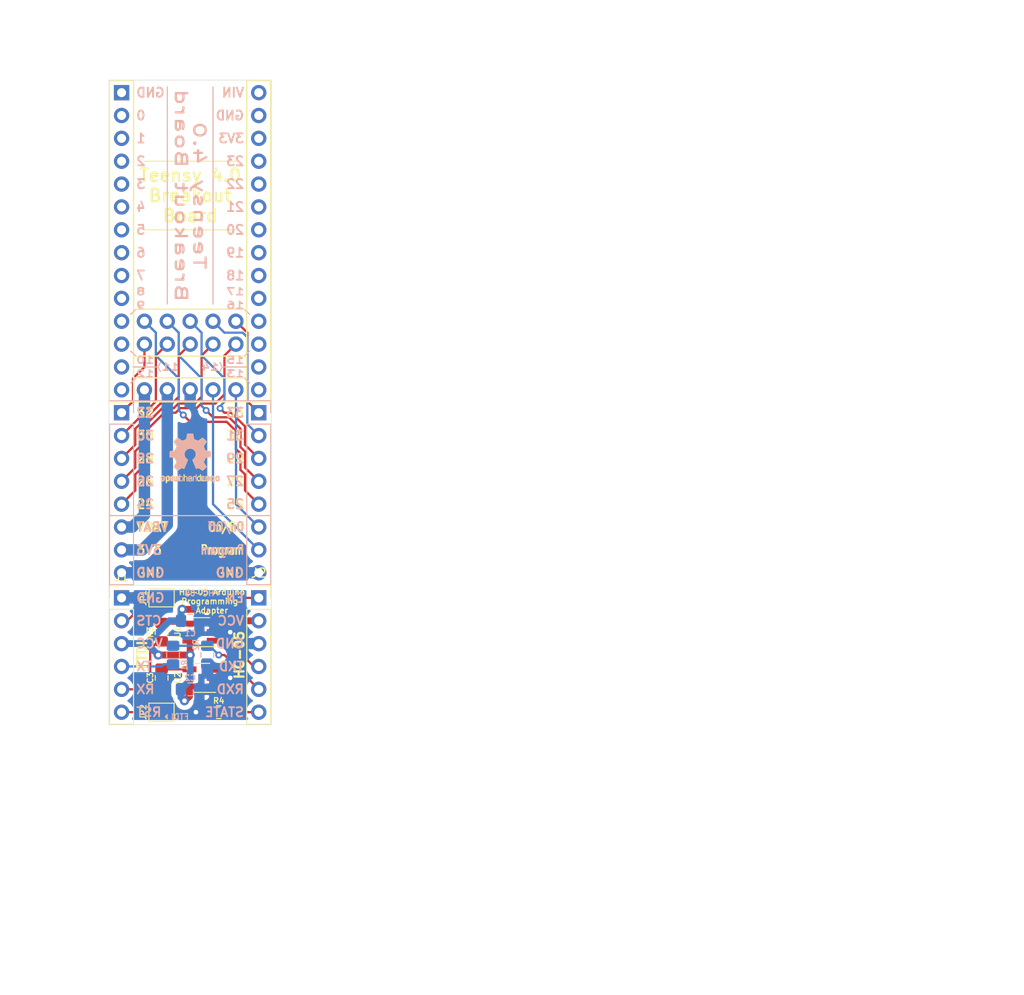
<source format=kicad_pcb>
(kicad_pcb (version 20171130) (host pcbnew "(5.1.5)-3")

  (general
    (thickness 1.6)
    (drawings 111)
    (tracks 189)
    (zones 0)
    (modules 18)
    (nets 55)
  )

  (page A4)
  (title_block
    (title "Teensy 4.0 Breakout Board")
    (date 2019-12-24)
    (rev A)
    (company "Ray Sun")
  )

  (layers
    (0 F.Cu signal)
    (31 B.Cu signal)
    (32 B.Adhes user hide)
    (33 F.Adhes user hide)
    (34 B.Paste user hide)
    (35 F.Paste user hide)
    (36 B.SilkS user)
    (37 F.SilkS user)
    (38 B.Mask user)
    (39 F.Mask user)
    (40 Dwgs.User user)
    (41 Cmts.User user)
    (42 Eco1.User user)
    (43 Eco2.User user)
    (44 Edge.Cuts user)
    (45 Margin user)
    (46 B.CrtYd user)
    (47 F.CrtYd user)
    (48 B.Fab user hide)
    (49 F.Fab user hide)
  )

  (setup
    (last_trace_width 0.254)
    (trace_clearance 0.127)
    (zone_clearance 0.508)
    (zone_45_only no)
    (trace_min 0.2)
    (via_size 0.762)
    (via_drill 0.381)
    (via_min_size 0.4)
    (via_min_drill 0.3)
    (uvia_size 0.3)
    (uvia_drill 0.1)
    (uvias_allowed no)
    (uvia_min_size 0.2)
    (uvia_min_drill 0.1)
    (edge_width 0.05)
    (segment_width 0.2)
    (pcb_text_width 0.3)
    (pcb_text_size 1.5 1.5)
    (mod_edge_width 0.12)
    (mod_text_size 1 1)
    (mod_text_width 0.15)
    (pad_size 1.7 1.7)
    (pad_drill 1)
    (pad_to_mask_clearance 0.0508)
    (solder_mask_min_width 0.254)
    (aux_axis_origin 0 0)
    (grid_origin 101.6035 50.8)
    (visible_elements 7FFFFFFF)
    (pcbplotparams
      (layerselection 0x010fc_ffffffff)
      (usegerberextensions false)
      (usegerberattributes false)
      (usegerberadvancedattributes false)
      (creategerberjobfile false)
      (excludeedgelayer true)
      (linewidth 0.100000)
      (plotframeref false)
      (viasonmask false)
      (mode 1)
      (useauxorigin false)
      (hpglpennumber 1)
      (hpglpenspeed 20)
      (hpglpendiameter 15.000000)
      (psnegative false)
      (psa4output false)
      (plotreference true)
      (plotvalue true)
      (plotinvisibletext false)
      (padsonsilk false)
      (subtractmaskfromsilk false)
      (outputformat 1)
      (mirror false)
      (drillshape 1)
      (scaleselection 1)
      (outputdirectory ""))
  )

  (net 0 "")
  (net 1 GND)
  (net 2 +3V3)
  (net 3 +5V)
  (net 4 "Net-(C3-Pad2)")
  (net 5 "Net-(C3-Pad1)")
  (net 6 /hc05-adapter/RESET)
  (net 7 /hc05-adapter/RX)
  (net 8 /hc05-adapter/TX)
  (net 9 /hc05-adapter/ENABLE)
  (net 10 /hc05-adapter/BT_RST)
  (net 11 /hc05-adapter/BT_RX)
  (net 12 /hc05-adapter/BT_TX)
  (net 13 /hc05-adapter/BT_EN)
  (net 14 "Net-(J3-Pad5)")
  (net 15 "Net-(J3-Pad4)")
  (net 16 "Net-(J3-Pad3)")
  (net 17 "Net-(J3-Pad2)")
  (net 18 "Net-(J3-Pad1)")
  (net 19 "Net-(J4-Pad7)")
  (net 20 "Net-(J4-Pad6)")
  (net 21 "Net-(J4-Pad5)")
  (net 22 "Net-(J4-Pad4)")
  (net 23 "Net-(J4-Pad3)")
  (net 24 "Net-(J4-Pad2)")
  (net 25 "Net-(J4-Pad1)")
  (net 26 "Net-(R3-Pad2)")
  (net 27 "Net-(U3-Pad2)")
  (net 28 "Net-(U3-Pad3)")
  (net 29 "Net-(U3-Pad4)")
  (net 30 "Net-(U3-Pad5)")
  (net 31 "Net-(U3-Pad6)")
  (net 32 "Net-(U3-Pad7)")
  (net 33 "Net-(U3-Pad8)")
  (net 34 "Net-(U3-Pad9)")
  (net 35 "Net-(U3-Pad10)")
  (net 36 "Net-(U3-Pad11)")
  (net 37 "Net-(U3-Pad12)")
  (net 38 "Net-(U3-Pad13)")
  (net 39 "Net-(U3-Pad14)")
  (net 40 "Net-(U3-Pad15)")
  (net 41 "Net-(U3-Pad16)")
  (net 42 "Net-(U3-Pad17)")
  (net 43 "Net-(U3-Pad18)")
  (net 44 "Net-(U3-Pad19)")
  (net 45 "Net-(U3-Pad20)")
  (net 46 "Net-(U3-Pad21)")
  (net 47 "Net-(U3-Pad22)")
  (net 48 "Net-(U3-Pad23)")
  (net 49 "Net-(U3-Pad24)")
  (net 50 "Net-(U3-Pad25)")
  (net 51 "Net-(U3-Pad26)")
  (net 52 "Net-(U3-Pad27)")
  (net 53 "Net-(U3-Pad28)")
  (net 54 "Net-(U3-Pad1)")

  (net_class Default "This is the default net class."
    (clearance 0.127)
    (trace_width 0.254)
    (via_dia 0.762)
    (via_drill 0.381)
    (uvia_dia 0.3)
    (uvia_drill 0.1)
    (add_net /hc05-adapter/BT_EN)
    (add_net /hc05-adapter/BT_RST)
    (add_net /hc05-adapter/BT_RX)
    (add_net /hc05-adapter/BT_TX)
    (add_net /hc05-adapter/ENABLE)
    (add_net /hc05-adapter/RESET)
    (add_net /hc05-adapter/RX)
    (add_net /hc05-adapter/TX)
    (add_net "Net-(C3-Pad1)")
    (add_net "Net-(C3-Pad2)")
    (add_net "Net-(J3-Pad1)")
    (add_net "Net-(J3-Pad2)")
    (add_net "Net-(J3-Pad3)")
    (add_net "Net-(J3-Pad4)")
    (add_net "Net-(J3-Pad5)")
    (add_net "Net-(J4-Pad1)")
    (add_net "Net-(J4-Pad2)")
    (add_net "Net-(J4-Pad3)")
    (add_net "Net-(J4-Pad4)")
    (add_net "Net-(J4-Pad5)")
    (add_net "Net-(J4-Pad6)")
    (add_net "Net-(J4-Pad7)")
    (add_net "Net-(R3-Pad2)")
    (add_net "Net-(U3-Pad1)")
    (add_net "Net-(U3-Pad10)")
    (add_net "Net-(U3-Pad11)")
    (add_net "Net-(U3-Pad12)")
    (add_net "Net-(U3-Pad13)")
    (add_net "Net-(U3-Pad14)")
    (add_net "Net-(U3-Pad15)")
    (add_net "Net-(U3-Pad16)")
    (add_net "Net-(U3-Pad17)")
    (add_net "Net-(U3-Pad18)")
    (add_net "Net-(U3-Pad19)")
    (add_net "Net-(U3-Pad2)")
    (add_net "Net-(U3-Pad20)")
    (add_net "Net-(U3-Pad21)")
    (add_net "Net-(U3-Pad22)")
    (add_net "Net-(U3-Pad23)")
    (add_net "Net-(U3-Pad24)")
    (add_net "Net-(U3-Pad25)")
    (add_net "Net-(U3-Pad26)")
    (add_net "Net-(U3-Pad27)")
    (add_net "Net-(U3-Pad28)")
    (add_net "Net-(U3-Pad3)")
    (add_net "Net-(U3-Pad4)")
    (add_net "Net-(U3-Pad5)")
    (add_net "Net-(U3-Pad6)")
    (add_net "Net-(U3-Pad7)")
    (add_net "Net-(U3-Pad8)")
    (add_net "Net-(U3-Pad9)")
  )

  (net_class LowPower ""
    (clearance 0.127)
    (trace_width 0.762)
    (via_dia 1.016)
    (via_drill 0.508)
    (uvia_dia 0.3)
    (uvia_drill 0.1)
    (add_net +5V)
    (add_net GND)
  )

  (net_class Power ""
    (clearance 0.127)
    (trace_width 1.27)
    (via_dia 1.524)
    (via_drill 0.762)
    (uvia_dia 0.3)
    (uvia_drill 0.1)
    (add_net +3V3)
  )

  (module Symbol:OSHW-Logo2_7.3x6mm_SilkScreen (layer B.Cu) (tedit 0) (tstamp 5E0B4F81)
    (at 109.22 91.44 180)
    (descr "Open Source Hardware Symbol")
    (tags "Logo Symbol OSHW")
    (attr virtual)
    (fp_text reference REF** (at 0 0) (layer B.SilkS) hide
      (effects (font (size 1 1) (thickness 0.15)) (justify mirror))
    )
    (fp_text value OSHW-Logo2_7.3x6mm_SilkScreen (at 0.75 0) (layer B.Fab) hide
      (effects (font (size 1 1) (thickness 0.15)) (justify mirror))
    )
    (fp_poly (pts (xy -2.400256 -1.919918) (xy -2.344799 -1.947568) (xy -2.295852 -1.99848) (xy -2.282371 -2.017338)
      (xy -2.267686 -2.042015) (xy -2.258158 -2.068816) (xy -2.252707 -2.104587) (xy -2.250253 -2.156169)
      (xy -2.249714 -2.224267) (xy -2.252148 -2.317588) (xy -2.260606 -2.387657) (xy -2.276826 -2.439931)
      (xy -2.302546 -2.479869) (xy -2.339503 -2.512929) (xy -2.342218 -2.514886) (xy -2.37864 -2.534908)
      (xy -2.422498 -2.544815) (xy -2.478276 -2.547257) (xy -2.568952 -2.547257) (xy -2.56899 -2.635283)
      (xy -2.569834 -2.684308) (xy -2.574976 -2.713065) (xy -2.588413 -2.730311) (xy -2.614142 -2.744808)
      (xy -2.620321 -2.747769) (xy -2.649236 -2.761648) (xy -2.671624 -2.770414) (xy -2.688271 -2.771171)
      (xy -2.699964 -2.761023) (xy -2.70749 -2.737073) (xy -2.711634 -2.696426) (xy -2.713185 -2.636186)
      (xy -2.712929 -2.553455) (xy -2.711651 -2.445339) (xy -2.711252 -2.413) (xy -2.709815 -2.301524)
      (xy -2.708528 -2.228603) (xy -2.569029 -2.228603) (xy -2.568245 -2.290499) (xy -2.56476 -2.330997)
      (xy -2.556876 -2.357708) (xy -2.542895 -2.378244) (xy -2.533403 -2.38826) (xy -2.494596 -2.417567)
      (xy -2.460237 -2.419952) (xy -2.424784 -2.39575) (xy -2.423886 -2.394857) (xy -2.409461 -2.376153)
      (xy -2.400687 -2.350732) (xy -2.396261 -2.311584) (xy -2.394882 -2.251697) (xy -2.394857 -2.23843)
      (xy -2.398188 -2.155901) (xy -2.409031 -2.098691) (xy -2.42866 -2.063766) (xy -2.45835 -2.048094)
      (xy -2.475509 -2.046514) (xy -2.516234 -2.053926) (xy -2.544168 -2.07833) (xy -2.560983 -2.12298)
      (xy -2.56835 -2.19113) (xy -2.569029 -2.228603) (xy -2.708528 -2.228603) (xy -2.708292 -2.215245)
      (xy -2.706323 -2.150333) (xy -2.70355 -2.102958) (xy -2.699612 -2.06929) (xy -2.694151 -2.045498)
      (xy -2.686808 -2.027753) (xy -2.677223 -2.012224) (xy -2.673113 -2.006381) (xy -2.618595 -1.951185)
      (xy -2.549664 -1.91989) (xy -2.469928 -1.911165) (xy -2.400256 -1.919918)) (layer B.SilkS) (width 0.01))
    (fp_poly (pts (xy -1.283907 -1.92778) (xy -1.237328 -1.954723) (xy -1.204943 -1.981466) (xy -1.181258 -2.009484)
      (xy -1.164941 -2.043748) (xy -1.154661 -2.089227) (xy -1.149086 -2.150892) (xy -1.146884 -2.233711)
      (xy -1.146629 -2.293246) (xy -1.146629 -2.512391) (xy -1.208314 -2.540044) (xy -1.27 -2.567697)
      (xy -1.277257 -2.32767) (xy -1.280256 -2.238028) (xy -1.283402 -2.172962) (xy -1.287299 -2.128026)
      (xy -1.292553 -2.09877) (xy -1.299769 -2.080748) (xy -1.30955 -2.069511) (xy -1.312688 -2.067079)
      (xy -1.360239 -2.048083) (xy -1.408303 -2.0556) (xy -1.436914 -2.075543) (xy -1.448553 -2.089675)
      (xy -1.456609 -2.10822) (xy -1.461729 -2.136334) (xy -1.464559 -2.179173) (xy -1.465744 -2.241895)
      (xy -1.465943 -2.307261) (xy -1.465982 -2.389268) (xy -1.467386 -2.447316) (xy -1.472086 -2.486465)
      (xy -1.482013 -2.51178) (xy -1.499097 -2.528323) (xy -1.525268 -2.541156) (xy -1.560225 -2.554491)
      (xy -1.598404 -2.569007) (xy -1.593859 -2.311389) (xy -1.592029 -2.218519) (xy -1.589888 -2.149889)
      (xy -1.586819 -2.100711) (xy -1.582206 -2.066198) (xy -1.575432 -2.041562) (xy -1.565881 -2.022016)
      (xy -1.554366 -2.00477) (xy -1.49881 -1.94968) (xy -1.43102 -1.917822) (xy -1.357287 -1.910191)
      (xy -1.283907 -1.92778)) (layer B.SilkS) (width 0.01))
    (fp_poly (pts (xy -2.958885 -1.921962) (xy -2.890855 -1.957733) (xy -2.840649 -2.015301) (xy -2.822815 -2.052312)
      (xy -2.808937 -2.107882) (xy -2.801833 -2.178096) (xy -2.80116 -2.254727) (xy -2.806573 -2.329552)
      (xy -2.81773 -2.394342) (xy -2.834286 -2.440873) (xy -2.839374 -2.448887) (xy -2.899645 -2.508707)
      (xy -2.971231 -2.544535) (xy -3.048908 -2.55502) (xy -3.127452 -2.53881) (xy -3.149311 -2.529092)
      (xy -3.191878 -2.499143) (xy -3.229237 -2.459433) (xy -3.232768 -2.454397) (xy -3.247119 -2.430124)
      (xy -3.256606 -2.404178) (xy -3.26221 -2.370022) (xy -3.264914 -2.321119) (xy -3.265701 -2.250935)
      (xy -3.265714 -2.2352) (xy -3.265678 -2.230192) (xy -3.120571 -2.230192) (xy -3.119727 -2.29643)
      (xy -3.116404 -2.340386) (xy -3.109417 -2.368779) (xy -3.097584 -2.388325) (xy -3.091543 -2.394857)
      (xy -3.056814 -2.41968) (xy -3.023097 -2.418548) (xy -2.989005 -2.397016) (xy -2.968671 -2.374029)
      (xy -2.956629 -2.340478) (xy -2.949866 -2.287569) (xy -2.949402 -2.281399) (xy -2.948248 -2.185513)
      (xy -2.960312 -2.114299) (xy -2.98543 -2.068194) (xy -3.02344 -2.047635) (xy -3.037008 -2.046514)
      (xy -3.072636 -2.052152) (xy -3.097006 -2.071686) (xy -3.111907 -2.109042) (xy -3.119125 -2.16815)
      (xy -3.120571 -2.230192) (xy -3.265678 -2.230192) (xy -3.265174 -2.160413) (xy -3.262904 -2.108159)
      (xy -3.257932 -2.071949) (xy -3.249287 -2.045299) (xy -3.235995 -2.021722) (xy -3.233057 -2.017338)
      (xy -3.183687 -1.958249) (xy -3.129891 -1.923947) (xy -3.064398 -1.910331) (xy -3.042158 -1.909665)
      (xy -2.958885 -1.921962)) (layer B.SilkS) (width 0.01))
    (fp_poly (pts (xy -1.831697 -1.931239) (xy -1.774473 -1.969735) (xy -1.730251 -2.025335) (xy -1.703833 -2.096086)
      (xy -1.69849 -2.148162) (xy -1.699097 -2.169893) (xy -1.704178 -2.186531) (xy -1.718145 -2.201437)
      (xy -1.745411 -2.217973) (xy -1.790388 -2.239498) (xy -1.857489 -2.269374) (xy -1.857829 -2.269524)
      (xy -1.919593 -2.297813) (xy -1.970241 -2.322933) (xy -2.004596 -2.342179) (xy -2.017482 -2.352848)
      (xy -2.017486 -2.352934) (xy -2.006128 -2.376166) (xy -1.979569 -2.401774) (xy -1.949077 -2.420221)
      (xy -1.93363 -2.423886) (xy -1.891485 -2.411212) (xy -1.855192 -2.379471) (xy -1.837483 -2.344572)
      (xy -1.820448 -2.318845) (xy -1.787078 -2.289546) (xy -1.747851 -2.264235) (xy -1.713244 -2.250471)
      (xy -1.706007 -2.249714) (xy -1.697861 -2.26216) (xy -1.69737 -2.293972) (xy -1.703357 -2.336866)
      (xy -1.714643 -2.382558) (xy -1.73005 -2.422761) (xy -1.730829 -2.424322) (xy -1.777196 -2.489062)
      (xy -1.837289 -2.533097) (xy -1.905535 -2.554711) (xy -1.976362 -2.552185) (xy -2.044196 -2.523804)
      (xy -2.047212 -2.521808) (xy -2.100573 -2.473448) (xy -2.13566 -2.410352) (xy -2.155078 -2.327387)
      (xy -2.157684 -2.304078) (xy -2.162299 -2.194055) (xy -2.156767 -2.142748) (xy -2.017486 -2.142748)
      (xy -2.015676 -2.174753) (xy -2.005778 -2.184093) (xy -1.981102 -2.177105) (xy -1.942205 -2.160587)
      (xy -1.898725 -2.139881) (xy -1.897644 -2.139333) (xy -1.860791 -2.119949) (xy -1.846 -2.107013)
      (xy -1.849647 -2.093451) (xy -1.865005 -2.075632) (xy -1.904077 -2.049845) (xy -1.946154 -2.04795)
      (xy -1.983897 -2.066717) (xy -2.009966 -2.102915) (xy -2.017486 -2.142748) (xy -2.156767 -2.142748)
      (xy -2.152806 -2.106027) (xy -2.12845 -2.036212) (xy -2.094544 -1.987302) (xy -2.033347 -1.937878)
      (xy -1.965937 -1.913359) (xy -1.89712 -1.911797) (xy -1.831697 -1.931239)) (layer B.SilkS) (width 0.01))
    (fp_poly (pts (xy -0.624114 -1.851289) (xy -0.619861 -1.910613) (xy -0.614975 -1.945572) (xy -0.608205 -1.96082)
      (xy -0.598298 -1.961015) (xy -0.595086 -1.959195) (xy -0.552356 -1.946015) (xy -0.496773 -1.946785)
      (xy -0.440263 -1.960333) (xy -0.404918 -1.977861) (xy -0.368679 -2.005861) (xy -0.342187 -2.037549)
      (xy -0.324001 -2.077813) (xy -0.312678 -2.131543) (xy -0.306778 -2.203626) (xy -0.304857 -2.298951)
      (xy -0.304823 -2.317237) (xy -0.3048 -2.522646) (xy -0.350509 -2.53858) (xy -0.382973 -2.54942)
      (xy -0.400785 -2.554468) (xy -0.401309 -2.554514) (xy -0.403063 -2.540828) (xy -0.404556 -2.503076)
      (xy -0.405674 -2.446224) (xy -0.406303 -2.375234) (xy -0.4064 -2.332073) (xy -0.406602 -2.246973)
      (xy -0.407642 -2.185981) (xy -0.410169 -2.144177) (xy -0.414836 -2.116642) (xy -0.422293 -2.098456)
      (xy -0.433189 -2.084698) (xy -0.439993 -2.078073) (xy -0.486728 -2.051375) (xy -0.537728 -2.049375)
      (xy -0.583999 -2.071955) (xy -0.592556 -2.080107) (xy -0.605107 -2.095436) (xy -0.613812 -2.113618)
      (xy -0.619369 -2.139909) (xy -0.622474 -2.179562) (xy -0.623824 -2.237832) (xy -0.624114 -2.318173)
      (xy -0.624114 -2.522646) (xy -0.669823 -2.53858) (xy -0.702287 -2.54942) (xy -0.720099 -2.554468)
      (xy -0.720623 -2.554514) (xy -0.721963 -2.540623) (xy -0.723172 -2.501439) (xy -0.724199 -2.4407)
      (xy -0.724998 -2.362141) (xy -0.725519 -2.269498) (xy -0.725714 -2.166509) (xy -0.725714 -1.769342)
      (xy -0.678543 -1.749444) (xy -0.631371 -1.729547) (xy -0.624114 -1.851289)) (layer B.SilkS) (width 0.01))
    (fp_poly (pts (xy 0.039744 -1.950968) (xy 0.096616 -1.972087) (xy 0.097267 -1.972493) (xy 0.13244 -1.99838)
      (xy 0.158407 -2.028633) (xy 0.17667 -2.068058) (xy 0.188732 -2.121462) (xy 0.196096 -2.193651)
      (xy 0.200264 -2.289432) (xy 0.200629 -2.303078) (xy 0.205876 -2.508842) (xy 0.161716 -2.531678)
      (xy 0.129763 -2.54711) (xy 0.11047 -2.554423) (xy 0.109578 -2.554514) (xy 0.106239 -2.541022)
      (xy 0.103587 -2.504626) (xy 0.101956 -2.451452) (xy 0.1016 -2.408393) (xy 0.101592 -2.338641)
      (xy 0.098403 -2.294837) (xy 0.087288 -2.273944) (xy 0.063501 -2.272925) (xy 0.022296 -2.288741)
      (xy -0.039914 -2.317815) (xy -0.085659 -2.341963) (xy -0.109187 -2.362913) (xy -0.116104 -2.385747)
      (xy -0.116114 -2.386877) (xy -0.104701 -2.426212) (xy -0.070908 -2.447462) (xy -0.019191 -2.450539)
      (xy 0.018061 -2.450006) (xy 0.037703 -2.460735) (xy 0.049952 -2.486505) (xy 0.057002 -2.519337)
      (xy 0.046842 -2.537966) (xy 0.043017 -2.540632) (xy 0.007001 -2.55134) (xy -0.043434 -2.552856)
      (xy -0.095374 -2.545759) (xy -0.132178 -2.532788) (xy -0.183062 -2.489585) (xy -0.211986 -2.429446)
      (xy -0.217714 -2.382462) (xy -0.213343 -2.340082) (xy -0.197525 -2.305488) (xy -0.166203 -2.274763)
      (xy -0.115322 -2.24399) (xy -0.040824 -2.209252) (xy -0.036286 -2.207288) (xy 0.030821 -2.176287)
      (xy 0.072232 -2.150862) (xy 0.089981 -2.128014) (xy 0.086107 -2.104745) (xy 0.062643 -2.078056)
      (xy 0.055627 -2.071914) (xy 0.00863 -2.0481) (xy -0.040067 -2.049103) (xy -0.082478 -2.072451)
      (xy -0.110616 -2.115675) (xy -0.113231 -2.12416) (xy -0.138692 -2.165308) (xy -0.170999 -2.185128)
      (xy -0.217714 -2.20477) (xy -0.217714 -2.15395) (xy -0.203504 -2.080082) (xy -0.161325 -2.012327)
      (xy -0.139376 -1.989661) (xy -0.089483 -1.960569) (xy -0.026033 -1.9474) (xy 0.039744 -1.950968)) (layer B.SilkS) (width 0.01))
    (fp_poly (pts (xy 0.529926 -1.949755) (xy 0.595858 -1.974084) (xy 0.649273 -2.017117) (xy 0.670164 -2.047409)
      (xy 0.692939 -2.102994) (xy 0.692466 -2.143186) (xy 0.668562 -2.170217) (xy 0.659717 -2.174813)
      (xy 0.62153 -2.189144) (xy 0.602028 -2.185472) (xy 0.595422 -2.161407) (xy 0.595086 -2.148114)
      (xy 0.582992 -2.09921) (xy 0.551471 -2.064999) (xy 0.507659 -2.048476) (xy 0.458695 -2.052634)
      (xy 0.418894 -2.074227) (xy 0.40545 -2.086544) (xy 0.395921 -2.101487) (xy 0.389485 -2.124075)
      (xy 0.385317 -2.159328) (xy 0.382597 -2.212266) (xy 0.380502 -2.287907) (xy 0.37996 -2.311857)
      (xy 0.377981 -2.39379) (xy 0.375731 -2.451455) (xy 0.372357 -2.489608) (xy 0.367006 -2.513004)
      (xy 0.358824 -2.526398) (xy 0.346959 -2.534545) (xy 0.339362 -2.538144) (xy 0.307102 -2.550452)
      (xy 0.288111 -2.554514) (xy 0.281836 -2.540948) (xy 0.278006 -2.499934) (xy 0.2766 -2.430999)
      (xy 0.277598 -2.333669) (xy 0.277908 -2.318657) (xy 0.280101 -2.229859) (xy 0.282693 -2.165019)
      (xy 0.286382 -2.119067) (xy 0.291864 -2.086935) (xy 0.299835 -2.063553) (xy 0.310993 -2.043852)
      (xy 0.31683 -2.03541) (xy 0.350296 -1.998057) (xy 0.387727 -1.969003) (xy 0.392309 -1.966467)
      (xy 0.459426 -1.946443) (xy 0.529926 -1.949755)) (layer B.SilkS) (width 0.01))
    (fp_poly (pts (xy 1.190117 -2.065358) (xy 1.189933 -2.173837) (xy 1.189219 -2.257287) (xy 1.187675 -2.319704)
      (xy 1.185001 -2.365085) (xy 1.180894 -2.397429) (xy 1.175055 -2.420733) (xy 1.167182 -2.438995)
      (xy 1.161221 -2.449418) (xy 1.111855 -2.505945) (xy 1.049264 -2.541377) (xy 0.980013 -2.55409)
      (xy 0.910668 -2.542463) (xy 0.869375 -2.521568) (xy 0.826025 -2.485422) (xy 0.796481 -2.441276)
      (xy 0.778655 -2.383462) (xy 0.770463 -2.306313) (xy 0.769302 -2.249714) (xy 0.769458 -2.245647)
      (xy 0.870857 -2.245647) (xy 0.871476 -2.31055) (xy 0.874314 -2.353514) (xy 0.88084 -2.381622)
      (xy 0.892523 -2.401953) (xy 0.906483 -2.417288) (xy 0.953365 -2.44689) (xy 1.003701 -2.449419)
      (xy 1.051276 -2.424705) (xy 1.054979 -2.421356) (xy 1.070783 -2.403935) (xy 1.080693 -2.383209)
      (xy 1.086058 -2.352362) (xy 1.088228 -2.304577) (xy 1.088571 -2.251748) (xy 1.087827 -2.185381)
      (xy 1.084748 -2.141106) (xy 1.078061 -2.112009) (xy 1.066496 -2.091173) (xy 1.057013 -2.080107)
      (xy 1.01296 -2.052198) (xy 0.962224 -2.048843) (xy 0.913796 -2.070159) (xy 0.90445 -2.078073)
      (xy 0.88854 -2.095647) (xy 0.87861 -2.116587) (xy 0.873278 -2.147782) (xy 0.871163 -2.196122)
      (xy 0.870857 -2.245647) (xy 0.769458 -2.245647) (xy 0.77281 -2.158568) (xy 0.784726 -2.090086)
      (xy 0.807135 -2.0386) (xy 0.842124 -1.998443) (xy 0.869375 -1.977861) (xy 0.918907 -1.955625)
      (xy 0.976316 -1.945304) (xy 1.029682 -1.948067) (xy 1.059543 -1.959212) (xy 1.071261 -1.962383)
      (xy 1.079037 -1.950557) (xy 1.084465 -1.918866) (xy 1.088571 -1.870593) (xy 1.093067 -1.816829)
      (xy 1.099313 -1.784482) (xy 1.110676 -1.765985) (xy 1.130528 -1.75377) (xy 1.143 -1.748362)
      (xy 1.190171 -1.728601) (xy 1.190117 -2.065358)) (layer B.SilkS) (width 0.01))
    (fp_poly (pts (xy 1.779833 -1.958663) (xy 1.782048 -1.99685) (xy 1.783784 -2.054886) (xy 1.784899 -2.12818)
      (xy 1.785257 -2.205055) (xy 1.785257 -2.465196) (xy 1.739326 -2.511127) (xy 1.707675 -2.539429)
      (xy 1.67989 -2.550893) (xy 1.641915 -2.550168) (xy 1.62684 -2.548321) (xy 1.579726 -2.542948)
      (xy 1.540756 -2.539869) (xy 1.531257 -2.539585) (xy 1.499233 -2.541445) (xy 1.453432 -2.546114)
      (xy 1.435674 -2.548321) (xy 1.392057 -2.551735) (xy 1.362745 -2.54432) (xy 1.33368 -2.521427)
      (xy 1.323188 -2.511127) (xy 1.277257 -2.465196) (xy 1.277257 -1.978602) (xy 1.314226 -1.961758)
      (xy 1.346059 -1.949282) (xy 1.364683 -1.944914) (xy 1.369458 -1.958718) (xy 1.373921 -1.997286)
      (xy 1.377775 -2.056356) (xy 1.380722 -2.131663) (xy 1.382143 -2.195286) (xy 1.386114 -2.445657)
      (xy 1.420759 -2.450556) (xy 1.452268 -2.447131) (xy 1.467708 -2.436041) (xy 1.472023 -2.415308)
      (xy 1.475708 -2.371145) (xy 1.478469 -2.309146) (xy 1.480012 -2.234909) (xy 1.480235 -2.196706)
      (xy 1.480457 -1.976783) (xy 1.526166 -1.960849) (xy 1.558518 -1.950015) (xy 1.576115 -1.944962)
      (xy 1.576623 -1.944914) (xy 1.578388 -1.958648) (xy 1.580329 -1.99673) (xy 1.582282 -2.054482)
      (xy 1.584084 -2.127227) (xy 1.585343 -2.195286) (xy 1.589314 -2.445657) (xy 1.6764 -2.445657)
      (xy 1.680396 -2.21724) (xy 1.684392 -1.988822) (xy 1.726847 -1.966868) (xy 1.758192 -1.951793)
      (xy 1.776744 -1.944951) (xy 1.777279 -1.944914) (xy 1.779833 -1.958663)) (layer B.SilkS) (width 0.01))
    (fp_poly (pts (xy 2.144876 -1.956335) (xy 2.186667 -1.975344) (xy 2.219469 -1.998378) (xy 2.243503 -2.024133)
      (xy 2.260097 -2.057358) (xy 2.270577 -2.1028) (xy 2.276271 -2.165207) (xy 2.278507 -2.249327)
      (xy 2.278743 -2.304721) (xy 2.278743 -2.520826) (xy 2.241774 -2.53767) (xy 2.212656 -2.549981)
      (xy 2.198231 -2.554514) (xy 2.195472 -2.541025) (xy 2.193282 -2.504653) (xy 2.191942 -2.451542)
      (xy 2.191657 -2.409372) (xy 2.190434 -2.348447) (xy 2.187136 -2.300115) (xy 2.182321 -2.270518)
      (xy 2.178496 -2.264229) (xy 2.152783 -2.270652) (xy 2.112418 -2.287125) (xy 2.065679 -2.309458)
      (xy 2.020845 -2.333457) (xy 1.986193 -2.35493) (xy 1.970002 -2.369685) (xy 1.969938 -2.369845)
      (xy 1.97133 -2.397152) (xy 1.983818 -2.423219) (xy 2.005743 -2.444392) (xy 2.037743 -2.451474)
      (xy 2.065092 -2.450649) (xy 2.103826 -2.450042) (xy 2.124158 -2.459116) (xy 2.136369 -2.483092)
      (xy 2.137909 -2.487613) (xy 2.143203 -2.521806) (xy 2.129047 -2.542568) (xy 2.092148 -2.552462)
      (xy 2.052289 -2.554292) (xy 1.980562 -2.540727) (xy 1.943432 -2.521355) (xy 1.897576 -2.475845)
      (xy 1.873256 -2.419983) (xy 1.871073 -2.360957) (xy 1.891629 -2.305953) (xy 1.922549 -2.271486)
      (xy 1.95342 -2.252189) (xy 2.001942 -2.227759) (xy 2.058485 -2.202985) (xy 2.06791 -2.199199)
      (xy 2.130019 -2.171791) (xy 2.165822 -2.147634) (xy 2.177337 -2.123619) (xy 2.16658 -2.096635)
      (xy 2.148114 -2.075543) (xy 2.104469 -2.049572) (xy 2.056446 -2.047624) (xy 2.012406 -2.067637)
      (xy 1.980709 -2.107551) (xy 1.976549 -2.117848) (xy 1.952327 -2.155724) (xy 1.916965 -2.183842)
      (xy 1.872343 -2.206917) (xy 1.872343 -2.141485) (xy 1.874969 -2.101506) (xy 1.88623 -2.069997)
      (xy 1.911199 -2.036378) (xy 1.935169 -2.010484) (xy 1.972441 -1.973817) (xy 2.001401 -1.954121)
      (xy 2.032505 -1.94622) (xy 2.067713 -1.944914) (xy 2.144876 -1.956335)) (layer B.SilkS) (width 0.01))
    (fp_poly (pts (xy 2.6526 -1.958752) (xy 2.669948 -1.966334) (xy 2.711356 -1.999128) (xy 2.746765 -2.046547)
      (xy 2.768664 -2.097151) (xy 2.772229 -2.122098) (xy 2.760279 -2.156927) (xy 2.734067 -2.175357)
      (xy 2.705964 -2.186516) (xy 2.693095 -2.188572) (xy 2.686829 -2.173649) (xy 2.674456 -2.141175)
      (xy 2.669028 -2.126502) (xy 2.63859 -2.075744) (xy 2.59452 -2.050427) (xy 2.53801 -2.051206)
      (xy 2.533825 -2.052203) (xy 2.503655 -2.066507) (xy 2.481476 -2.094393) (xy 2.466327 -2.139287)
      (xy 2.45725 -2.204615) (xy 2.453286 -2.293804) (xy 2.452914 -2.341261) (xy 2.45273 -2.416071)
      (xy 2.451522 -2.467069) (xy 2.448309 -2.499471) (xy 2.442109 -2.518495) (xy 2.43194 -2.529356)
      (xy 2.416819 -2.537272) (xy 2.415946 -2.53767) (xy 2.386828 -2.549981) (xy 2.372403 -2.554514)
      (xy 2.370186 -2.540809) (xy 2.368289 -2.502925) (xy 2.366847 -2.445715) (xy 2.365998 -2.374027)
      (xy 2.365829 -2.321565) (xy 2.366692 -2.220047) (xy 2.37007 -2.143032) (xy 2.377142 -2.086023)
      (xy 2.389088 -2.044526) (xy 2.40709 -2.014043) (xy 2.432327 -1.99008) (xy 2.457247 -1.973355)
      (xy 2.517171 -1.951097) (xy 2.586911 -1.946076) (xy 2.6526 -1.958752)) (layer B.SilkS) (width 0.01))
    (fp_poly (pts (xy 3.153595 -1.966966) (xy 3.211021 -2.004497) (xy 3.238719 -2.038096) (xy 3.260662 -2.099064)
      (xy 3.262405 -2.147308) (xy 3.258457 -2.211816) (xy 3.109686 -2.276934) (xy 3.037349 -2.310202)
      (xy 2.990084 -2.336964) (xy 2.965507 -2.360144) (xy 2.961237 -2.382667) (xy 2.974889 -2.407455)
      (xy 2.989943 -2.423886) (xy 3.033746 -2.450235) (xy 3.081389 -2.452081) (xy 3.125145 -2.431546)
      (xy 3.157289 -2.390752) (xy 3.163038 -2.376347) (xy 3.190576 -2.331356) (xy 3.222258 -2.312182)
      (xy 3.265714 -2.295779) (xy 3.265714 -2.357966) (xy 3.261872 -2.400283) (xy 3.246823 -2.435969)
      (xy 3.21528 -2.476943) (xy 3.210592 -2.482267) (xy 3.175506 -2.51872) (xy 3.145347 -2.538283)
      (xy 3.107615 -2.547283) (xy 3.076335 -2.55023) (xy 3.020385 -2.550965) (xy 2.980555 -2.54166)
      (xy 2.955708 -2.527846) (xy 2.916656 -2.497467) (xy 2.889625 -2.464613) (xy 2.872517 -2.423294)
      (xy 2.863238 -2.367521) (xy 2.859693 -2.291305) (xy 2.85941 -2.252622) (xy 2.860372 -2.206247)
      (xy 2.948007 -2.206247) (xy 2.949023 -2.231126) (xy 2.951556 -2.2352) (xy 2.968274 -2.229665)
      (xy 3.004249 -2.215017) (xy 3.052331 -2.19419) (xy 3.062386 -2.189714) (xy 3.123152 -2.158814)
      (xy 3.156632 -2.131657) (xy 3.16399 -2.10622) (xy 3.146391 -2.080481) (xy 3.131856 -2.069109)
      (xy 3.07941 -2.046364) (xy 3.030322 -2.050122) (xy 2.989227 -2.077884) (xy 2.960758 -2.127152)
      (xy 2.951631 -2.166257) (xy 2.948007 -2.206247) (xy 2.860372 -2.206247) (xy 2.861285 -2.162249)
      (xy 2.868196 -2.095384) (xy 2.881884 -2.046695) (xy 2.904096 -2.010849) (xy 2.936574 -1.982513)
      (xy 2.950733 -1.973355) (xy 3.015053 -1.949507) (xy 3.085473 -1.948006) (xy 3.153595 -1.966966)) (layer B.SilkS) (width 0.01))
    (fp_poly (pts (xy 0.10391 2.757652) (xy 0.182454 2.757222) (xy 0.239298 2.756058) (xy 0.278105 2.753793)
      (xy 0.302538 2.75006) (xy 0.316262 2.744494) (xy 0.32294 2.736727) (xy 0.326236 2.726395)
      (xy 0.326556 2.725057) (xy 0.331562 2.700921) (xy 0.340829 2.653299) (xy 0.353392 2.587259)
      (xy 0.368287 2.507872) (xy 0.384551 2.420204) (xy 0.385119 2.417125) (xy 0.40141 2.331211)
      (xy 0.416652 2.255304) (xy 0.429861 2.193955) (xy 0.440054 2.151718) (xy 0.446248 2.133145)
      (xy 0.446543 2.132816) (xy 0.464788 2.123747) (xy 0.502405 2.108633) (xy 0.551271 2.090738)
      (xy 0.551543 2.090642) (xy 0.613093 2.067507) (xy 0.685657 2.038035) (xy 0.754057 2.008403)
      (xy 0.757294 2.006938) (xy 0.868702 1.956374) (xy 1.115399 2.12484) (xy 1.191077 2.176197)
      (xy 1.259631 2.222111) (xy 1.317088 2.25997) (xy 1.359476 2.287163) (xy 1.382825 2.301079)
      (xy 1.385042 2.302111) (xy 1.40201 2.297516) (xy 1.433701 2.275345) (xy 1.481352 2.234553)
      (xy 1.546198 2.174095) (xy 1.612397 2.109773) (xy 1.676214 2.046388) (xy 1.733329 1.988549)
      (xy 1.780305 1.939825) (xy 1.813703 1.90379) (xy 1.830085 1.884016) (xy 1.830694 1.882998)
      (xy 1.832505 1.869428) (xy 1.825683 1.847267) (xy 1.80854 1.813522) (xy 1.779393 1.7652)
      (xy 1.736555 1.699308) (xy 1.679448 1.614483) (xy 1.628766 1.539823) (xy 1.583461 1.47286)
      (xy 1.54615 1.417484) (xy 1.519452 1.37758) (xy 1.505985 1.357038) (xy 1.505137 1.355644)
      (xy 1.506781 1.335962) (xy 1.519245 1.297707) (xy 1.540048 1.248111) (xy 1.547462 1.232272)
      (xy 1.579814 1.16171) (xy 1.614328 1.081647) (xy 1.642365 1.012371) (xy 1.662568 0.960955)
      (xy 1.678615 0.921881) (xy 1.687888 0.901459) (xy 1.689041 0.899886) (xy 1.706096 0.897279)
      (xy 1.746298 0.890137) (xy 1.804302 0.879477) (xy 1.874763 0.866315) (xy 1.952335 0.851667)
      (xy 2.031672 0.836551) (xy 2.107431 0.821982) (xy 2.174264 0.808978) (xy 2.226828 0.798555)
      (xy 2.259776 0.79173) (xy 2.267857 0.789801) (xy 2.276205 0.785038) (xy 2.282506 0.774282)
      (xy 2.287045 0.753902) (xy 2.290104 0.720266) (xy 2.291967 0.669745) (xy 2.292918 0.598708)
      (xy 2.29324 0.503524) (xy 2.293257 0.464508) (xy 2.293257 0.147201) (xy 2.217057 0.132161)
      (xy 2.174663 0.124005) (xy 2.1114 0.112101) (xy 2.034962 0.097884) (xy 1.953043 0.08279)
      (xy 1.9304 0.078645) (xy 1.854806 0.063947) (xy 1.788953 0.049495) (xy 1.738366 0.036625)
      (xy 1.708574 0.026678) (xy 1.703612 0.023713) (xy 1.691426 0.002717) (xy 1.673953 -0.037967)
      (xy 1.654577 -0.090322) (xy 1.650734 -0.1016) (xy 1.625339 -0.171523) (xy 1.593817 -0.250418)
      (xy 1.562969 -0.321266) (xy 1.562817 -0.321595) (xy 1.511447 -0.432733) (xy 1.680399 -0.681253)
      (xy 1.849352 -0.929772) (xy 1.632429 -1.147058) (xy 1.566819 -1.211726) (xy 1.506979 -1.268733)
      (xy 1.456267 -1.315033) (xy 1.418046 -1.347584) (xy 1.395675 -1.363343) (xy 1.392466 -1.364343)
      (xy 1.373626 -1.356469) (xy 1.33518 -1.334578) (xy 1.28133 -1.301267) (xy 1.216276 -1.259131)
      (xy 1.14594 -1.211943) (xy 1.074555 -1.16381) (xy 1.010908 -1.121928) (xy 0.959041 -1.088871)
      (xy 0.922995 -1.067218) (xy 0.906867 -1.059543) (xy 0.887189 -1.066037) (xy 0.849875 -1.08315)
      (xy 0.802621 -1.107326) (xy 0.797612 -1.110013) (xy 0.733977 -1.141927) (xy 0.690341 -1.157579)
      (xy 0.663202 -1.157745) (xy 0.649057 -1.143204) (xy 0.648975 -1.143) (xy 0.641905 -1.125779)
      (xy 0.625042 -1.084899) (xy 0.599695 -1.023525) (xy 0.567171 -0.944819) (xy 0.528778 -0.851947)
      (xy 0.485822 -0.748072) (xy 0.444222 -0.647502) (xy 0.398504 -0.536516) (xy 0.356526 -0.433703)
      (xy 0.319548 -0.342215) (xy 0.288827 -0.265201) (xy 0.265622 -0.205815) (xy 0.25119 -0.167209)
      (xy 0.246743 -0.1528) (xy 0.257896 -0.136272) (xy 0.287069 -0.10993) (xy 0.325971 -0.080887)
      (xy 0.436757 0.010961) (xy 0.523351 0.116241) (xy 0.584716 0.232734) (xy 0.619815 0.358224)
      (xy 0.627608 0.490493) (xy 0.621943 0.551543) (xy 0.591078 0.678205) (xy 0.53792 0.790059)
      (xy 0.465767 0.885999) (xy 0.377917 0.964924) (xy 0.277665 1.02573) (xy 0.16831 1.067313)
      (xy 0.053147 1.088572) (xy -0.064525 1.088401) (xy -0.18141 1.065699) (xy -0.294211 1.019362)
      (xy -0.399631 0.948287) (xy -0.443632 0.908089) (xy -0.528021 0.804871) (xy -0.586778 0.692075)
      (xy -0.620296 0.57299) (xy -0.628965 0.450905) (xy -0.613177 0.329107) (xy -0.573322 0.210884)
      (xy -0.509793 0.099525) (xy -0.422979 -0.001684) (xy -0.325971 -0.080887) (xy -0.285563 -0.111162)
      (xy -0.257018 -0.137219) (xy -0.246743 -0.152825) (xy -0.252123 -0.169843) (xy -0.267425 -0.2105)
      (xy -0.291388 -0.271642) (xy -0.322756 -0.350119) (xy -0.360268 -0.44278) (xy -0.402667 -0.546472)
      (xy -0.444337 -0.647526) (xy -0.49031 -0.758607) (xy -0.532893 -0.861541) (xy -0.570779 -0.953165)
      (xy -0.60266 -1.030316) (xy -0.627229 -1.089831) (xy -0.64318 -1.128544) (xy -0.64909 -1.143)
      (xy -0.663052 -1.157685) (xy -0.69006 -1.157642) (xy -0.733587 -1.142099) (xy -0.79711 -1.110284)
      (xy -0.797612 -1.110013) (xy -0.84544 -1.085323) (xy -0.884103 -1.067338) (xy -0.905905 -1.059614)
      (xy -0.906867 -1.059543) (xy -0.923279 -1.067378) (xy -0.959513 -1.089165) (xy -1.011526 -1.122328)
      (xy -1.075275 -1.164291) (xy -1.14594 -1.211943) (xy -1.217884 -1.260191) (xy -1.282726 -1.302151)
      (xy -1.336265 -1.335227) (xy -1.374303 -1.356821) (xy -1.392467 -1.364343) (xy -1.409192 -1.354457)
      (xy -1.44282 -1.326826) (xy -1.48999 -1.284495) (xy -1.547342 -1.230505) (xy -1.611516 -1.167899)
      (xy -1.632503 -1.146983) (xy -1.849501 -0.929623) (xy -1.684332 -0.68722) (xy -1.634136 -0.612781)
      (xy -1.590081 -0.545972) (xy -1.554638 -0.490665) (xy -1.530281 -0.450729) (xy -1.519478 -0.430036)
      (xy -1.519162 -0.428563) (xy -1.524857 -0.409058) (xy -1.540174 -0.369822) (xy -1.562463 -0.31743)
      (xy -1.578107 -0.282355) (xy -1.607359 -0.215201) (xy -1.634906 -0.147358) (xy -1.656263 -0.090034)
      (xy -1.662065 -0.072572) (xy -1.678548 -0.025938) (xy -1.69466 0.010095) (xy -1.70351 0.023713)
      (xy -1.72304 0.032048) (xy -1.765666 0.043863) (xy -1.825855 0.057819) (xy -1.898078 0.072578)
      (xy -1.9304 0.078645) (xy -2.012478 0.093727) (xy -2.091205 0.108331) (xy -2.158891 0.12102)
      (xy -2.20784 0.130358) (xy -2.217057 0.132161) (xy -2.293257 0.147201) (xy -2.293257 0.464508)
      (xy -2.293086 0.568846) (xy -2.292384 0.647787) (xy -2.290866 0.704962) (xy -2.288251 0.744001)
      (xy -2.284254 0.768535) (xy -2.278591 0.782195) (xy -2.27098 0.788611) (xy -2.267857 0.789801)
      (xy -2.249022 0.79402) (xy -2.207412 0.802438) (xy -2.14837 0.814039) (xy -2.077243 0.827805)
      (xy -1.999375 0.84272) (xy -1.920113 0.857768) (xy -1.844802 0.871931) (xy -1.778787 0.884194)
      (xy -1.727413 0.893539) (xy -1.696025 0.89895) (xy -1.689041 0.899886) (xy -1.682715 0.912404)
      (xy -1.66871 0.945754) (xy -1.649645 0.993623) (xy -1.642366 1.012371) (xy -1.613004 1.084805)
      (xy -1.578429 1.16483) (xy -1.547463 1.232272) (xy -1.524677 1.283841) (xy -1.509518 1.326215)
      (xy -1.504458 1.352166) (xy -1.505264 1.355644) (xy -1.515959 1.372064) (xy -1.54038 1.408583)
      (xy -1.575905 1.461313) (xy -1.619913 1.526365) (xy -1.669783 1.599849) (xy -1.679644 1.614355)
      (xy -1.737508 1.700296) (xy -1.780044 1.765739) (xy -1.808946 1.813696) (xy -1.82591 1.84718)
      (xy -1.832633 1.869205) (xy -1.83081 1.882783) (xy -1.830764 1.882869) (xy -1.816414 1.900703)
      (xy -1.784677 1.935183) (xy -1.73899 1.982732) (xy -1.682796 2.039778) (xy -1.619532 2.102745)
      (xy -1.612398 2.109773) (xy -1.53267 2.18698) (xy -1.471143 2.24367) (xy -1.426579 2.28089)
      (xy -1.397743 2.299685) (xy -1.385042 2.302111) (xy -1.366506 2.291529) (xy -1.328039 2.267084)
      (xy -1.273614 2.231388) (xy -1.207202 2.187053) (xy -1.132775 2.136689) (xy -1.115399 2.12484)
      (xy -0.868703 1.956374) (xy -0.757294 2.006938) (xy -0.689543 2.036405) (xy -0.616817 2.066041)
      (xy -0.554297 2.08967) (xy -0.551543 2.090642) (xy -0.50264 2.108543) (xy -0.464943 2.12368)
      (xy -0.446575 2.13279) (xy -0.446544 2.132816) (xy -0.440715 2.149283) (xy -0.430808 2.189781)
      (xy -0.417805 2.249758) (xy -0.402691 2.32466) (xy -0.386448 2.409936) (xy -0.385119 2.417125)
      (xy -0.368825 2.504986) (xy -0.353867 2.58474) (xy -0.341209 2.651319) (xy -0.331814 2.699653)
      (xy -0.326646 2.724675) (xy -0.326556 2.725057) (xy -0.323411 2.735701) (xy -0.317296 2.743738)
      (xy -0.304547 2.749533) (xy -0.2815 2.753453) (xy -0.244491 2.755865) (xy -0.189856 2.757135)
      (xy -0.113933 2.757629) (xy -0.013056 2.757714) (xy 0 2.757714) (xy 0.10391 2.757652)) (layer B.SilkS) (width 0.01))
  )

  (module nibelung:Teensy40_Socket_WithBottomAndEdge (layer F.Cu) (tedit 5E01D5D0) (tstamp 5E0ADF27)
    (at 109.22 50.8)
    (descr "Through hole straight pin header, 2x14, 2.54mm pitch, double rows")
    (tags Teensy)
    (path /5E0A576F/5E0B5980)
    (fp_text reference U3 (at 0 -2.54) (layer F.SilkS) hide
      (effects (font (size 1 1) (thickness 0.15)))
    )
    (fp_text value Teensy4.0_WithBottomAndEdge (at 0 35.56) (layer F.Fab) hide
      (effects (font (size 1 1) (thickness 0.15)))
    )
    (fp_line (start -8.89 -1.27) (end -6.35 -1.27) (layer Dwgs.User) (width 0.12))
    (fp_line (start -6.35 -1.27) (end -6.35 34.29) (layer Dwgs.User) (width 0.12))
    (fp_line (start -6.35 34.29) (end -8.89 34.29) (layer Dwgs.User) (width 0.12))
    (fp_line (start -8.89 34.29) (end -8.89 -1.27) (layer Dwgs.User) (width 0.12))
    (fp_line (start 6.35 -1.27) (end 8.89 -1.27) (layer Dwgs.User) (width 0.12))
    (fp_line (start 8.89 -1.27) (end 8.89 34.29) (layer Dwgs.User) (width 0.12))
    (fp_line (start 8.89 34.29) (end 6.35 34.29) (layer Dwgs.User) (width 0.12))
    (fp_line (start 6.35 34.29) (end 6.35 -1.27) (layer Dwgs.User) (width 0.12))
    (fp_line (start -8.89 1.27) (end -6.35 1.27) (layer Dwgs.User) (width 0.12))
    (fp_line (start -8.9535 -1.3335) (end -6.2865 -1.3335) (layer F.SilkS) (width 0.15))
    (fp_line (start -6.2865 -1.3335) (end -6.2865 34.3535) (layer F.SilkS) (width 0.15))
    (fp_line (start -6.2865 34.3535) (end -8.9535 34.3535) (layer F.SilkS) (width 0.15))
    (fp_line (start -8.9535 34.3535) (end -8.9535 -1.3335) (layer F.SilkS) (width 0.15))
    (fp_line (start 6.2865 -1.3335) (end 8.9535 -1.3335) (layer F.SilkS) (width 0.15))
    (fp_line (start 8.9535 -1.3335) (end 8.9535 34.3535) (layer F.SilkS) (width 0.15))
    (fp_line (start 8.9535 34.3535) (end 6.2865 34.3535) (layer F.SilkS) (width 0.15))
    (fp_line (start 6.2865 34.3535) (end 6.2865 -1.3335) (layer F.SilkS) (width 0.15))
    (fp_line (start -6.35 24.13) (end 6.35 24.13) (layer Dwgs.User) (width 0.12))
    (fp_line (start -6.35 29.21) (end 6.35 29.21) (layer Dwgs.User) (width 0.12))
    (fp_line (start -6.2865 24.0665) (end 6.2865 24.0665) (layer F.SilkS) (width 0.15))
    (fp_line (start -6.2865 29.2735) (end 6.2865 29.2735) (layer F.SilkS) (width 0.15))
    (fp_line (start -6.35 31.75) (end 6.35 31.75) (layer Dwgs.User) (width 0.12))
    (fp_line (start -6.35 34.29) (end 6.35 34.29) (layer Dwgs.User) (width 0.12))
    (fp_line (start -6.2865 34.3535) (end 6.2865 34.3535) (layer F.SilkS) (width 0.15))
    (fp_line (start -6.2865 31.6865) (end 6.2865 31.6865) (layer F.SilkS) (width 0.15))
    (pad 1 thru_hole rect (at -7.62 0) (size 1.7 1.7) (drill 1) (layers *.Cu *.Mask)
      (net 54 "Net-(U3-Pad1)"))
    (pad 28 thru_hole oval (at 7.62 0) (size 1.7 1.7) (drill 1) (layers *.Cu *.Mask)
      (net 53 "Net-(U3-Pad28)"))
    (pad 27 thru_hole oval (at 7.62 2.54) (size 1.7 1.7) (drill 1) (layers *.Cu *.Mask)
      (net 52 "Net-(U3-Pad27)"))
    (pad 26 thru_hole oval (at 7.62 5.08) (size 1.7 1.7) (drill 1) (layers *.Cu *.Mask)
      (net 51 "Net-(U3-Pad26)"))
    (pad 25 thru_hole oval (at 7.62 7.62) (size 1.7 1.7) (drill 1) (layers *.Cu *.Mask)
      (net 50 "Net-(U3-Pad25)"))
    (pad 24 thru_hole oval (at 7.62 10.16) (size 1.7 1.7) (drill 1) (layers *.Cu *.Mask)
      (net 49 "Net-(U3-Pad24)"))
    (pad 23 thru_hole oval (at 7.62 12.7) (size 1.7 1.7) (drill 1) (layers *.Cu *.Mask)
      (net 48 "Net-(U3-Pad23)"))
    (pad 22 thru_hole oval (at 7.62 15.24) (size 1.7 1.7) (drill 1) (layers *.Cu *.Mask)
      (net 47 "Net-(U3-Pad22)"))
    (pad 21 thru_hole oval (at 7.62 17.78) (size 1.7 1.7) (drill 1) (layers *.Cu *.Mask)
      (net 46 "Net-(U3-Pad21)"))
    (pad 20 thru_hole oval (at 7.62 20.32) (size 1.7 1.7) (drill 1) (layers *.Cu *.Mask)
      (net 45 "Net-(U3-Pad20)"))
    (pad 19 thru_hole oval (at 7.62 22.86) (size 1.7 1.7) (drill 1) (layers *.Cu *.Mask)
      (net 44 "Net-(U3-Pad19)"))
    (pad 18 thru_hole oval (at 7.62 25.4) (size 1.7 1.7) (drill 1) (layers *.Cu *.Mask)
      (net 43 "Net-(U3-Pad18)"))
    (pad 17 thru_hole oval (at 7.62 27.94) (size 1.7 1.7) (drill 1) (layers *.Cu *.Mask)
      (net 42 "Net-(U3-Pad17)"))
    (pad 16 thru_hole oval (at 7.62 30.48) (size 1.7 1.7) (drill 1) (layers *.Cu *.Mask)
      (net 41 "Net-(U3-Pad16)"))
    (pad 15 thru_hole oval (at 7.62 33.02) (size 1.7 1.7) (drill 1) (layers *.Cu *.Mask)
      (net 40 "Net-(U3-Pad15)"))
    (pad 14 thru_hole oval (at -7.62 33.02) (size 1.7 1.7) (drill 1) (layers *.Cu *.Mask)
      (net 39 "Net-(U3-Pad14)"))
    (pad 13 thru_hole oval (at -7.62 30.48) (size 1.7 1.7) (drill 1) (layers *.Cu *.Mask)
      (net 38 "Net-(U3-Pad13)"))
    (pad 12 thru_hole oval (at -7.62 27.94) (size 1.7 1.7) (drill 1) (layers *.Cu *.Mask)
      (net 37 "Net-(U3-Pad12)"))
    (pad 11 thru_hole oval (at -7.62 25.4) (size 1.7 1.7) (drill 1) (layers *.Cu *.Mask)
      (net 36 "Net-(U3-Pad11)"))
    (pad 10 thru_hole oval (at -7.62 22.86) (size 1.7 1.7) (drill 1) (layers *.Cu *.Mask)
      (net 35 "Net-(U3-Pad10)"))
    (pad 9 thru_hole oval (at -7.62 20.32) (size 1.7 1.7) (drill 1) (layers *.Cu *.Mask)
      (net 34 "Net-(U3-Pad9)"))
    (pad 8 thru_hole oval (at -7.62 17.78) (size 1.7 1.7) (drill 1) (layers *.Cu *.Mask)
      (net 33 "Net-(U3-Pad8)"))
    (pad 7 thru_hole oval (at -7.62 15.24) (size 1.7 1.7) (drill 1) (layers *.Cu *.Mask)
      (net 32 "Net-(U3-Pad7)"))
    (pad 6 thru_hole oval (at -7.62 12.7) (size 1.7 1.7) (drill 1) (layers *.Cu *.Mask)
      (net 31 "Net-(U3-Pad6)"))
    (pad 5 thru_hole oval (at -7.62 10.16) (size 1.7 1.7) (drill 1) (layers *.Cu *.Mask)
      (net 30 "Net-(U3-Pad5)"))
    (pad 4 thru_hole oval (at -7.62 7.62) (size 1.7 1.7) (drill 1) (layers *.Cu *.Mask)
      (net 29 "Net-(U3-Pad4)"))
    (pad 3 thru_hole oval (at -7.62 5.08) (size 1.7 1.7) (drill 1) (layers *.Cu *.Mask)
      (net 28 "Net-(U3-Pad3)"))
    (pad 2 thru_hole oval (at -7.62 2.54) (size 1.7 1.7) (drill 1) (layers *.Cu *.Mask)
      (net 27 "Net-(U3-Pad2)"))
    (pad 29 thru_hole oval (at 5.08 27.94) (size 1.7 1.7) (drill 1) (layers *.Cu *.Mask)
      (net 14 "Net-(J3-Pad5)"))
    (pad 30 thru_hole oval (at 2.54 27.94) (size 1.7 1.7) (drill 1) (layers *.Cu *.Mask)
      (net 15 "Net-(J3-Pad4)"))
    (pad 31 thru_hole oval (at 0 27.94) (size 1.7 1.7) (drill 1) (layers *.Cu *.Mask)
      (net 16 "Net-(J3-Pad3)"))
    (pad 32 thru_hole oval (at -2.54 27.94) (size 1.7 1.7) (drill 1) (layers *.Cu *.Mask)
      (net 17 "Net-(J3-Pad2)"))
    (pad 33 thru_hole oval (at -5.08 27.94) (size 1.7 1.7) (drill 1) (layers *.Cu *.Mask)
      (net 18 "Net-(J3-Pad1)"))
    (pad 34 thru_hole oval (at -5.08 25.4) (size 1.7 1.7) (drill 1) (layers *.Cu *.Mask)
      (net 21 "Net-(J4-Pad5)"))
    (pad 35 thru_hole oval (at -2.54 25.4) (size 1.7 1.7) (drill 1) (layers *.Cu *.Mask)
      (net 22 "Net-(J4-Pad4)"))
    (pad 36 thru_hole oval (at 0 25.4) (size 1.7 1.7) (drill 1) (layers *.Cu *.Mask)
      (net 23 "Net-(J4-Pad3)"))
    (pad 37 thru_hole oval (at 2.54 25.4) (size 1.7 1.7) (drill 1) (layers *.Cu *.Mask)
      (net 24 "Net-(J4-Pad2)"))
    (pad 38 thru_hole oval (at 5.08 25.4) (size 1.7 1.7) (drill 1) (layers *.Cu *.Mask)
      (net 25 "Net-(J4-Pad1)"))
    (pad 39 thru_hole oval (at 5.08 33.02) (size 1.7 1.7) (drill 1) (layers *.Cu *.Mask)
      (net 20 "Net-(J4-Pad6)"))
    (pad 40 thru_hole oval (at 2.54 33.02) (size 1.7 1.7) (drill 1) (layers *.Cu *.Mask)
      (net 19 "Net-(J4-Pad7)"))
    (pad 41 thru_hole oval (at 0 33.02) (size 1.7 1.7) (drill 1) (layers *.Cu *.Mask)
      (net 1 GND))
    (pad 42 thru_hole oval (at -2.54 33.02) (size 1.7 1.7) (drill 1) (layers *.Cu *.Mask)
      (net 2 +3V3))
    (pad 43 thru_hole oval (at -5.08 33.02) (size 1.7 1.7) (drill 1) (layers *.Cu *.Mask)
      (net 3 +5V))
  )

  (module Package_TO_SOT_SMD:SOT-23-5_HandSoldering (layer F.Cu) (tedit 5A0AB76C) (tstamp 5E0AF76A)
    (at 110.4935 115.8205 180)
    (descr "5-pin SOT23 package")
    (tags "SOT-23-5 hand-soldering")
    (path /5E0B6BA1/5E0C3986)
    (attr smd)
    (fp_text reference U2 (at 2.667 0 90) (layer F.SilkS)
      (effects (font (size 0.635 0.635) (thickness 0.127)))
    )
    (fp_text value 74LVC1G14 (at 0 2.9) (layer F.Fab)
      (effects (font (size 1 1) (thickness 0.15)))
    )
    (fp_line (start 2.38 1.8) (end -2.38 1.8) (layer F.CrtYd) (width 0.05))
    (fp_line (start 2.38 1.8) (end 2.38 -1.8) (layer F.CrtYd) (width 0.05))
    (fp_line (start -2.38 -1.8) (end -2.38 1.8) (layer F.CrtYd) (width 0.05))
    (fp_line (start -2.38 -1.8) (end 2.38 -1.8) (layer F.CrtYd) (width 0.05))
    (fp_line (start 0.9 -1.55) (end 0.9 1.55) (layer F.Fab) (width 0.1))
    (fp_line (start 0.9 1.55) (end -0.9 1.55) (layer F.Fab) (width 0.1))
    (fp_line (start -0.9 -0.9) (end -0.9 1.55) (layer F.Fab) (width 0.1))
    (fp_line (start 0.9 -1.55) (end -0.25 -1.55) (layer F.Fab) (width 0.1))
    (fp_line (start -0.9 -0.9) (end -0.25 -1.55) (layer F.Fab) (width 0.1))
    (fp_line (start 0.9 -1.61) (end -1.55 -1.61) (layer F.SilkS) (width 0.12))
    (fp_line (start -0.9 1.61) (end 0.9 1.61) (layer F.SilkS) (width 0.12))
    (fp_text user %R (at 0 0 90) (layer F.Fab)
      (effects (font (size 0.5 0.5) (thickness 0.075)))
    )
    (pad 5 smd rect (at 1.35 -0.95 180) (size 1.56 0.65) (layers F.Cu F.Paste F.Mask)
      (net 3 +5V))
    (pad 4 smd rect (at 1.35 0.95 180) (size 1.56 0.65) (layers F.Cu F.Paste F.Mask)
      (net 4 "Net-(C3-Pad2)"))
    (pad 3 smd rect (at -1.35 0.95 180) (size 1.56 0.65) (layers F.Cu F.Paste F.Mask)
      (net 1 GND))
    (pad 2 smd rect (at -1.35 0 180) (size 1.56 0.65) (layers F.Cu F.Paste F.Mask)
      (net 10 /hc05-adapter/BT_RST))
    (pad 1 smd rect (at -1.35 -0.95 180) (size 1.56 0.65) (layers F.Cu F.Paste F.Mask))
    (model ${KISYS3DMOD}/Package_TO_SOT_SMD.3dshapes/SOT-23-5.wrl
      (at (xyz 0 0 0))
      (scale (xyz 1 1 1))
      (rotate (xyz 0 0 0))
    )
  )

  (module Package_TO_SOT_SMD:SOT-23-5_HandSoldering (layer F.Cu) (tedit 5A0AB76C) (tstamp 5E0AF629)
    (at 110.4935 110.7405 180)
    (descr "5-pin SOT23 package")
    (tags "SOT-23-5 hand-soldering")
    (path /5E0B6BA1/5E0C3FB4)
    (attr smd)
    (fp_text reference U1 (at 2.667 0 90) (layer F.SilkS)
      (effects (font (size 0.635 0.635) (thickness 0.127)))
    )
    (fp_text value 74LVC1G17 (at 0 2.9) (layer F.Fab)
      (effects (font (size 1 1) (thickness 0.15)))
    )
    (fp_line (start 2.38 1.8) (end -2.38 1.8) (layer F.CrtYd) (width 0.05))
    (fp_line (start 2.38 1.8) (end 2.38 -1.8) (layer F.CrtYd) (width 0.05))
    (fp_line (start -2.38 -1.8) (end -2.38 1.8) (layer F.CrtYd) (width 0.05))
    (fp_line (start -2.38 -1.8) (end 2.38 -1.8) (layer F.CrtYd) (width 0.05))
    (fp_line (start 0.9 -1.55) (end 0.9 1.55) (layer F.Fab) (width 0.1))
    (fp_line (start 0.9 1.55) (end -0.9 1.55) (layer F.Fab) (width 0.1))
    (fp_line (start -0.9 -0.9) (end -0.9 1.55) (layer F.Fab) (width 0.1))
    (fp_line (start 0.9 -1.55) (end -0.25 -1.55) (layer F.Fab) (width 0.1))
    (fp_line (start -0.9 -0.9) (end -0.25 -1.55) (layer F.Fab) (width 0.1))
    (fp_line (start 0.9 -1.61) (end -1.55 -1.61) (layer F.SilkS) (width 0.12))
    (fp_line (start -0.9 1.61) (end 0.9 1.61) (layer F.SilkS) (width 0.12))
    (fp_text user %R (at 0 0 90) (layer F.Fab)
      (effects (font (size 0.5 0.5) (thickness 0.075)))
    )
    (pad 5 smd rect (at 1.35 -0.95 180) (size 1.56 0.65) (layers F.Cu F.Paste F.Mask)
      (net 3 +5V))
    (pad 4 smd rect (at 1.35 0.95 180) (size 1.56 0.65) (layers F.Cu F.Paste F.Mask)
      (net 26 "Net-(R3-Pad2)"))
    (pad 3 smd rect (at -1.35 0.95 180) (size 1.56 0.65) (layers F.Cu F.Paste F.Mask)
      (net 1 GND))
    (pad 2 smd rect (at -1.35 0 180) (size 1.56 0.65) (layers F.Cu F.Paste F.Mask)
      (net 12 /hc05-adapter/BT_TX))
    (pad 1 smd rect (at -1.35 -0.95 180) (size 1.56 0.65) (layers F.Cu F.Paste F.Mask))
    (model ${KISYS3DMOD}/Package_TO_SOT_SMD.3dshapes/SOT-23-5.wrl
      (at (xyz 0 0 0))
      (scale (xyz 1 1 1))
      (rotate (xyz 0 0 0))
    )
  )

  (module Resistor_SMD:R_0805_2012Metric_Pad1.15x1.40mm_HandSolder (layer F.Cu) (tedit 5B36C52B) (tstamp 5E0AF661)
    (at 112.3985 119.6305 180)
    (descr "Resistor SMD 0805 (2012 Metric), square (rectangular) end terminal, IPC_7351 nominal with elongated pad for handsoldering. (Body size source: https://docs.google.com/spreadsheets/d/1BsfQQcO9C6DZCsRaXUlFlo91Tg2WpOkGARC1WS5S8t0/edit?usp=sharing), generated with kicad-footprint-generator")
    (tags "resistor handsolder")
    (path /5E0B6BA1/5E0C5B10)
    (attr smd)
    (fp_text reference R4 (at 0 1.27) (layer F.SilkS)
      (effects (font (size 0.635 0.635) (thickness 0.127)))
    )
    (fp_text value 10K (at 0 1.65) (layer F.Fab)
      (effects (font (size 1 1) (thickness 0.15)))
    )
    (fp_text user %R (at 0 0) (layer F.Fab)
      (effects (font (size 0.5 0.5) (thickness 0.08)))
    )
    (fp_line (start 1.85 0.95) (end -1.85 0.95) (layer F.CrtYd) (width 0.05))
    (fp_line (start 1.85 -0.95) (end 1.85 0.95) (layer F.CrtYd) (width 0.05))
    (fp_line (start -1.85 -0.95) (end 1.85 -0.95) (layer F.CrtYd) (width 0.05))
    (fp_line (start -1.85 0.95) (end -1.85 -0.95) (layer F.CrtYd) (width 0.05))
    (fp_line (start -0.261252 0.71) (end 0.261252 0.71) (layer F.SilkS) (width 0.12))
    (fp_line (start -0.261252 -0.71) (end 0.261252 -0.71) (layer F.SilkS) (width 0.12))
    (fp_line (start 1 0.6) (end -1 0.6) (layer F.Fab) (width 0.1))
    (fp_line (start 1 -0.6) (end 1 0.6) (layer F.Fab) (width 0.1))
    (fp_line (start -1 -0.6) (end 1 -0.6) (layer F.Fab) (width 0.1))
    (fp_line (start -1 0.6) (end -1 -0.6) (layer F.Fab) (width 0.1))
    (pad 2 smd roundrect (at 1.025 0 180) (size 1.15 1.4) (layers F.Cu F.Paste F.Mask) (roundrect_rratio 0.217391)
      (net 1 GND))
    (pad 1 smd roundrect (at -1.025 0 180) (size 1.15 1.4) (layers F.Cu F.Paste F.Mask) (roundrect_rratio 0.217391)
      (net 10 /hc05-adapter/BT_RST))
    (model ${KISYS3DMOD}/Resistor_SMD.3dshapes/R_0805_2012Metric.wrl
      (at (xyz 0 0 0))
      (scale (xyz 1 1 1))
      (rotate (xyz 0 0 0))
    )
  )

  (module Resistor_SMD:R_0805_2012Metric_Pad1.15x1.40mm_HandSolder (layer F.Cu) (tedit 5B36C52B) (tstamp 5E0AF691)
    (at 106.0485 110.7405 90)
    (descr "Resistor SMD 0805 (2012 Metric), square (rectangular) end terminal, IPC_7351 nominal with elongated pad for handsoldering. (Body size source: https://docs.google.com/spreadsheets/d/1BsfQQcO9C6DZCsRaXUlFlo91Tg2WpOkGARC1WS5S8t0/edit?usp=sharing), generated with kicad-footprint-generator")
    (tags "resistor handsolder")
    (path /5E0B6BA1/5E0E0548)
    (attr smd)
    (fp_text reference R3 (at 0 -1.27 270) (layer F.SilkS)
      (effects (font (size 0.635 0.635) (thickness 0.127)))
    )
    (fp_text value 100 (at 0 1.65 90) (layer F.Fab)
      (effects (font (size 1 1) (thickness 0.15)))
    )
    (fp_line (start -1 0.6) (end -1 -0.6) (layer F.Fab) (width 0.1))
    (fp_line (start -1 -0.6) (end 1 -0.6) (layer F.Fab) (width 0.1))
    (fp_line (start 1 -0.6) (end 1 0.6) (layer F.Fab) (width 0.1))
    (fp_line (start 1 0.6) (end -1 0.6) (layer F.Fab) (width 0.1))
    (fp_line (start -0.261252 -0.71) (end 0.261252 -0.71) (layer F.SilkS) (width 0.12))
    (fp_line (start -0.261252 0.71) (end 0.261252 0.71) (layer F.SilkS) (width 0.12))
    (fp_line (start -1.85 0.95) (end -1.85 -0.95) (layer F.CrtYd) (width 0.05))
    (fp_line (start -1.85 -0.95) (end 1.85 -0.95) (layer F.CrtYd) (width 0.05))
    (fp_line (start 1.85 -0.95) (end 1.85 0.95) (layer F.CrtYd) (width 0.05))
    (fp_line (start 1.85 0.95) (end -1.85 0.95) (layer F.CrtYd) (width 0.05))
    (fp_text user %R (at 0 0 90) (layer F.Fab)
      (effects (font (size 0.5 0.5) (thickness 0.08)))
    )
    (pad 1 smd roundrect (at -1.025 0 90) (size 1.15 1.4) (layers F.Cu F.Paste F.Mask) (roundrect_rratio 0.217391)
      (net 7 /hc05-adapter/RX))
    (pad 2 smd roundrect (at 1.025 0 90) (size 1.15 1.4) (layers F.Cu F.Paste F.Mask) (roundrect_rratio 0.217391)
      (net 26 "Net-(R3-Pad2)"))
    (model ${KISYS3DMOD}/Resistor_SMD.3dshapes/R_0805_2012Metric.wrl
      (at (xyz 0 0 0))
      (scale (xyz 1 1 1))
      (rotate (xyz 0 0 0))
    )
  )

  (module Resistor_SMD:R_0805_2012Metric_Pad1.15x1.40mm_HandSolder (layer B.Cu) (tedit 5B36C52B) (tstamp 5E0AF81D)
    (at 111.1285 113.2805 270)
    (descr "Resistor SMD 0805 (2012 Metric), square (rectangular) end terminal, IPC_7351 nominal with elongated pad for handsoldering. (Body size source: https://docs.google.com/spreadsheets/d/1BsfQQcO9C6DZCsRaXUlFlo91Tg2WpOkGARC1WS5S8t0/edit?usp=sharing), generated with kicad-footprint-generator")
    (tags "resistor handsolder")
    (path /5E0B6BA1/5E0CE561)
    (attr smd)
    (fp_text reference R2 (at -1.1395 1.27 90) (layer B.SilkS)
      (effects (font (size 0.635 0.635) (thickness 0.127)) (justify mirror))
    )
    (fp_text value 2K (at 0 -1.65 90) (layer B.Fab)
      (effects (font (size 1 1) (thickness 0.15)) (justify mirror))
    )
    (fp_text user %R (at 0 0 90) (layer B.Fab)
      (effects (font (size 0.5 0.5) (thickness 0.08)) (justify mirror))
    )
    (fp_line (start 1.85 -0.95) (end -1.85 -0.95) (layer B.CrtYd) (width 0.05))
    (fp_line (start 1.85 0.95) (end 1.85 -0.95) (layer B.CrtYd) (width 0.05))
    (fp_line (start -1.85 0.95) (end 1.85 0.95) (layer B.CrtYd) (width 0.05))
    (fp_line (start -1.85 -0.95) (end -1.85 0.95) (layer B.CrtYd) (width 0.05))
    (fp_line (start -0.261252 -0.71) (end 0.261252 -0.71) (layer B.SilkS) (width 0.12))
    (fp_line (start -0.261252 0.71) (end 0.261252 0.71) (layer B.SilkS) (width 0.12))
    (fp_line (start 1 -0.6) (end -1 -0.6) (layer B.Fab) (width 0.1))
    (fp_line (start 1 0.6) (end 1 -0.6) (layer B.Fab) (width 0.1))
    (fp_line (start -1 0.6) (end 1 0.6) (layer B.Fab) (width 0.1))
    (fp_line (start -1 -0.6) (end -1 0.6) (layer B.Fab) (width 0.1))
    (pad 2 smd roundrect (at 1.025 0 270) (size 1.15 1.4) (layers B.Cu B.Paste B.Mask) (roundrect_rratio 0.217391)
      (net 1 GND))
    (pad 1 smd roundrect (at -1.025 0 270) (size 1.15 1.4) (layers B.Cu B.Paste B.Mask) (roundrect_rratio 0.217391)
      (net 11 /hc05-adapter/BT_RX))
    (model ${KISYS3DMOD}/Resistor_SMD.3dshapes/R_0805_2012Metric.wrl
      (at (xyz 0 0 0))
      (scale (xyz 1 1 1))
      (rotate (xyz 0 0 0))
    )
  )

  (module Resistor_SMD:R_0805_2012Metric_Pad1.15x1.40mm_HandSolder (layer B.Cu) (tedit 5B36C52B) (tstamp 5E0AF84D)
    (at 107.3185 113.2805 90)
    (descr "Resistor SMD 0805 (2012 Metric), square (rectangular) end terminal, IPC_7351 nominal with elongated pad for handsoldering. (Body size source: https://docs.google.com/spreadsheets/d/1BsfQQcO9C6DZCsRaXUlFlo91Tg2WpOkGARC1WS5S8t0/edit?usp=sharing), generated with kicad-footprint-generator")
    (tags "resistor handsolder")
    (path /5E0B6BA1/5E0BE5BB)
    (attr smd)
    (fp_text reference R1 (at -1.1465 1.27 90) (layer B.SilkS)
      (effects (font (size 0.635 0.635) (thickness 0.127)) (justify mirror))
    )
    (fp_text value 1K (at 0 -1.65 90) (layer B.Fab)
      (effects (font (size 1 1) (thickness 0.15)) (justify mirror))
    )
    (fp_text user %R (at 0 0 90) (layer B.Fab)
      (effects (font (size 0.5 0.5) (thickness 0.08)) (justify mirror))
    )
    (fp_line (start 1.85 -0.95) (end -1.85 -0.95) (layer B.CrtYd) (width 0.05))
    (fp_line (start 1.85 0.95) (end 1.85 -0.95) (layer B.CrtYd) (width 0.05))
    (fp_line (start -1.85 0.95) (end 1.85 0.95) (layer B.CrtYd) (width 0.05))
    (fp_line (start -1.85 -0.95) (end -1.85 0.95) (layer B.CrtYd) (width 0.05))
    (fp_line (start -0.261252 -0.71) (end 0.261252 -0.71) (layer B.SilkS) (width 0.12))
    (fp_line (start -0.261252 0.71) (end 0.261252 0.71) (layer B.SilkS) (width 0.12))
    (fp_line (start 1 -0.6) (end -1 -0.6) (layer B.Fab) (width 0.1))
    (fp_line (start 1 0.6) (end 1 -0.6) (layer B.Fab) (width 0.1))
    (fp_line (start -1 0.6) (end 1 0.6) (layer B.Fab) (width 0.1))
    (fp_line (start -1 -0.6) (end -1 0.6) (layer B.Fab) (width 0.1))
    (pad 2 smd roundrect (at 1.025 0 90) (size 1.15 1.4) (layers B.Cu B.Paste B.Mask) (roundrect_rratio 0.217391)
      (net 11 /hc05-adapter/BT_RX))
    (pad 1 smd roundrect (at -1.025 0 90) (size 1.15 1.4) (layers B.Cu B.Paste B.Mask) (roundrect_rratio 0.217391)
      (net 8 /hc05-adapter/TX))
    (model ${KISYS3DMOD}/Resistor_SMD.3dshapes/R_0805_2012Metric.wrl
      (at (xyz 0 0 0))
      (scale (xyz 1 1 1))
      (rotate (xyz 0 0 0))
    )
  )

  (module Jumper:SolderJumper-2_P1.3mm_Bridged_Pad1.0x1.5mm (layer F.Cu) (tedit 5C756AB2) (tstamp 5E0AF87B)
    (at 106.0335 119.6305 180)
    (descr "SMD Solder Jumper, 1x1.5mm Pads, 0.3mm gap, bridged with 1 copper strip")
    (tags "solder jumper open")
    (path /5E0B6BA1/5E0D3D36)
    (attr virtual)
    (fp_text reference JP2 (at 2.017 0 90) (layer F.SilkS)
      (effects (font (size 0.635 0.635) (thickness 0.127)))
    )
    (fp_text value SolderJumper_2_Bridged (at 0 1.9) (layer F.Fab)
      (effects (font (size 1 1) (thickness 0.15)))
    )
    (fp_poly (pts (xy -0.25 -0.3) (xy 0.25 -0.3) (xy 0.25 0.3) (xy -0.25 0.3)) (layer F.Cu) (width 0))
    (fp_line (start 1.65 1.25) (end -1.65 1.25) (layer F.CrtYd) (width 0.05))
    (fp_line (start 1.65 1.25) (end 1.65 -1.25) (layer F.CrtYd) (width 0.05))
    (fp_line (start -1.65 -1.25) (end -1.65 1.25) (layer F.CrtYd) (width 0.05))
    (fp_line (start -1.65 -1.25) (end 1.65 -1.25) (layer F.CrtYd) (width 0.05))
    (fp_line (start -1.4 -1) (end 1.4 -1) (layer F.SilkS) (width 0.12))
    (fp_line (start 1.4 -1) (end 1.4 1) (layer F.SilkS) (width 0.12))
    (fp_line (start 1.4 1) (end -1.4 1) (layer F.SilkS) (width 0.12))
    (fp_line (start -1.4 1) (end -1.4 -1) (layer F.SilkS) (width 0.12))
    (pad 2 smd rect (at 0.65 0 180) (size 1 1.5) (layers F.Cu F.Mask)
      (net 6 /hc05-adapter/RESET))
    (pad 1 smd rect (at -0.65 0 180) (size 1 1.5) (layers F.Cu F.Mask)
      (net 5 "Net-(C3-Pad1)"))
  )

  (module Jumper:SolderJumper-2_P1.3mm_Bridged_Pad1.0x1.5mm (layer F.Cu) (tedit 5C756AB2) (tstamp 5E0AF6EF)
    (at 106.0485 106.9305 180)
    (descr "SMD Solder Jumper, 1x1.5mm Pads, 0.3mm gap, bridged with 1 copper strip")
    (tags "solder jumper open")
    (path /5E0B6BA1/5E0D3576)
    (attr virtual)
    (fp_text reference JP1 (at 2.032 0 270) (layer F.SilkS)
      (effects (font (size 0.635 0.635) (thickness 0.127)))
    )
    (fp_text value SolderJumper_2_Bridged (at 0 1.9) (layer F.Fab)
      (effects (font (size 1 1) (thickness 0.15)))
    )
    (fp_poly (pts (xy -0.25 -0.3) (xy 0.25 -0.3) (xy 0.25 0.3) (xy -0.25 0.3)) (layer F.Cu) (width 0))
    (fp_line (start 1.65 1.25) (end -1.65 1.25) (layer F.CrtYd) (width 0.05))
    (fp_line (start 1.65 1.25) (end 1.65 -1.25) (layer F.CrtYd) (width 0.05))
    (fp_line (start -1.65 -1.25) (end -1.65 1.25) (layer F.CrtYd) (width 0.05))
    (fp_line (start -1.65 -1.25) (end 1.65 -1.25) (layer F.CrtYd) (width 0.05))
    (fp_line (start -1.4 -1) (end 1.4 -1) (layer F.SilkS) (width 0.12))
    (fp_line (start 1.4 -1) (end 1.4 1) (layer F.SilkS) (width 0.12))
    (fp_line (start 1.4 1) (end -1.4 1) (layer F.SilkS) (width 0.12))
    (fp_line (start -1.4 1) (end -1.4 -1) (layer F.SilkS) (width 0.12))
    (pad 2 smd rect (at 0.65 0 180) (size 1 1.5) (layers F.Cu F.Mask)
      (net 9 /hc05-adapter/ENABLE))
    (pad 1 smd rect (at -0.65 0 180) (size 1 1.5) (layers F.Cu F.Mask)
      (net 13 /hc05-adapter/BT_EN))
  )

  (module Connector_PinHeader_2.54mm:PinHeader_1x08_P2.54mm_Vertical (layer B.Cu) (tedit 59FED5CC) (tstamp 5E0AF11A)
    (at 116.84 86.36 180)
    (descr "Through hole straight pin header, 1x08, 2.54mm pitch, single row")
    (tags "Through hole pin header THT 1x08 2.54mm single row")
    (path /5E0A576F/5E0B59B4)
    (fp_text reference J4 (at 0 2.33) (layer B.SilkS) hide
      (effects (font (size 1 1) (thickness 0.15)) (justify mirror))
    )
    (fp_text value Conn_01x08 (at 0 -20.11) (layer B.Fab)
      (effects (font (size 1 1) (thickness 0.15)) (justify mirror))
    )
    (fp_line (start -0.635 1.27) (end 1.27 1.27) (layer B.Fab) (width 0.1))
    (fp_line (start 1.27 1.27) (end 1.27 -19.05) (layer B.Fab) (width 0.1))
    (fp_line (start 1.27 -19.05) (end -1.27 -19.05) (layer B.Fab) (width 0.1))
    (fp_line (start -1.27 -19.05) (end -1.27 0.635) (layer B.Fab) (width 0.1))
    (fp_line (start -1.27 0.635) (end -0.635 1.27) (layer B.Fab) (width 0.1))
    (fp_line (start -1.33 -19.11) (end 1.33 -19.11) (layer B.SilkS) (width 0.12))
    (fp_line (start -1.33 -1.27) (end -1.33 -19.11) (layer B.SilkS) (width 0.12))
    (fp_line (start 1.33 -1.27) (end 1.33 -19.11) (layer B.SilkS) (width 0.12))
    (fp_line (start -1.33 -1.27) (end 1.33 -1.27) (layer B.SilkS) (width 0.12))
    (fp_line (start -1.33 0) (end -1.33 1.33) (layer B.SilkS) (width 0.12))
    (fp_line (start -1.33 1.33) (end 0 1.33) (layer B.SilkS) (width 0.12))
    (fp_line (start -1.8 1.8) (end -1.8 -19.55) (layer B.CrtYd) (width 0.05))
    (fp_line (start -1.8 -19.55) (end 1.8 -19.55) (layer B.CrtYd) (width 0.05))
    (fp_line (start 1.8 -19.55) (end 1.8 1.8) (layer B.CrtYd) (width 0.05))
    (fp_line (start 1.8 1.8) (end -1.8 1.8) (layer B.CrtYd) (width 0.05))
    (fp_text user %R (at 0 -8.89 270) (layer B.Fab)
      (effects (font (size 1 1) (thickness 0.15)) (justify mirror))
    )
    (pad 1 thru_hole rect (at 0 0 180) (size 1.7 1.7) (drill 1) (layers *.Cu *.Mask)
      (net 25 "Net-(J4-Pad1)"))
    (pad 2 thru_hole oval (at 0 -2.54 180) (size 1.7 1.7) (drill 1) (layers *.Cu *.Mask)
      (net 24 "Net-(J4-Pad2)"))
    (pad 3 thru_hole oval (at 0 -5.08 180) (size 1.7 1.7) (drill 1) (layers *.Cu *.Mask)
      (net 23 "Net-(J4-Pad3)"))
    (pad 4 thru_hole oval (at 0 -7.62 180) (size 1.7 1.7) (drill 1) (layers *.Cu *.Mask)
      (net 22 "Net-(J4-Pad4)"))
    (pad 5 thru_hole oval (at 0 -10.16 180) (size 1.7 1.7) (drill 1) (layers *.Cu *.Mask)
      (net 21 "Net-(J4-Pad5)"))
    (pad 6 thru_hole oval (at 0 -12.7 180) (size 1.7 1.7) (drill 1) (layers *.Cu *.Mask)
      (net 20 "Net-(J4-Pad6)"))
    (pad 7 thru_hole oval (at 0 -15.24 180) (size 1.7 1.7) (drill 1) (layers *.Cu *.Mask)
      (net 19 "Net-(J4-Pad7)"))
    (pad 8 thru_hole oval (at 0 -17.78 180) (size 1.7 1.7) (drill 1) (layers *.Cu *.Mask)
      (net 1 GND))
    (model ${KISYS3DMOD}/Connector_PinHeader_2.54mm.3dshapes/PinHeader_1x08_P2.54mm_Vertical.wrl
      (at (xyz 0 0 0))
      (scale (xyz 1 1 1))
      (rotate (xyz 0 0 0))
    )
  )

  (module Connector_PinHeader_2.54mm:PinHeader_1x08_P2.54mm_Vertical (layer B.Cu) (tedit 59FED5CC) (tstamp 5E0AF16B)
    (at 101.6 86.36 180)
    (descr "Through hole straight pin header, 1x08, 2.54mm pitch, single row")
    (tags "Through hole pin header THT 1x08 2.54mm single row")
    (path /5E0A576F/5E0B59AE)
    (fp_text reference J3 (at 0 2.33) (layer B.SilkS) hide
      (effects (font (size 1 1) (thickness 0.15)) (justify mirror))
    )
    (fp_text value Conn_01x08 (at 0 -20.11) (layer B.Fab)
      (effects (font (size 1 1) (thickness 0.15)) (justify mirror))
    )
    (fp_line (start -0.635 1.27) (end 1.27 1.27) (layer B.Fab) (width 0.1))
    (fp_line (start 1.27 1.27) (end 1.27 -19.05) (layer B.Fab) (width 0.1))
    (fp_line (start 1.27 -19.05) (end -1.27 -19.05) (layer B.Fab) (width 0.1))
    (fp_line (start -1.27 -19.05) (end -1.27 0.635) (layer B.Fab) (width 0.1))
    (fp_line (start -1.27 0.635) (end -0.635 1.27) (layer B.Fab) (width 0.1))
    (fp_line (start -1.33 -19.11) (end 1.33 -19.11) (layer B.SilkS) (width 0.12))
    (fp_line (start -1.33 -1.27) (end -1.33 -19.11) (layer B.SilkS) (width 0.12))
    (fp_line (start 1.33 -1.27) (end 1.33 -19.11) (layer B.SilkS) (width 0.12))
    (fp_line (start -1.33 -1.27) (end 1.33 -1.27) (layer B.SilkS) (width 0.12))
    (fp_line (start -1.33 0) (end -1.33 1.33) (layer B.SilkS) (width 0.12))
    (fp_line (start -1.33 1.33) (end 0 1.33) (layer B.SilkS) (width 0.12))
    (fp_line (start -1.8 1.8) (end -1.8 -19.55) (layer B.CrtYd) (width 0.05))
    (fp_line (start -1.8 -19.55) (end 1.8 -19.55) (layer B.CrtYd) (width 0.05))
    (fp_line (start 1.8 -19.55) (end 1.8 1.8) (layer B.CrtYd) (width 0.05))
    (fp_line (start 1.8 1.8) (end -1.8 1.8) (layer B.CrtYd) (width 0.05))
    (fp_text user %R (at 0 -8.89 270) (layer B.Fab)
      (effects (font (size 1 1) (thickness 0.15)) (justify mirror))
    )
    (pad 1 thru_hole rect (at 0 0 180) (size 1.7 1.7) (drill 1) (layers *.Cu *.Mask)
      (net 18 "Net-(J3-Pad1)"))
    (pad 2 thru_hole oval (at 0 -2.54 180) (size 1.7 1.7) (drill 1) (layers *.Cu *.Mask)
      (net 17 "Net-(J3-Pad2)"))
    (pad 3 thru_hole oval (at 0 -5.08 180) (size 1.7 1.7) (drill 1) (layers *.Cu *.Mask)
      (net 16 "Net-(J3-Pad3)"))
    (pad 4 thru_hole oval (at 0 -7.62 180) (size 1.7 1.7) (drill 1) (layers *.Cu *.Mask)
      (net 15 "Net-(J3-Pad4)"))
    (pad 5 thru_hole oval (at 0 -10.16 180) (size 1.7 1.7) (drill 1) (layers *.Cu *.Mask)
      (net 14 "Net-(J3-Pad5)"))
    (pad 6 thru_hole oval (at 0 -12.7 180) (size 1.7 1.7) (drill 1) (layers *.Cu *.Mask)
      (net 3 +5V))
    (pad 7 thru_hole oval (at 0 -15.24 180) (size 1.7 1.7) (drill 1) (layers *.Cu *.Mask)
      (net 2 +3V3))
    (pad 8 thru_hole oval (at 0 -17.78 180) (size 1.7 1.7) (drill 1) (layers *.Cu *.Mask)
      (net 1 GND))
    (model ${KISYS3DMOD}/Connector_PinHeader_2.54mm.3dshapes/PinHeader_1x08_P2.54mm_Vertical.wrl
      (at (xyz 0 0 0))
      (scale (xyz 1 1 1))
      (rotate (xyz 0 0 0))
    )
  )

  (module Connector_PinSocket_2.54mm:PinSocket_1x06_P2.54mm_Vertical (layer F.Cu) (tedit 5A19A430) (tstamp 5E0AF7AB)
    (at 116.84 106.934)
    (descr "Through hole straight socket strip, 1x06, 2.54mm pitch, single row (from Kicad 4.0.7), script generated")
    (tags "Through hole socket strip THT 1x06 2.54mm single row")
    (path /5E0B6BA1/5E0BBAB8)
    (fp_text reference J2 (at 0 -2.77) (layer F.SilkS)
      (effects (font (size 1 1) (thickness 0.15)))
    )
    (fp_text value Conn_01x06_0.1_Socket (at 0 15.47) (layer F.Fab)
      (effects (font (size 1 1) (thickness 0.15)))
    )
    (fp_text user %R (at 0 6.35 90) (layer F.Fab)
      (effects (font (size 1 1) (thickness 0.15)))
    )
    (fp_line (start -1.8 14.45) (end -1.8 -1.8) (layer F.CrtYd) (width 0.05))
    (fp_line (start 1.75 14.45) (end -1.8 14.45) (layer F.CrtYd) (width 0.05))
    (fp_line (start 1.75 -1.8) (end 1.75 14.45) (layer F.CrtYd) (width 0.05))
    (fp_line (start -1.8 -1.8) (end 1.75 -1.8) (layer F.CrtYd) (width 0.05))
    (fp_line (start 0 -1.33) (end 1.33 -1.33) (layer F.SilkS) (width 0.12))
    (fp_line (start 1.33 -1.33) (end 1.33 0) (layer F.SilkS) (width 0.12))
    (fp_line (start 1.33 1.27) (end 1.33 14.03) (layer F.SilkS) (width 0.12))
    (fp_line (start -1.33 14.03) (end 1.33 14.03) (layer F.SilkS) (width 0.12))
    (fp_line (start -1.33 1.27) (end -1.33 14.03) (layer F.SilkS) (width 0.12))
    (fp_line (start -1.33 1.27) (end 1.33 1.27) (layer F.SilkS) (width 0.12))
    (fp_line (start -1.27 13.97) (end -1.27 -1.27) (layer F.Fab) (width 0.1))
    (fp_line (start 1.27 13.97) (end -1.27 13.97) (layer F.Fab) (width 0.1))
    (fp_line (start 1.27 -0.635) (end 1.27 13.97) (layer F.Fab) (width 0.1))
    (fp_line (start 0.635 -1.27) (end 1.27 -0.635) (layer F.Fab) (width 0.1))
    (fp_line (start -1.27 -1.27) (end 0.635 -1.27) (layer F.Fab) (width 0.1))
    (pad 6 thru_hole oval (at 0 12.7) (size 1.7 1.7) (drill 1) (layers *.Cu *.Mask)
      (net 10 /hc05-adapter/BT_RST))
    (pad 5 thru_hole oval (at 0 10.16) (size 1.7 1.7) (drill 1) (layers *.Cu *.Mask)
      (net 11 /hc05-adapter/BT_RX))
    (pad 4 thru_hole oval (at 0 7.62) (size 1.7 1.7) (drill 1) (layers *.Cu *.Mask)
      (net 12 /hc05-adapter/BT_TX))
    (pad 3 thru_hole oval (at 0 5.08) (size 1.7 1.7) (drill 1) (layers *.Cu *.Mask)
      (net 1 GND))
    (pad 2 thru_hole oval (at 0 2.54) (size 1.7 1.7) (drill 1) (layers *.Cu *.Mask)
      (net 3 +5V))
    (pad 1 thru_hole rect (at 0 0) (size 1.7 1.7) (drill 1) (layers *.Cu *.Mask)
      (net 13 /hc05-adapter/BT_EN))
    (model ${KISYS3DMOD}/Connector_PinSocket_2.54mm.3dshapes/PinSocket_1x06_P2.54mm_Vertical.wrl
      (at (xyz 0 0 0))
      (scale (xyz 1 1 1))
      (rotate (xyz 0 0 0))
    )
  )

  (module Connector_PinHeader_2.54mm:PinHeader_1x06_P2.54mm_Vertical (layer F.Cu) (tedit 59FED5CC) (tstamp 5E0AF724)
    (at 101.6 106.934)
    (descr "Through hole straight pin header, 1x06, 2.54mm pitch, single row")
    (tags "Through hole pin header THT 1x06 2.54mm single row")
    (path /5E0B6BA1/5E0BC2EB)
    (fp_text reference J1 (at 0 -2.33) (layer F.SilkS)
      (effects (font (size 1 1) (thickness 0.15)))
    )
    (fp_text value Conn_01x06_0.1_Header (at 0 15.03) (layer F.Fab)
      (effects (font (size 1 1) (thickness 0.15)))
    )
    (fp_text user %R (at 0 6.35 90) (layer F.Fab)
      (effects (font (size 1 1) (thickness 0.15)))
    )
    (fp_line (start 1.8 -1.8) (end -1.8 -1.8) (layer F.CrtYd) (width 0.05))
    (fp_line (start 1.8 14.5) (end 1.8 -1.8) (layer F.CrtYd) (width 0.05))
    (fp_line (start -1.8 14.5) (end 1.8 14.5) (layer F.CrtYd) (width 0.05))
    (fp_line (start -1.8 -1.8) (end -1.8 14.5) (layer F.CrtYd) (width 0.05))
    (fp_line (start -1.33 -1.33) (end 0 -1.33) (layer F.SilkS) (width 0.12))
    (fp_line (start -1.33 0) (end -1.33 -1.33) (layer F.SilkS) (width 0.12))
    (fp_line (start -1.33 1.27) (end 1.33 1.27) (layer F.SilkS) (width 0.12))
    (fp_line (start 1.33 1.27) (end 1.33 14.03) (layer F.SilkS) (width 0.12))
    (fp_line (start -1.33 1.27) (end -1.33 14.03) (layer F.SilkS) (width 0.12))
    (fp_line (start -1.33 14.03) (end 1.33 14.03) (layer F.SilkS) (width 0.12))
    (fp_line (start -1.27 -0.635) (end -0.635 -1.27) (layer F.Fab) (width 0.1))
    (fp_line (start -1.27 13.97) (end -1.27 -0.635) (layer F.Fab) (width 0.1))
    (fp_line (start 1.27 13.97) (end -1.27 13.97) (layer F.Fab) (width 0.1))
    (fp_line (start 1.27 -1.27) (end 1.27 13.97) (layer F.Fab) (width 0.1))
    (fp_line (start -0.635 -1.27) (end 1.27 -1.27) (layer F.Fab) (width 0.1))
    (pad 6 thru_hole oval (at 0 12.7) (size 1.7 1.7) (drill 1) (layers *.Cu *.Mask)
      (net 6 /hc05-adapter/RESET))
    (pad 5 thru_hole oval (at 0 10.16) (size 1.7 1.7) (drill 1) (layers *.Cu *.Mask)
      (net 7 /hc05-adapter/RX))
    (pad 4 thru_hole oval (at 0 7.62) (size 1.7 1.7) (drill 1) (layers *.Cu *.Mask)
      (net 8 /hc05-adapter/TX))
    (pad 3 thru_hole oval (at 0 5.08) (size 1.7 1.7) (drill 1) (layers *.Cu *.Mask)
      (net 3 +5V))
    (pad 2 thru_hole oval (at 0 2.54) (size 1.7 1.7) (drill 1) (layers *.Cu *.Mask)
      (net 9 /hc05-adapter/ENABLE))
    (pad 1 thru_hole rect (at 0 0) (size 1.7 1.7) (drill 1) (layers *.Cu *.Mask)
      (net 1 GND))
    (model ${KISYS3DMOD}/Connector_PinHeader_2.54mm.3dshapes/PinHeader_1x06_P2.54mm_Vertical.wrl
      (at (xyz 0 0 0))
      (scale (xyz 1 1 1))
      (rotate (xyz 0 0 0))
    )
  )

  (module Capacitor_SMD:C_0805_2012Metric_Pad1.15x1.40mm_HandSolder (layer F.Cu) (tedit 5B36C52B) (tstamp 5E0AF6C1)
    (at 106.0485 115.8205 90)
    (descr "Capacitor SMD 0805 (2012 Metric), square (rectangular) end terminal, IPC_7351 nominal with elongated pad for handsoldering. (Body size source: https://docs.google.com/spreadsheets/d/1BsfQQcO9C6DZCsRaXUlFlo91Tg2WpOkGARC1WS5S8t0/edit?usp=sharing), generated with kicad-footprint-generator")
    (tags "capacitor handsolder")
    (path /5E0B6BA1/5E0C4C5E)
    (attr smd)
    (fp_text reference C3 (at 0 -1.27 90) (layer F.SilkS)
      (effects (font (size 0.635 0.635) (thickness 0.127)))
    )
    (fp_text value 0.1uF (at 0 1.65 90) (layer F.Fab)
      (effects (font (size 1 1) (thickness 0.15)))
    )
    (fp_text user %R (at 0 0 90) (layer F.Fab)
      (effects (font (size 0.5 0.5) (thickness 0.08)))
    )
    (fp_line (start 1.85 0.95) (end -1.85 0.95) (layer F.CrtYd) (width 0.05))
    (fp_line (start 1.85 -0.95) (end 1.85 0.95) (layer F.CrtYd) (width 0.05))
    (fp_line (start -1.85 -0.95) (end 1.85 -0.95) (layer F.CrtYd) (width 0.05))
    (fp_line (start -1.85 0.95) (end -1.85 -0.95) (layer F.CrtYd) (width 0.05))
    (fp_line (start -0.261252 0.71) (end 0.261252 0.71) (layer F.SilkS) (width 0.12))
    (fp_line (start -0.261252 -0.71) (end 0.261252 -0.71) (layer F.SilkS) (width 0.12))
    (fp_line (start 1 0.6) (end -1 0.6) (layer F.Fab) (width 0.1))
    (fp_line (start 1 -0.6) (end 1 0.6) (layer F.Fab) (width 0.1))
    (fp_line (start -1 -0.6) (end 1 -0.6) (layer F.Fab) (width 0.1))
    (fp_line (start -1 0.6) (end -1 -0.6) (layer F.Fab) (width 0.1))
    (pad 2 smd roundrect (at 1.025 0 90) (size 1.15 1.4) (layers F.Cu F.Paste F.Mask) (roundrect_rratio 0.217391)
      (net 4 "Net-(C3-Pad2)"))
    (pad 1 smd roundrect (at -1.025 0 90) (size 1.15 1.4) (layers F.Cu F.Paste F.Mask) (roundrect_rratio 0.217391)
      (net 5 "Net-(C3-Pad1)"))
    (model ${KISYS3DMOD}/Capacitor_SMD.3dshapes/C_0805_2012Metric.wrl
      (at (xyz 0 0 0))
      (scale (xyz 1 1 1))
      (rotate (xyz 0 0 0))
    )
  )

  (module Capacitor_SMD:C_0805_2012Metric_Pad1.15x1.40mm_HandSolder (layer B.Cu) (tedit 5B36C52B) (tstamp 5E0AF8A7)
    (at 109.2235 117.0905)
    (descr "Capacitor SMD 0805 (2012 Metric), square (rectangular) end terminal, IPC_7351 nominal with elongated pad for handsoldering. (Body size source: https://docs.google.com/spreadsheets/d/1BsfQQcO9C6DZCsRaXUlFlo91Tg2WpOkGARC1WS5S8t0/edit?usp=sharing), generated with kicad-footprint-generator")
    (tags "capacitor handsolder")
    (path /5E0B6BA1/5E0C1EE0)
    (attr smd)
    (fp_text reference C2 (at 0 -1.27) (layer B.SilkS)
      (effects (font (size 0.635 0.635) (thickness 0.127)) (justify mirror))
    )
    (fp_text value 0.1uF (at 0 -1.65) (layer B.Fab)
      (effects (font (size 1 1) (thickness 0.15)) (justify mirror))
    )
    (fp_text user %R (at 0 0) (layer B.Fab)
      (effects (font (size 0.5 0.5) (thickness 0.08)) (justify mirror))
    )
    (fp_line (start 1.85 -0.95) (end -1.85 -0.95) (layer B.CrtYd) (width 0.05))
    (fp_line (start 1.85 0.95) (end 1.85 -0.95) (layer B.CrtYd) (width 0.05))
    (fp_line (start -1.85 0.95) (end 1.85 0.95) (layer B.CrtYd) (width 0.05))
    (fp_line (start -1.85 -0.95) (end -1.85 0.95) (layer B.CrtYd) (width 0.05))
    (fp_line (start -0.261252 -0.71) (end 0.261252 -0.71) (layer B.SilkS) (width 0.12))
    (fp_line (start -0.261252 0.71) (end 0.261252 0.71) (layer B.SilkS) (width 0.12))
    (fp_line (start 1 -0.6) (end -1 -0.6) (layer B.Fab) (width 0.1))
    (fp_line (start 1 0.6) (end 1 -0.6) (layer B.Fab) (width 0.1))
    (fp_line (start -1 0.6) (end 1 0.6) (layer B.Fab) (width 0.1))
    (fp_line (start -1 -0.6) (end -1 0.6) (layer B.Fab) (width 0.1))
    (pad 2 smd roundrect (at 1.025 0) (size 1.15 1.4) (layers B.Cu B.Paste B.Mask) (roundrect_rratio 0.217391)
      (net 1 GND))
    (pad 1 smd roundrect (at -1.025 0) (size 1.15 1.4) (layers B.Cu B.Paste B.Mask) (roundrect_rratio 0.217391)
      (net 3 +5V))
    (model ${KISYS3DMOD}/Capacitor_SMD.3dshapes/C_0805_2012Metric.wrl
      (at (xyz 0 0 0))
      (scale (xyz 1 1 1))
      (rotate (xyz 0 0 0))
    )
  )

  (module Capacitor_SMD:C_0805_2012Metric_Pad1.15x1.40mm_HandSolder (layer B.Cu) (tedit 5B36C52B) (tstamp 5E0B2117)
    (at 109.2235 109.4705)
    (descr "Capacitor SMD 0805 (2012 Metric), square (rectangular) end terminal, IPC_7351 nominal with elongated pad for handsoldering. (Body size source: https://docs.google.com/spreadsheets/d/1BsfQQcO9C6DZCsRaXUlFlo91Tg2WpOkGARC1WS5S8t0/edit?usp=sharing), generated with kicad-footprint-generator")
    (tags "capacitor handsolder")
    (path /5E0B6BA1/5E0C10F0)
    (attr smd)
    (fp_text reference C1 (at 0 1.397) (layer B.SilkS)
      (effects (font (size 0.635 0.635) (thickness 0.127)) (justify mirror))
    )
    (fp_text value 0.1uF (at 0 -1.65) (layer B.Fab)
      (effects (font (size 1 1) (thickness 0.15)) (justify mirror))
    )
    (fp_text user %R (at 0 0) (layer B.Fab)
      (effects (font (size 0.5 0.5) (thickness 0.08)) (justify mirror))
    )
    (fp_line (start 1.85 -0.95) (end -1.85 -0.95) (layer B.CrtYd) (width 0.05))
    (fp_line (start 1.85 0.95) (end 1.85 -0.95) (layer B.CrtYd) (width 0.05))
    (fp_line (start -1.85 0.95) (end 1.85 0.95) (layer B.CrtYd) (width 0.05))
    (fp_line (start -1.85 -0.95) (end -1.85 0.95) (layer B.CrtYd) (width 0.05))
    (fp_line (start -0.261252 -0.71) (end 0.261252 -0.71) (layer B.SilkS) (width 0.12))
    (fp_line (start -0.261252 0.71) (end 0.261252 0.71) (layer B.SilkS) (width 0.12))
    (fp_line (start 1 -0.6) (end -1 -0.6) (layer B.Fab) (width 0.1))
    (fp_line (start 1 0.6) (end 1 -0.6) (layer B.Fab) (width 0.1))
    (fp_line (start -1 0.6) (end 1 0.6) (layer B.Fab) (width 0.1))
    (fp_line (start -1 -0.6) (end -1 0.6) (layer B.Fab) (width 0.1))
    (pad 2 smd roundrect (at 1.025 0) (size 1.15 1.4) (layers B.Cu B.Paste B.Mask) (roundrect_rratio 0.217391)
      (net 1 GND))
    (pad 1 smd roundrect (at -1.025 0) (size 1.15 1.4) (layers B.Cu B.Paste B.Mask) (roundrect_rratio 0.217391)
      (net 3 +5V))
    (model ${KISYS3DMOD}/Capacitor_SMD.3dshapes/C_0805_2012Metric.wrl
      (at (xyz 0 0 0))
      (scale (xyz 1 1 1))
      (rotate (xyz 0 0 0))
    )
  )

  (module Symbol:OSHW-Logo2_7.3x6mm_SilkScreen (layer F.Cu) (tedit 0) (tstamp 5E0362F1)
    (at 109.22 91.44)
    (descr "Open Source Hardware Symbol")
    (tags "Logo Symbol OSHW")
    (attr virtual)
    (fp_text reference REF** (at 0 0) (layer F.SilkS) hide
      (effects (font (size 1 1) (thickness 0.15)))
    )
    (fp_text value OSHW-Logo2_7.3x6mm_SilkScreen (at 0.75 0) (layer F.Fab) hide
      (effects (font (size 1 1) (thickness 0.15)))
    )
    (fp_poly (pts (xy 0.10391 -2.757652) (xy 0.182454 -2.757222) (xy 0.239298 -2.756058) (xy 0.278105 -2.753793)
      (xy 0.302538 -2.75006) (xy 0.316262 -2.744494) (xy 0.32294 -2.736727) (xy 0.326236 -2.726395)
      (xy 0.326556 -2.725057) (xy 0.331562 -2.700921) (xy 0.340829 -2.653299) (xy 0.353392 -2.587259)
      (xy 0.368287 -2.507872) (xy 0.384551 -2.420204) (xy 0.385119 -2.417125) (xy 0.40141 -2.331211)
      (xy 0.416652 -2.255304) (xy 0.429861 -2.193955) (xy 0.440054 -2.151718) (xy 0.446248 -2.133145)
      (xy 0.446543 -2.132816) (xy 0.464788 -2.123747) (xy 0.502405 -2.108633) (xy 0.551271 -2.090738)
      (xy 0.551543 -2.090642) (xy 0.613093 -2.067507) (xy 0.685657 -2.038035) (xy 0.754057 -2.008403)
      (xy 0.757294 -2.006938) (xy 0.868702 -1.956374) (xy 1.115399 -2.12484) (xy 1.191077 -2.176197)
      (xy 1.259631 -2.222111) (xy 1.317088 -2.25997) (xy 1.359476 -2.287163) (xy 1.382825 -2.301079)
      (xy 1.385042 -2.302111) (xy 1.40201 -2.297516) (xy 1.433701 -2.275345) (xy 1.481352 -2.234553)
      (xy 1.546198 -2.174095) (xy 1.612397 -2.109773) (xy 1.676214 -2.046388) (xy 1.733329 -1.988549)
      (xy 1.780305 -1.939825) (xy 1.813703 -1.90379) (xy 1.830085 -1.884016) (xy 1.830694 -1.882998)
      (xy 1.832505 -1.869428) (xy 1.825683 -1.847267) (xy 1.80854 -1.813522) (xy 1.779393 -1.7652)
      (xy 1.736555 -1.699308) (xy 1.679448 -1.614483) (xy 1.628766 -1.539823) (xy 1.583461 -1.47286)
      (xy 1.54615 -1.417484) (xy 1.519452 -1.37758) (xy 1.505985 -1.357038) (xy 1.505137 -1.355644)
      (xy 1.506781 -1.335962) (xy 1.519245 -1.297707) (xy 1.540048 -1.248111) (xy 1.547462 -1.232272)
      (xy 1.579814 -1.16171) (xy 1.614328 -1.081647) (xy 1.642365 -1.012371) (xy 1.662568 -0.960955)
      (xy 1.678615 -0.921881) (xy 1.687888 -0.901459) (xy 1.689041 -0.899886) (xy 1.706096 -0.897279)
      (xy 1.746298 -0.890137) (xy 1.804302 -0.879477) (xy 1.874763 -0.866315) (xy 1.952335 -0.851667)
      (xy 2.031672 -0.836551) (xy 2.107431 -0.821982) (xy 2.174264 -0.808978) (xy 2.226828 -0.798555)
      (xy 2.259776 -0.79173) (xy 2.267857 -0.789801) (xy 2.276205 -0.785038) (xy 2.282506 -0.774282)
      (xy 2.287045 -0.753902) (xy 2.290104 -0.720266) (xy 2.291967 -0.669745) (xy 2.292918 -0.598708)
      (xy 2.29324 -0.503524) (xy 2.293257 -0.464508) (xy 2.293257 -0.147201) (xy 2.217057 -0.132161)
      (xy 2.174663 -0.124005) (xy 2.1114 -0.112101) (xy 2.034962 -0.097884) (xy 1.953043 -0.08279)
      (xy 1.9304 -0.078645) (xy 1.854806 -0.063947) (xy 1.788953 -0.049495) (xy 1.738366 -0.036625)
      (xy 1.708574 -0.026678) (xy 1.703612 -0.023713) (xy 1.691426 -0.002717) (xy 1.673953 0.037967)
      (xy 1.654577 0.090322) (xy 1.650734 0.1016) (xy 1.625339 0.171523) (xy 1.593817 0.250418)
      (xy 1.562969 0.321266) (xy 1.562817 0.321595) (xy 1.511447 0.432733) (xy 1.680399 0.681253)
      (xy 1.849352 0.929772) (xy 1.632429 1.147058) (xy 1.566819 1.211726) (xy 1.506979 1.268733)
      (xy 1.456267 1.315033) (xy 1.418046 1.347584) (xy 1.395675 1.363343) (xy 1.392466 1.364343)
      (xy 1.373626 1.356469) (xy 1.33518 1.334578) (xy 1.28133 1.301267) (xy 1.216276 1.259131)
      (xy 1.14594 1.211943) (xy 1.074555 1.16381) (xy 1.010908 1.121928) (xy 0.959041 1.088871)
      (xy 0.922995 1.067218) (xy 0.906867 1.059543) (xy 0.887189 1.066037) (xy 0.849875 1.08315)
      (xy 0.802621 1.107326) (xy 0.797612 1.110013) (xy 0.733977 1.141927) (xy 0.690341 1.157579)
      (xy 0.663202 1.157745) (xy 0.649057 1.143204) (xy 0.648975 1.143) (xy 0.641905 1.125779)
      (xy 0.625042 1.084899) (xy 0.599695 1.023525) (xy 0.567171 0.944819) (xy 0.528778 0.851947)
      (xy 0.485822 0.748072) (xy 0.444222 0.647502) (xy 0.398504 0.536516) (xy 0.356526 0.433703)
      (xy 0.319548 0.342215) (xy 0.288827 0.265201) (xy 0.265622 0.205815) (xy 0.25119 0.167209)
      (xy 0.246743 0.1528) (xy 0.257896 0.136272) (xy 0.287069 0.10993) (xy 0.325971 0.080887)
      (xy 0.436757 -0.010961) (xy 0.523351 -0.116241) (xy 0.584716 -0.232734) (xy 0.619815 -0.358224)
      (xy 0.627608 -0.490493) (xy 0.621943 -0.551543) (xy 0.591078 -0.678205) (xy 0.53792 -0.790059)
      (xy 0.465767 -0.885999) (xy 0.377917 -0.964924) (xy 0.277665 -1.02573) (xy 0.16831 -1.067313)
      (xy 0.053147 -1.088572) (xy -0.064525 -1.088401) (xy -0.18141 -1.065699) (xy -0.294211 -1.019362)
      (xy -0.399631 -0.948287) (xy -0.443632 -0.908089) (xy -0.528021 -0.804871) (xy -0.586778 -0.692075)
      (xy -0.620296 -0.57299) (xy -0.628965 -0.450905) (xy -0.613177 -0.329107) (xy -0.573322 -0.210884)
      (xy -0.509793 -0.099525) (xy -0.422979 0.001684) (xy -0.325971 0.080887) (xy -0.285563 0.111162)
      (xy -0.257018 0.137219) (xy -0.246743 0.152825) (xy -0.252123 0.169843) (xy -0.267425 0.2105)
      (xy -0.291388 0.271642) (xy -0.322756 0.350119) (xy -0.360268 0.44278) (xy -0.402667 0.546472)
      (xy -0.444337 0.647526) (xy -0.49031 0.758607) (xy -0.532893 0.861541) (xy -0.570779 0.953165)
      (xy -0.60266 1.030316) (xy -0.627229 1.089831) (xy -0.64318 1.128544) (xy -0.64909 1.143)
      (xy -0.663052 1.157685) (xy -0.69006 1.157642) (xy -0.733587 1.142099) (xy -0.79711 1.110284)
      (xy -0.797612 1.110013) (xy -0.84544 1.085323) (xy -0.884103 1.067338) (xy -0.905905 1.059614)
      (xy -0.906867 1.059543) (xy -0.923279 1.067378) (xy -0.959513 1.089165) (xy -1.011526 1.122328)
      (xy -1.075275 1.164291) (xy -1.14594 1.211943) (xy -1.217884 1.260191) (xy -1.282726 1.302151)
      (xy -1.336265 1.335227) (xy -1.374303 1.356821) (xy -1.392467 1.364343) (xy -1.409192 1.354457)
      (xy -1.44282 1.326826) (xy -1.48999 1.284495) (xy -1.547342 1.230505) (xy -1.611516 1.167899)
      (xy -1.632503 1.146983) (xy -1.849501 0.929623) (xy -1.684332 0.68722) (xy -1.634136 0.612781)
      (xy -1.590081 0.545972) (xy -1.554638 0.490665) (xy -1.530281 0.450729) (xy -1.519478 0.430036)
      (xy -1.519162 0.428563) (xy -1.524857 0.409058) (xy -1.540174 0.369822) (xy -1.562463 0.31743)
      (xy -1.578107 0.282355) (xy -1.607359 0.215201) (xy -1.634906 0.147358) (xy -1.656263 0.090034)
      (xy -1.662065 0.072572) (xy -1.678548 0.025938) (xy -1.69466 -0.010095) (xy -1.70351 -0.023713)
      (xy -1.72304 -0.032048) (xy -1.765666 -0.043863) (xy -1.825855 -0.057819) (xy -1.898078 -0.072578)
      (xy -1.9304 -0.078645) (xy -2.012478 -0.093727) (xy -2.091205 -0.108331) (xy -2.158891 -0.12102)
      (xy -2.20784 -0.130358) (xy -2.217057 -0.132161) (xy -2.293257 -0.147201) (xy -2.293257 -0.464508)
      (xy -2.293086 -0.568846) (xy -2.292384 -0.647787) (xy -2.290866 -0.704962) (xy -2.288251 -0.744001)
      (xy -2.284254 -0.768535) (xy -2.278591 -0.782195) (xy -2.27098 -0.788611) (xy -2.267857 -0.789801)
      (xy -2.249022 -0.79402) (xy -2.207412 -0.802438) (xy -2.14837 -0.814039) (xy -2.077243 -0.827805)
      (xy -1.999375 -0.84272) (xy -1.920113 -0.857768) (xy -1.844802 -0.871931) (xy -1.778787 -0.884194)
      (xy -1.727413 -0.893539) (xy -1.696025 -0.89895) (xy -1.689041 -0.899886) (xy -1.682715 -0.912404)
      (xy -1.66871 -0.945754) (xy -1.649645 -0.993623) (xy -1.642366 -1.012371) (xy -1.613004 -1.084805)
      (xy -1.578429 -1.16483) (xy -1.547463 -1.232272) (xy -1.524677 -1.283841) (xy -1.509518 -1.326215)
      (xy -1.504458 -1.352166) (xy -1.505264 -1.355644) (xy -1.515959 -1.372064) (xy -1.54038 -1.408583)
      (xy -1.575905 -1.461313) (xy -1.619913 -1.526365) (xy -1.669783 -1.599849) (xy -1.679644 -1.614355)
      (xy -1.737508 -1.700296) (xy -1.780044 -1.765739) (xy -1.808946 -1.813696) (xy -1.82591 -1.84718)
      (xy -1.832633 -1.869205) (xy -1.83081 -1.882783) (xy -1.830764 -1.882869) (xy -1.816414 -1.900703)
      (xy -1.784677 -1.935183) (xy -1.73899 -1.982732) (xy -1.682796 -2.039778) (xy -1.619532 -2.102745)
      (xy -1.612398 -2.109773) (xy -1.53267 -2.18698) (xy -1.471143 -2.24367) (xy -1.426579 -2.28089)
      (xy -1.397743 -2.299685) (xy -1.385042 -2.302111) (xy -1.366506 -2.291529) (xy -1.328039 -2.267084)
      (xy -1.273614 -2.231388) (xy -1.207202 -2.187053) (xy -1.132775 -2.136689) (xy -1.115399 -2.12484)
      (xy -0.868703 -1.956374) (xy -0.757294 -2.006938) (xy -0.689543 -2.036405) (xy -0.616817 -2.066041)
      (xy -0.554297 -2.08967) (xy -0.551543 -2.090642) (xy -0.50264 -2.108543) (xy -0.464943 -2.12368)
      (xy -0.446575 -2.13279) (xy -0.446544 -2.132816) (xy -0.440715 -2.149283) (xy -0.430808 -2.189781)
      (xy -0.417805 -2.249758) (xy -0.402691 -2.32466) (xy -0.386448 -2.409936) (xy -0.385119 -2.417125)
      (xy -0.368825 -2.504986) (xy -0.353867 -2.58474) (xy -0.341209 -2.651319) (xy -0.331814 -2.699653)
      (xy -0.326646 -2.724675) (xy -0.326556 -2.725057) (xy -0.323411 -2.735701) (xy -0.317296 -2.743738)
      (xy -0.304547 -2.749533) (xy -0.2815 -2.753453) (xy -0.244491 -2.755865) (xy -0.189856 -2.757135)
      (xy -0.113933 -2.757629) (xy -0.013056 -2.757714) (xy 0 -2.757714) (xy 0.10391 -2.757652)) (layer F.SilkS) (width 0.01))
    (fp_poly (pts (xy 3.153595 1.966966) (xy 3.211021 2.004497) (xy 3.238719 2.038096) (xy 3.260662 2.099064)
      (xy 3.262405 2.147308) (xy 3.258457 2.211816) (xy 3.109686 2.276934) (xy 3.037349 2.310202)
      (xy 2.990084 2.336964) (xy 2.965507 2.360144) (xy 2.961237 2.382667) (xy 2.974889 2.407455)
      (xy 2.989943 2.423886) (xy 3.033746 2.450235) (xy 3.081389 2.452081) (xy 3.125145 2.431546)
      (xy 3.157289 2.390752) (xy 3.163038 2.376347) (xy 3.190576 2.331356) (xy 3.222258 2.312182)
      (xy 3.265714 2.295779) (xy 3.265714 2.357966) (xy 3.261872 2.400283) (xy 3.246823 2.435969)
      (xy 3.21528 2.476943) (xy 3.210592 2.482267) (xy 3.175506 2.51872) (xy 3.145347 2.538283)
      (xy 3.107615 2.547283) (xy 3.076335 2.55023) (xy 3.020385 2.550965) (xy 2.980555 2.54166)
      (xy 2.955708 2.527846) (xy 2.916656 2.497467) (xy 2.889625 2.464613) (xy 2.872517 2.423294)
      (xy 2.863238 2.367521) (xy 2.859693 2.291305) (xy 2.85941 2.252622) (xy 2.860372 2.206247)
      (xy 2.948007 2.206247) (xy 2.949023 2.231126) (xy 2.951556 2.2352) (xy 2.968274 2.229665)
      (xy 3.004249 2.215017) (xy 3.052331 2.19419) (xy 3.062386 2.189714) (xy 3.123152 2.158814)
      (xy 3.156632 2.131657) (xy 3.16399 2.10622) (xy 3.146391 2.080481) (xy 3.131856 2.069109)
      (xy 3.07941 2.046364) (xy 3.030322 2.050122) (xy 2.989227 2.077884) (xy 2.960758 2.127152)
      (xy 2.951631 2.166257) (xy 2.948007 2.206247) (xy 2.860372 2.206247) (xy 2.861285 2.162249)
      (xy 2.868196 2.095384) (xy 2.881884 2.046695) (xy 2.904096 2.010849) (xy 2.936574 1.982513)
      (xy 2.950733 1.973355) (xy 3.015053 1.949507) (xy 3.085473 1.948006) (xy 3.153595 1.966966)) (layer F.SilkS) (width 0.01))
    (fp_poly (pts (xy 2.6526 1.958752) (xy 2.669948 1.966334) (xy 2.711356 1.999128) (xy 2.746765 2.046547)
      (xy 2.768664 2.097151) (xy 2.772229 2.122098) (xy 2.760279 2.156927) (xy 2.734067 2.175357)
      (xy 2.705964 2.186516) (xy 2.693095 2.188572) (xy 2.686829 2.173649) (xy 2.674456 2.141175)
      (xy 2.669028 2.126502) (xy 2.63859 2.075744) (xy 2.59452 2.050427) (xy 2.53801 2.051206)
      (xy 2.533825 2.052203) (xy 2.503655 2.066507) (xy 2.481476 2.094393) (xy 2.466327 2.139287)
      (xy 2.45725 2.204615) (xy 2.453286 2.293804) (xy 2.452914 2.341261) (xy 2.45273 2.416071)
      (xy 2.451522 2.467069) (xy 2.448309 2.499471) (xy 2.442109 2.518495) (xy 2.43194 2.529356)
      (xy 2.416819 2.537272) (xy 2.415946 2.53767) (xy 2.386828 2.549981) (xy 2.372403 2.554514)
      (xy 2.370186 2.540809) (xy 2.368289 2.502925) (xy 2.366847 2.445715) (xy 2.365998 2.374027)
      (xy 2.365829 2.321565) (xy 2.366692 2.220047) (xy 2.37007 2.143032) (xy 2.377142 2.086023)
      (xy 2.389088 2.044526) (xy 2.40709 2.014043) (xy 2.432327 1.99008) (xy 2.457247 1.973355)
      (xy 2.517171 1.951097) (xy 2.586911 1.946076) (xy 2.6526 1.958752)) (layer F.SilkS) (width 0.01))
    (fp_poly (pts (xy 2.144876 1.956335) (xy 2.186667 1.975344) (xy 2.219469 1.998378) (xy 2.243503 2.024133)
      (xy 2.260097 2.057358) (xy 2.270577 2.1028) (xy 2.276271 2.165207) (xy 2.278507 2.249327)
      (xy 2.278743 2.304721) (xy 2.278743 2.520826) (xy 2.241774 2.53767) (xy 2.212656 2.549981)
      (xy 2.198231 2.554514) (xy 2.195472 2.541025) (xy 2.193282 2.504653) (xy 2.191942 2.451542)
      (xy 2.191657 2.409372) (xy 2.190434 2.348447) (xy 2.187136 2.300115) (xy 2.182321 2.270518)
      (xy 2.178496 2.264229) (xy 2.152783 2.270652) (xy 2.112418 2.287125) (xy 2.065679 2.309458)
      (xy 2.020845 2.333457) (xy 1.986193 2.35493) (xy 1.970002 2.369685) (xy 1.969938 2.369845)
      (xy 1.97133 2.397152) (xy 1.983818 2.423219) (xy 2.005743 2.444392) (xy 2.037743 2.451474)
      (xy 2.065092 2.450649) (xy 2.103826 2.450042) (xy 2.124158 2.459116) (xy 2.136369 2.483092)
      (xy 2.137909 2.487613) (xy 2.143203 2.521806) (xy 2.129047 2.542568) (xy 2.092148 2.552462)
      (xy 2.052289 2.554292) (xy 1.980562 2.540727) (xy 1.943432 2.521355) (xy 1.897576 2.475845)
      (xy 1.873256 2.419983) (xy 1.871073 2.360957) (xy 1.891629 2.305953) (xy 1.922549 2.271486)
      (xy 1.95342 2.252189) (xy 2.001942 2.227759) (xy 2.058485 2.202985) (xy 2.06791 2.199199)
      (xy 2.130019 2.171791) (xy 2.165822 2.147634) (xy 2.177337 2.123619) (xy 2.16658 2.096635)
      (xy 2.148114 2.075543) (xy 2.104469 2.049572) (xy 2.056446 2.047624) (xy 2.012406 2.067637)
      (xy 1.980709 2.107551) (xy 1.976549 2.117848) (xy 1.952327 2.155724) (xy 1.916965 2.183842)
      (xy 1.872343 2.206917) (xy 1.872343 2.141485) (xy 1.874969 2.101506) (xy 1.88623 2.069997)
      (xy 1.911199 2.036378) (xy 1.935169 2.010484) (xy 1.972441 1.973817) (xy 2.001401 1.954121)
      (xy 2.032505 1.94622) (xy 2.067713 1.944914) (xy 2.144876 1.956335)) (layer F.SilkS) (width 0.01))
    (fp_poly (pts (xy 1.779833 1.958663) (xy 1.782048 1.99685) (xy 1.783784 2.054886) (xy 1.784899 2.12818)
      (xy 1.785257 2.205055) (xy 1.785257 2.465196) (xy 1.739326 2.511127) (xy 1.707675 2.539429)
      (xy 1.67989 2.550893) (xy 1.641915 2.550168) (xy 1.62684 2.548321) (xy 1.579726 2.542948)
      (xy 1.540756 2.539869) (xy 1.531257 2.539585) (xy 1.499233 2.541445) (xy 1.453432 2.546114)
      (xy 1.435674 2.548321) (xy 1.392057 2.551735) (xy 1.362745 2.54432) (xy 1.33368 2.521427)
      (xy 1.323188 2.511127) (xy 1.277257 2.465196) (xy 1.277257 1.978602) (xy 1.314226 1.961758)
      (xy 1.346059 1.949282) (xy 1.364683 1.944914) (xy 1.369458 1.958718) (xy 1.373921 1.997286)
      (xy 1.377775 2.056356) (xy 1.380722 2.131663) (xy 1.382143 2.195286) (xy 1.386114 2.445657)
      (xy 1.420759 2.450556) (xy 1.452268 2.447131) (xy 1.467708 2.436041) (xy 1.472023 2.415308)
      (xy 1.475708 2.371145) (xy 1.478469 2.309146) (xy 1.480012 2.234909) (xy 1.480235 2.196706)
      (xy 1.480457 1.976783) (xy 1.526166 1.960849) (xy 1.558518 1.950015) (xy 1.576115 1.944962)
      (xy 1.576623 1.944914) (xy 1.578388 1.958648) (xy 1.580329 1.99673) (xy 1.582282 2.054482)
      (xy 1.584084 2.127227) (xy 1.585343 2.195286) (xy 1.589314 2.445657) (xy 1.6764 2.445657)
      (xy 1.680396 2.21724) (xy 1.684392 1.988822) (xy 1.726847 1.966868) (xy 1.758192 1.951793)
      (xy 1.776744 1.944951) (xy 1.777279 1.944914) (xy 1.779833 1.958663)) (layer F.SilkS) (width 0.01))
    (fp_poly (pts (xy 1.190117 2.065358) (xy 1.189933 2.173837) (xy 1.189219 2.257287) (xy 1.187675 2.319704)
      (xy 1.185001 2.365085) (xy 1.180894 2.397429) (xy 1.175055 2.420733) (xy 1.167182 2.438995)
      (xy 1.161221 2.449418) (xy 1.111855 2.505945) (xy 1.049264 2.541377) (xy 0.980013 2.55409)
      (xy 0.910668 2.542463) (xy 0.869375 2.521568) (xy 0.826025 2.485422) (xy 0.796481 2.441276)
      (xy 0.778655 2.383462) (xy 0.770463 2.306313) (xy 0.769302 2.249714) (xy 0.769458 2.245647)
      (xy 0.870857 2.245647) (xy 0.871476 2.31055) (xy 0.874314 2.353514) (xy 0.88084 2.381622)
      (xy 0.892523 2.401953) (xy 0.906483 2.417288) (xy 0.953365 2.44689) (xy 1.003701 2.449419)
      (xy 1.051276 2.424705) (xy 1.054979 2.421356) (xy 1.070783 2.403935) (xy 1.080693 2.383209)
      (xy 1.086058 2.352362) (xy 1.088228 2.304577) (xy 1.088571 2.251748) (xy 1.087827 2.185381)
      (xy 1.084748 2.141106) (xy 1.078061 2.112009) (xy 1.066496 2.091173) (xy 1.057013 2.080107)
      (xy 1.01296 2.052198) (xy 0.962224 2.048843) (xy 0.913796 2.070159) (xy 0.90445 2.078073)
      (xy 0.88854 2.095647) (xy 0.87861 2.116587) (xy 0.873278 2.147782) (xy 0.871163 2.196122)
      (xy 0.870857 2.245647) (xy 0.769458 2.245647) (xy 0.77281 2.158568) (xy 0.784726 2.090086)
      (xy 0.807135 2.0386) (xy 0.842124 1.998443) (xy 0.869375 1.977861) (xy 0.918907 1.955625)
      (xy 0.976316 1.945304) (xy 1.029682 1.948067) (xy 1.059543 1.959212) (xy 1.071261 1.962383)
      (xy 1.079037 1.950557) (xy 1.084465 1.918866) (xy 1.088571 1.870593) (xy 1.093067 1.816829)
      (xy 1.099313 1.784482) (xy 1.110676 1.765985) (xy 1.130528 1.75377) (xy 1.143 1.748362)
      (xy 1.190171 1.728601) (xy 1.190117 2.065358)) (layer F.SilkS) (width 0.01))
    (fp_poly (pts (xy 0.529926 1.949755) (xy 0.595858 1.974084) (xy 0.649273 2.017117) (xy 0.670164 2.047409)
      (xy 0.692939 2.102994) (xy 0.692466 2.143186) (xy 0.668562 2.170217) (xy 0.659717 2.174813)
      (xy 0.62153 2.189144) (xy 0.602028 2.185472) (xy 0.595422 2.161407) (xy 0.595086 2.148114)
      (xy 0.582992 2.09921) (xy 0.551471 2.064999) (xy 0.507659 2.048476) (xy 0.458695 2.052634)
      (xy 0.418894 2.074227) (xy 0.40545 2.086544) (xy 0.395921 2.101487) (xy 0.389485 2.124075)
      (xy 0.385317 2.159328) (xy 0.382597 2.212266) (xy 0.380502 2.287907) (xy 0.37996 2.311857)
      (xy 0.377981 2.39379) (xy 0.375731 2.451455) (xy 0.372357 2.489608) (xy 0.367006 2.513004)
      (xy 0.358824 2.526398) (xy 0.346959 2.534545) (xy 0.339362 2.538144) (xy 0.307102 2.550452)
      (xy 0.288111 2.554514) (xy 0.281836 2.540948) (xy 0.278006 2.499934) (xy 0.2766 2.430999)
      (xy 0.277598 2.333669) (xy 0.277908 2.318657) (xy 0.280101 2.229859) (xy 0.282693 2.165019)
      (xy 0.286382 2.119067) (xy 0.291864 2.086935) (xy 0.299835 2.063553) (xy 0.310993 2.043852)
      (xy 0.31683 2.03541) (xy 0.350296 1.998057) (xy 0.387727 1.969003) (xy 0.392309 1.966467)
      (xy 0.459426 1.946443) (xy 0.529926 1.949755)) (layer F.SilkS) (width 0.01))
    (fp_poly (pts (xy 0.039744 1.950968) (xy 0.096616 1.972087) (xy 0.097267 1.972493) (xy 0.13244 1.99838)
      (xy 0.158407 2.028633) (xy 0.17667 2.068058) (xy 0.188732 2.121462) (xy 0.196096 2.193651)
      (xy 0.200264 2.289432) (xy 0.200629 2.303078) (xy 0.205876 2.508842) (xy 0.161716 2.531678)
      (xy 0.129763 2.54711) (xy 0.11047 2.554423) (xy 0.109578 2.554514) (xy 0.106239 2.541022)
      (xy 0.103587 2.504626) (xy 0.101956 2.451452) (xy 0.1016 2.408393) (xy 0.101592 2.338641)
      (xy 0.098403 2.294837) (xy 0.087288 2.273944) (xy 0.063501 2.272925) (xy 0.022296 2.288741)
      (xy -0.039914 2.317815) (xy -0.085659 2.341963) (xy -0.109187 2.362913) (xy -0.116104 2.385747)
      (xy -0.116114 2.386877) (xy -0.104701 2.426212) (xy -0.070908 2.447462) (xy -0.019191 2.450539)
      (xy 0.018061 2.450006) (xy 0.037703 2.460735) (xy 0.049952 2.486505) (xy 0.057002 2.519337)
      (xy 0.046842 2.537966) (xy 0.043017 2.540632) (xy 0.007001 2.55134) (xy -0.043434 2.552856)
      (xy -0.095374 2.545759) (xy -0.132178 2.532788) (xy -0.183062 2.489585) (xy -0.211986 2.429446)
      (xy -0.217714 2.382462) (xy -0.213343 2.340082) (xy -0.197525 2.305488) (xy -0.166203 2.274763)
      (xy -0.115322 2.24399) (xy -0.040824 2.209252) (xy -0.036286 2.207288) (xy 0.030821 2.176287)
      (xy 0.072232 2.150862) (xy 0.089981 2.128014) (xy 0.086107 2.104745) (xy 0.062643 2.078056)
      (xy 0.055627 2.071914) (xy 0.00863 2.0481) (xy -0.040067 2.049103) (xy -0.082478 2.072451)
      (xy -0.110616 2.115675) (xy -0.113231 2.12416) (xy -0.138692 2.165308) (xy -0.170999 2.185128)
      (xy -0.217714 2.20477) (xy -0.217714 2.15395) (xy -0.203504 2.080082) (xy -0.161325 2.012327)
      (xy -0.139376 1.989661) (xy -0.089483 1.960569) (xy -0.026033 1.9474) (xy 0.039744 1.950968)) (layer F.SilkS) (width 0.01))
    (fp_poly (pts (xy -0.624114 1.851289) (xy -0.619861 1.910613) (xy -0.614975 1.945572) (xy -0.608205 1.96082)
      (xy -0.598298 1.961015) (xy -0.595086 1.959195) (xy -0.552356 1.946015) (xy -0.496773 1.946785)
      (xy -0.440263 1.960333) (xy -0.404918 1.977861) (xy -0.368679 2.005861) (xy -0.342187 2.037549)
      (xy -0.324001 2.077813) (xy -0.312678 2.131543) (xy -0.306778 2.203626) (xy -0.304857 2.298951)
      (xy -0.304823 2.317237) (xy -0.3048 2.522646) (xy -0.350509 2.53858) (xy -0.382973 2.54942)
      (xy -0.400785 2.554468) (xy -0.401309 2.554514) (xy -0.403063 2.540828) (xy -0.404556 2.503076)
      (xy -0.405674 2.446224) (xy -0.406303 2.375234) (xy -0.4064 2.332073) (xy -0.406602 2.246973)
      (xy -0.407642 2.185981) (xy -0.410169 2.144177) (xy -0.414836 2.116642) (xy -0.422293 2.098456)
      (xy -0.433189 2.084698) (xy -0.439993 2.078073) (xy -0.486728 2.051375) (xy -0.537728 2.049375)
      (xy -0.583999 2.071955) (xy -0.592556 2.080107) (xy -0.605107 2.095436) (xy -0.613812 2.113618)
      (xy -0.619369 2.139909) (xy -0.622474 2.179562) (xy -0.623824 2.237832) (xy -0.624114 2.318173)
      (xy -0.624114 2.522646) (xy -0.669823 2.53858) (xy -0.702287 2.54942) (xy -0.720099 2.554468)
      (xy -0.720623 2.554514) (xy -0.721963 2.540623) (xy -0.723172 2.501439) (xy -0.724199 2.4407)
      (xy -0.724998 2.362141) (xy -0.725519 2.269498) (xy -0.725714 2.166509) (xy -0.725714 1.769342)
      (xy -0.678543 1.749444) (xy -0.631371 1.729547) (xy -0.624114 1.851289)) (layer F.SilkS) (width 0.01))
    (fp_poly (pts (xy -1.831697 1.931239) (xy -1.774473 1.969735) (xy -1.730251 2.025335) (xy -1.703833 2.096086)
      (xy -1.69849 2.148162) (xy -1.699097 2.169893) (xy -1.704178 2.186531) (xy -1.718145 2.201437)
      (xy -1.745411 2.217973) (xy -1.790388 2.239498) (xy -1.857489 2.269374) (xy -1.857829 2.269524)
      (xy -1.919593 2.297813) (xy -1.970241 2.322933) (xy -2.004596 2.342179) (xy -2.017482 2.352848)
      (xy -2.017486 2.352934) (xy -2.006128 2.376166) (xy -1.979569 2.401774) (xy -1.949077 2.420221)
      (xy -1.93363 2.423886) (xy -1.891485 2.411212) (xy -1.855192 2.379471) (xy -1.837483 2.344572)
      (xy -1.820448 2.318845) (xy -1.787078 2.289546) (xy -1.747851 2.264235) (xy -1.713244 2.250471)
      (xy -1.706007 2.249714) (xy -1.697861 2.26216) (xy -1.69737 2.293972) (xy -1.703357 2.336866)
      (xy -1.714643 2.382558) (xy -1.73005 2.422761) (xy -1.730829 2.424322) (xy -1.777196 2.489062)
      (xy -1.837289 2.533097) (xy -1.905535 2.554711) (xy -1.976362 2.552185) (xy -2.044196 2.523804)
      (xy -2.047212 2.521808) (xy -2.100573 2.473448) (xy -2.13566 2.410352) (xy -2.155078 2.327387)
      (xy -2.157684 2.304078) (xy -2.162299 2.194055) (xy -2.156767 2.142748) (xy -2.017486 2.142748)
      (xy -2.015676 2.174753) (xy -2.005778 2.184093) (xy -1.981102 2.177105) (xy -1.942205 2.160587)
      (xy -1.898725 2.139881) (xy -1.897644 2.139333) (xy -1.860791 2.119949) (xy -1.846 2.107013)
      (xy -1.849647 2.093451) (xy -1.865005 2.075632) (xy -1.904077 2.049845) (xy -1.946154 2.04795)
      (xy -1.983897 2.066717) (xy -2.009966 2.102915) (xy -2.017486 2.142748) (xy -2.156767 2.142748)
      (xy -2.152806 2.106027) (xy -2.12845 2.036212) (xy -2.094544 1.987302) (xy -2.033347 1.937878)
      (xy -1.965937 1.913359) (xy -1.89712 1.911797) (xy -1.831697 1.931239)) (layer F.SilkS) (width 0.01))
    (fp_poly (pts (xy -2.958885 1.921962) (xy -2.890855 1.957733) (xy -2.840649 2.015301) (xy -2.822815 2.052312)
      (xy -2.808937 2.107882) (xy -2.801833 2.178096) (xy -2.80116 2.254727) (xy -2.806573 2.329552)
      (xy -2.81773 2.394342) (xy -2.834286 2.440873) (xy -2.839374 2.448887) (xy -2.899645 2.508707)
      (xy -2.971231 2.544535) (xy -3.048908 2.55502) (xy -3.127452 2.53881) (xy -3.149311 2.529092)
      (xy -3.191878 2.499143) (xy -3.229237 2.459433) (xy -3.232768 2.454397) (xy -3.247119 2.430124)
      (xy -3.256606 2.404178) (xy -3.26221 2.370022) (xy -3.264914 2.321119) (xy -3.265701 2.250935)
      (xy -3.265714 2.2352) (xy -3.265678 2.230192) (xy -3.120571 2.230192) (xy -3.119727 2.29643)
      (xy -3.116404 2.340386) (xy -3.109417 2.368779) (xy -3.097584 2.388325) (xy -3.091543 2.394857)
      (xy -3.056814 2.41968) (xy -3.023097 2.418548) (xy -2.989005 2.397016) (xy -2.968671 2.374029)
      (xy -2.956629 2.340478) (xy -2.949866 2.287569) (xy -2.949402 2.281399) (xy -2.948248 2.185513)
      (xy -2.960312 2.114299) (xy -2.98543 2.068194) (xy -3.02344 2.047635) (xy -3.037008 2.046514)
      (xy -3.072636 2.052152) (xy -3.097006 2.071686) (xy -3.111907 2.109042) (xy -3.119125 2.16815)
      (xy -3.120571 2.230192) (xy -3.265678 2.230192) (xy -3.265174 2.160413) (xy -3.262904 2.108159)
      (xy -3.257932 2.071949) (xy -3.249287 2.045299) (xy -3.235995 2.021722) (xy -3.233057 2.017338)
      (xy -3.183687 1.958249) (xy -3.129891 1.923947) (xy -3.064398 1.910331) (xy -3.042158 1.909665)
      (xy -2.958885 1.921962)) (layer F.SilkS) (width 0.01))
    (fp_poly (pts (xy -1.283907 1.92778) (xy -1.237328 1.954723) (xy -1.204943 1.981466) (xy -1.181258 2.009484)
      (xy -1.164941 2.043748) (xy -1.154661 2.089227) (xy -1.149086 2.150892) (xy -1.146884 2.233711)
      (xy -1.146629 2.293246) (xy -1.146629 2.512391) (xy -1.208314 2.540044) (xy -1.27 2.567697)
      (xy -1.277257 2.32767) (xy -1.280256 2.238028) (xy -1.283402 2.172962) (xy -1.287299 2.128026)
      (xy -1.292553 2.09877) (xy -1.299769 2.080748) (xy -1.30955 2.069511) (xy -1.312688 2.067079)
      (xy -1.360239 2.048083) (xy -1.408303 2.0556) (xy -1.436914 2.075543) (xy -1.448553 2.089675)
      (xy -1.456609 2.10822) (xy -1.461729 2.136334) (xy -1.464559 2.179173) (xy -1.465744 2.241895)
      (xy -1.465943 2.307261) (xy -1.465982 2.389268) (xy -1.467386 2.447316) (xy -1.472086 2.486465)
      (xy -1.482013 2.51178) (xy -1.499097 2.528323) (xy -1.525268 2.541156) (xy -1.560225 2.554491)
      (xy -1.598404 2.569007) (xy -1.593859 2.311389) (xy -1.592029 2.218519) (xy -1.589888 2.149889)
      (xy -1.586819 2.100711) (xy -1.582206 2.066198) (xy -1.575432 2.041562) (xy -1.565881 2.022016)
      (xy -1.554366 2.00477) (xy -1.49881 1.94968) (xy -1.43102 1.917822) (xy -1.357287 1.910191)
      (xy -1.283907 1.92778)) (layer F.SilkS) (width 0.01))
    (fp_poly (pts (xy -2.400256 1.919918) (xy -2.344799 1.947568) (xy -2.295852 1.99848) (xy -2.282371 2.017338)
      (xy -2.267686 2.042015) (xy -2.258158 2.068816) (xy -2.252707 2.104587) (xy -2.250253 2.156169)
      (xy -2.249714 2.224267) (xy -2.252148 2.317588) (xy -2.260606 2.387657) (xy -2.276826 2.439931)
      (xy -2.302546 2.479869) (xy -2.339503 2.512929) (xy -2.342218 2.514886) (xy -2.37864 2.534908)
      (xy -2.422498 2.544815) (xy -2.478276 2.547257) (xy -2.568952 2.547257) (xy -2.56899 2.635283)
      (xy -2.569834 2.684308) (xy -2.574976 2.713065) (xy -2.588413 2.730311) (xy -2.614142 2.744808)
      (xy -2.620321 2.747769) (xy -2.649236 2.761648) (xy -2.671624 2.770414) (xy -2.688271 2.771171)
      (xy -2.699964 2.761023) (xy -2.70749 2.737073) (xy -2.711634 2.696426) (xy -2.713185 2.636186)
      (xy -2.712929 2.553455) (xy -2.711651 2.445339) (xy -2.711252 2.413) (xy -2.709815 2.301524)
      (xy -2.708528 2.228603) (xy -2.569029 2.228603) (xy -2.568245 2.290499) (xy -2.56476 2.330997)
      (xy -2.556876 2.357708) (xy -2.542895 2.378244) (xy -2.533403 2.38826) (xy -2.494596 2.417567)
      (xy -2.460237 2.419952) (xy -2.424784 2.39575) (xy -2.423886 2.394857) (xy -2.409461 2.376153)
      (xy -2.400687 2.350732) (xy -2.396261 2.311584) (xy -2.394882 2.251697) (xy -2.394857 2.23843)
      (xy -2.398188 2.155901) (xy -2.409031 2.098691) (xy -2.42866 2.063766) (xy -2.45835 2.048094)
      (xy -2.475509 2.046514) (xy -2.516234 2.053926) (xy -2.544168 2.07833) (xy -2.560983 2.12298)
      (xy -2.56835 2.19113) (xy -2.569029 2.228603) (xy -2.708528 2.228603) (xy -2.708292 2.215245)
      (xy -2.706323 2.150333) (xy -2.70355 2.102958) (xy -2.699612 2.06929) (xy -2.694151 2.045498)
      (xy -2.686808 2.027753) (xy -2.677223 2.012224) (xy -2.673113 2.006381) (xy -2.618595 1.951185)
      (xy -2.549664 1.91989) (xy -2.469928 1.911165) (xy -2.400256 1.919918)) (layer F.SilkS) (width 0.01))
  )

  (gr_line (start 106.6835 50.165) (end 106.6835 74.295) (layer B.SilkS) (width 0.12))
  (gr_line (start 111.7635 50.165) (end 111.7635 74.295) (layer B.SilkS) (width 0.12))
  (gr_text "Teensy 4.0\nBreakout\nBoard" (at 109.22 62.23) (layer F.SilkS) (tstamp 5E0ADE78)
    (effects (font (size 1.397 1.397) (thickness 0.254)))
  )
  (gr_line (start 104.14 66.04) (end 114.3 66.04) (layer F.SilkS) (width 0.12) (tstamp 5E0AE0C1))
  (gr_line (start 104.14 58.42) (end 114.3 58.42) (layer F.SilkS) (width 0.12) (tstamp 5E0AE0AF))
  (gr_text "Teensy 4.0\nBreakout Board" (at 109.2235 62.23 270) (layer B.SilkS)
    (effects (font (size 1.27 2.032) (thickness 0.254)) (justify mirror))
  )
  (dimension 101.6 (width 0.15) (layer Dwgs.User) (tstamp 5E0B5D90)
    (gr_text "4.0000 in" (at 151.0065 41.206127) (layer Dwgs.User) (tstamp 5E0B5D91)
      (effects (font (size 1 1) (thickness 0.15)))
    )
    (feature1 (pts (xy 100.2065 49.1455) (xy 100.2065 41.919706)))
    (feature2 (pts (xy 201.8065 49.1455) (xy 201.8065 41.919706)))
    (crossbar (pts (xy 201.8065 42.506127) (xy 100.2065 42.506127)))
    (arrow1a (pts (xy 100.2065 42.506127) (xy 101.333004 41.919706)))
    (arrow1b (pts (xy 100.2065 42.506127) (xy 101.333004 43.092548)))
    (arrow2a (pts (xy 201.8065 42.506127) (xy 200.679996 41.919706)))
    (arrow2b (pts (xy 201.8065 42.506127) (xy 200.679996 43.092548)))
  )
  (gr_line (start 100.19888 85.030056) (end 118.10588 85.030056) (layer B.SilkS) (width 0.12) (tstamp 5E0B523C))
  (gr_line (start 100.2665 97.79) (end 118.1735 97.79) (layer B.SilkS) (width 0.12) (tstamp 5E0B5105))
  (dimension 101.6 (width 0.15) (layer Dwgs.User)
    (gr_text "4.0000 in" (at 91.759127 100.203 270) (layer Dwgs.User) (tstamp 5E0B4B86)
      (effects (font (size 1 1) (thickness 0.15)))
    )
    (feature1 (pts (xy 99.6985 151.003) (xy 92.472706 151.003)))
    (feature2 (pts (xy 99.6985 49.403) (xy 92.472706 49.403)))
    (crossbar (pts (xy 93.059127 49.403) (xy 93.059127 151.003)))
    (arrow1a (pts (xy 93.059127 151.003) (xy 92.472706 149.876496)))
    (arrow1b (pts (xy 93.059127 151.003) (xy 93.645548 149.876496)))
    (arrow2a (pts (xy 93.059127 49.403) (xy 92.472706 50.529504)))
    (arrow2b (pts (xy 93.059127 49.403) (xy 93.645548 50.529504)))
  )
  (gr_text FTDI (at 103.8895 113.284 90) (layer F.SilkS) (tstamp 5E0B3CEB)
    (effects (font (size 1.016 1.016) (thickness 0.254)))
  )
  (gr_text HC-05 (at 114.6845 113.284 90) (layer F.SilkS) (tstamp 5E0B3CE4)
    (effects (font (size 1.016 1.016) (thickness 0.254)))
  )
  (dimension 18.034 (width 0.15) (layer Dwgs.User) (tstamp 5E0AE07D)
    (gr_text "0.7100 in" (at 109.2235 45.3055) (layer Dwgs.User) (tstamp 5E0B24DC)
      (effects (font (size 1 1) (thickness 0.15)))
    )
    (feature1 (pts (xy 118.2405 49.1455) (xy 118.2405 46.019079)))
    (feature2 (pts (xy 100.2065 49.1455) (xy 100.2065 46.019079)))
    (crossbar (pts (xy 100.2065 46.6055) (xy 118.2405 46.6055)))
    (arrow1a (pts (xy 118.2405 46.6055) (xy 117.113996 47.191921)))
    (arrow1b (pts (xy 118.2405 46.6055) (xy 117.113996 46.019079)))
    (arrow2a (pts (xy 100.2065 46.6055) (xy 101.333004 47.191921)))
    (arrow2b (pts (xy 100.2065 46.6055) (xy 101.333004 46.019079)))
  )
  (gr_poly (pts (xy 106.4295 120.1385) (xy 106.6835 119.8845) (xy 106.6835 120.3925)) (layer B.SilkS) (width 0.1) (tstamp 5E0AF8C8))
  (gr_text FTDI (at 108.0805 120.1385) (layer B.SilkS) (tstamp 5E0AF592)
    (effects (font (size 0.635 0.635) (thickness 0.127)) (justify mirror))
  )
  (gr_poly (pts (xy 112.5255 106.4225) (xy 112.2715 106.6765) (xy 112.2715 106.1685)) (layer B.SilkS) (width 0.1) (tstamp 5E0AF8D4))
  (gr_text HC-05 (at 110.2395 106.4225) (layer B.SilkS) (tstamp 5E0AF595)
    (effects (font (size 0.635 0.635) (thickness 0.127)) (justify mirror))
  )
  (gr_text "HC-05 Arduino\nProgramming \nAdapter" (at 111.6365 107.3115) (layer F.SilkS) (tstamp 5E0AF58F)
    (effects (font (size 0.635 0.635) (thickness 0.127)))
  )
  (dimension 15.494 (width 0.15) (layer Dwgs.User) (tstamp 5E0AF8CC)
    (gr_text "0.6100 in" (at 95.9855 113.284 90) (layer Dwgs.User) (tstamp 5E0B4B8F)
      (effects (font (size 1 1) (thickness 0.15)))
    )
    (feature1 (pts (xy 99.4445 105.537) (xy 96.699079 105.537)))
    (feature2 (pts (xy 99.4445 121.031) (xy 96.699079 121.031)))
    (crossbar (pts (xy 97.2855 121.031) (xy 97.2855 105.537)))
    (arrow1a (pts (xy 97.2855 105.537) (xy 97.871921 106.663504)))
    (arrow1b (pts (xy 97.2855 105.537) (xy 96.699079 106.663504)))
    (arrow2a (pts (xy 97.2855 121.031) (xy 97.871921 119.904496)))
    (arrow2b (pts (xy 97.2855 121.031) (xy 96.699079 119.904496)))
  )
  (gr_text STATE (at 115.316 119.6305) (layer B.SilkS) (tstamp 5E0AF5A4)
    (effects (font (size 1.016 1.016) (thickness 0.2032)) (justify left mirror))
  )
  (gr_text RXD (at 115.316 117.0905) (layer B.SilkS) (tstamp 5E0AF5A7)
    (effects (font (size 1.016 1.016) (thickness 0.2032)) (justify left mirror))
  )
  (gr_text TXD (at 115.316 114.5505) (layer B.SilkS) (tstamp 5E0AF59E)
    (effects (font (size 1.016 1.016) (thickness 0.2032)) (justify left mirror))
  )
  (gr_text VCC (at 115.316 109.4705) (layer B.SilkS) (tstamp 5E0AF5AA)
    (effects (font (size 1.016 1.016) (thickness 0.2032)) (justify left mirror))
  )
  (gr_text GND (at 115.316 112.0105) (layer B.SilkS) (tstamp 5E0AF59B)
    (effects (font (size 1.016 1.016) (thickness 0.2032)) (justify left mirror))
  )
  (gr_text EN (at 115.316 106.9305) (layer B.SilkS) (tstamp 5E0AF5AD)
    (effects (font (size 1.016 1.016) (thickness 0.2032)) (justify left mirror))
  )
  (gr_text RST (at 103.124 119.6305) (layer B.SilkS) (tstamp 5E0AF5B0)
    (effects (font (size 1.016 1.016) (thickness 0.2032)) (justify right mirror))
  )
  (gr_text RX (at 103.124 117.0905) (layer B.SilkS) (tstamp 5E0AF5B3)
    (effects (font (size 1.016 1.016) (thickness 0.2032)) (justify right mirror))
  )
  (gr_text TX (at 103.124 114.5505) (layer B.SilkS) (tstamp 5E0AF5B9)
    (effects (font (size 1.016 1.016) (thickness 0.2032)) (justify right mirror))
  )
  (gr_text VCC (at 103.124 112.0105) (layer B.SilkS) (tstamp 5E0AF598)
    (effects (font (size 1.016 1.016) (thickness 0.2032)) (justify right mirror))
  )
  (gr_text CTS (at 103.124 109.4705) (layer B.SilkS) (tstamp 5E0AF5B6)
    (effects (font (size 1.016 1.016) (thickness 0.2032)) (justify right mirror))
  )
  (gr_text GND (at 103.124 106.9305) (layer B.SilkS) (tstamp 5E0AF5A1)
    (effects (font (size 1.016 1.016) (thickness 0.2032)) (justify right mirror))
  )
  (gr_line (start 118.237 121.031) (end 118.237 105.537) (layer Edge.Cuts) (width 0.05) (tstamp 5E0AF8DD))
  (gr_line (start 100.2065 121.031) (end 118.2405 121.031) (layer Edge.Cuts) (width 0.05) (tstamp 5E0AF8DA))
  (gr_line (start 100.203 105.537) (end 100.2065 121.031) (layer Edge.Cuts) (width 0.05) (tstamp 5E0AF8D7))
  (gr_line (start 118.237 105.537) (end 100.203 105.537) (layer Edge.Cuts) (width 0.05) (tstamp 5E0AF8D1))
  (gr_line (start 115.316 74.93) (end 115.824 75.438) (layer B.SilkS) (width 0.127) (tstamp 5E0AE0BE))
  (gr_line (start 115.316 82.55) (end 115.824 83.058) (layer B.SilkS) (width 0.127) (tstamp 5E0AE09A))
  (gr_line (start 115.316 80.01) (end 115.824 79.502) (layer B.SilkS) (width 0.127) (tstamp 5E0AE0B2))
  (gr_line (start 102.616 75.438) (end 103.124 74.93) (layer B.SilkS) (width 0.127) (tstamp 5E0AE0A6))
  (gr_line (start 102.616 83.058) (end 103.124 82.55) (layer B.SilkS) (width 0.127) (tstamp 5E0AE0A3))
  (gr_line (start 102.616 79.502) (end 103.124 80.01) (layer B.SilkS) (width 0.127) (tstamp 5E0AE0BB))
  (gr_line (start 112.522 80.772) (end 112.776 81.28) (layer B.SilkS) (width 0.127) (tstamp 5E0AE094))
  (gr_line (start 112.522 81.788) (end 112.776 81.28) (layer B.SilkS) (width 0.127) (tstamp 5E0AE0B5))
  (gr_line (start 105.664 81.28) (end 105.918 81.788) (layer B.SilkS) (width 0.127) (tstamp 5E0AE09D))
  (gr_line (start 105.664 81.28) (end 105.918 80.772) (layer B.SilkS) (width 0.127) (tstamp 5E0AE091))
  (gr_text 11 (at 105.918 81.28) (layer B.SilkS) (tstamp 5E0ADE93)
    (effects (font (size 0.762 1.016) (thickness 0.1905)) (justify right mirror))
  )
  (gr_text 12 (at 103.124 82.042) (layer B.SilkS) (tstamp 5E0ADE7E)
    (effects (font (size 0.762 1.016) (thickness 0.1905)) (justify right mirror))
  )
  (gr_text 10 (at 103.124 80.518) (layer B.SilkS) (tstamp 5E0ADEA5)
    (effects (font (size 0.762 1.016) (thickness 0.1905)) (justify right mirror))
  )
  (gr_text 9 (at 103.124 74.422) (layer B.SilkS) (tstamp 5E0ADEAE)
    (effects (font (size 0.762 1.016) (thickness 0.1905)) (justify right mirror))
  )
  (gr_text 8 (at 103.124 72.898) (layer B.SilkS) (tstamp 5E0ADE99)
    (effects (font (size 0.762 1.016) (thickness 0.1905)) (justify right mirror))
  )
  (gr_text 7 (at 103.124 71.12) (layer B.SilkS) (tstamp 5E0ADE4B)
    (effects (font (size 1.016 1.016) (thickness 0.2032)) (justify right mirror))
  )
  (gr_text 6 (at 103.124 68.58) (layer B.SilkS) (tstamp 5E0ADE5A)
    (effects (font (size 1.016 1.016) (thickness 0.2032)) (justify right mirror))
  )
  (gr_text 5 (at 103.124 66.04) (layer B.SilkS) (tstamp 5E0ADE96)
    (effects (font (size 1.016 1.016) (thickness 0.2032)) (justify right mirror))
  )
  (gr_text 4 (at 103.124 63.5) (layer B.SilkS) (tstamp 5E0ADE7B)
    (effects (font (size 1.016 1.016) (thickness 0.2032)) (justify right mirror))
  )
  (gr_text 3 (at 103.124 60.96) (layer B.SilkS) (tstamp 5E0ADE45)
    (effects (font (size 1.016 1.016) (thickness 0.2032)) (justify right mirror))
  )
  (gr_text 2 (at 103.124 58.42) (layer B.SilkS) (tstamp 5E0ADEA2)
    (effects (font (size 1.016 1.016) (thickness 0.2032)) (justify right mirror))
  )
  (gr_text 1 (at 103.124 55.88) (layer B.SilkS) (tstamp 5E0ADE90)
    (effects (font (size 1.016 1.016) (thickness 0.2032)) (justify right mirror))
  )
  (gr_text 0 (at 103.124 53.34) (layer B.SilkS) (tstamp 5E0ADE8D)
    (effects (font (size 1.016 1.016) (thickness 0.2032)) (justify right mirror))
  )
  (gr_text GND (at 103.124 50.8) (layer B.SilkS) (tstamp 5E0ADE42)
    (effects (font (size 1.016 1.016) (thickness 0.2032)) (justify right mirror))
  )
  (gr_line (start 102.87 81.28) (end 105.664 81.28) (layer B.SilkS) (width 0.127) (tstamp 5E0AE088))
  (gr_line (start 112.776 81.28) (end 115.57 81.28) (layer B.SilkS) (width 0.127) (tstamp 5E0AE08B))
  (gr_text 14 (at 112.522 81.28) (layer B.SilkS) (tstamp 5E0ADE6C)
    (effects (font (size 0.762 1.016) (thickness 0.1905)) (justify left mirror))
  )
  (gr_text 13 (at 115.316 82.042) (layer B.SilkS) (tstamp 5E0ADEAB)
    (effects (font (size 0.762 1.016) (thickness 0.1905)) (justify left mirror))
  )
  (gr_text 15 (at 115.316 80.518) (layer B.SilkS) (tstamp 5E0ADEDB)
    (effects (font (size 0.762 1.016) (thickness 0.1905)) (justify left mirror))
  )
  (gr_text 16 (at 115.316 74.422) (layer B.SilkS) (tstamp 5E0ADE8A)
    (effects (font (size 0.762 1.016) (thickness 0.1905)) (justify left mirror))
  )
  (gr_text 17 (at 115.316 72.898) (layer B.SilkS) (tstamp 5E0ADECC)
    (effects (font (size 0.762 1.016) (thickness 0.1905)) (justify left mirror))
  )
  (gr_text 18 (at 115.316 71.12) (layer B.SilkS) (tstamp 5E0ADE3F)
    (effects (font (size 1.016 1.016) (thickness 0.2032)) (justify left mirror))
  )
  (gr_text 19 (at 115.316 68.58) (layer B.SilkS) (tstamp 5E0ADED8)
    (effects (font (size 1.016 1.016) (thickness 0.2032)) (justify left mirror))
  )
  (gr_text 20 (at 115.316 66.04) (layer B.SilkS) (tstamp 5E0ADED5)
    (effects (font (size 1.016 1.016) (thickness 0.2032)) (justify left mirror))
  )
  (gr_text 21 (at 115.316 63.5) (layer B.SilkS) (tstamp 5E0ADED2)
    (effects (font (size 1.016 1.016) (thickness 0.2032)) (justify left mirror))
  )
  (gr_text 22 (at 115.316 60.96) (layer B.SilkS) (tstamp 5E0ADE5D)
    (effects (font (size 1.016 1.016) (thickness 0.2032)) (justify left mirror))
  )
  (gr_text 23 (at 115.316 58.42) (layer B.SilkS) (tstamp 5E0ADE87)
    (effects (font (size 1.016 1.016) (thickness 0.2032)) (justify left mirror))
  )
  (gr_text 3V3 (at 115.316 55.88) (layer B.SilkS) (tstamp 5E0ADE84)
    (effects (font (size 1.016 1.016) (thickness 0.2032)) (justify left mirror))
  )
  (gr_text GND (at 115.316 53.34) (layer B.SilkS) (tstamp 5E0ADE48)
    (effects (font (size 1.016 1.016) (thickness 0.2032)) (justify left mirror))
  )
  (gr_text VIN (at 115.316 50.8) (layer B.SilkS) (tstamp 5E0ADE81)
    (effects (font (size 1.016 1.016) (thickness 0.2032)) (justify left mirror))
  )
  (gr_text GND (at 103.124 104.14) (layer B.SilkS) (tstamp 5E0ADEB7)
    (effects (font (size 1.016 1.016) (thickness 0.2032)) (justify right mirror))
  )
  (gr_line (start 100.2665 97.79) (end 118.1735 97.79) (layer F.SilkS) (width 0.12) (tstamp 5E0AE097))
  (gr_text 33 (at 115.316 86.36) (layer B.SilkS) (tstamp 5E0ADE75)
    (effects (font (size 1.016 1.016) (thickness 0.2032)) (justify left mirror))
  )
  (gr_text 31 (at 115.316 88.9) (layer B.SilkS) (tstamp 5E0ADE60)
    (effects (font (size 1.016 1.016) (thickness 0.2032)) (justify left mirror))
  )
  (gr_text 29 (at 115.316 91.44) (layer B.SilkS) (tstamp 5E0ADE72)
    (effects (font (size 1.016 1.016) (thickness 0.2032)) (justify left mirror))
  )
  (gr_text 27 (at 115.316 93.98) (layer B.SilkS) (tstamp 5E0ADEA8)
    (effects (font (size 1.016 1.016) (thickness 0.2032)) (justify left mirror))
  )
  (gr_text 25 (at 115.316 96.52) (layer B.SilkS) (tstamp 5E0ADE6F)
    (effects (font (size 1.016 1.016) (thickness 0.2032)) (justify left mirror))
  )
  (gr_text On/Off (at 115.316 99.06) (layer B.SilkS) (tstamp 5E0ADE69)
    (effects (font (size 1.016 0.762) (thickness 0.1905)) (justify left mirror))
  )
  (gr_text Program (at 115.316 101.6) (layer B.SilkS) (tstamp 5E0ADE9F)
    (effects (font (size 1.016 0.762) (thickness 0.1905)) (justify left mirror))
  )
  (gr_text GND (at 115.316 104.14) (layer B.SilkS) (tstamp 5E0ADE9C)
    (effects (font (size 1.016 1.016) (thickness 0.2032)) (justify left mirror))
  )
  (gr_text 3V3 (at 103.124 101.6) (layer B.SilkS) (tstamp 5E0ADE66)
    (effects (font (size 1.016 1.016) (thickness 0.2032)) (justify right mirror))
  )
  (gr_text VBAT (at 103.124 99.06) (layer B.SilkS) (tstamp 5E0ADECF)
    (effects (font (size 1.016 1.016) (thickness 0.2032)) (justify right mirror))
  )
  (gr_text 24 (at 103.124 96.52) (layer B.SilkS) (tstamp 5E0ADE57)
    (effects (font (size 1.016 1.016) (thickness 0.2032)) (justify right mirror))
  )
  (gr_text 26 (at 103.124 93.98) (layer B.SilkS) (tstamp 5E0ADE63)
    (effects (font (size 1.016 1.016) (thickness 0.2032)) (justify right mirror))
  )
  (gr_text 28 (at 103.124 91.44) (layer B.SilkS) (tstamp 5E0ADE54)
    (effects (font (size 1.016 1.016) (thickness 0.2032)) (justify right mirror))
  )
  (gr_text 30 (at 103.124 88.9) (layer B.SilkS) (tstamp 5E0ADEC9)
    (effects (font (size 1.016 1.016) (thickness 0.2032)) (justify right mirror))
  )
  (gr_text 32 (at 103.124 86.36) (layer B.SilkS) (tstamp 5E0ADE51)
    (effects (font (size 1.016 1.016) (thickness 0.2032)) (justify right mirror))
  )
  (gr_text 33 (at 115.316 86.36) (layer F.SilkS) (tstamp 5E0ADE4E)
    (effects (font (size 1.016 1.016) (thickness 0.2032)) (justify right))
  )
  (gr_text 31 (at 115.316 88.9) (layer F.SilkS) (tstamp 5E0ADEC6)
    (effects (font (size 1.016 1.016) (thickness 0.2032)) (justify right))
  )
  (gr_text 29 (at 115.316 91.44) (layer F.SilkS) (tstamp 5E0ADEC3)
    (effects (font (size 1.016 1.016) (thickness 0.2032)) (justify right))
  )
  (gr_text 27 (at 115.316 93.98) (layer F.SilkS) (tstamp 5E0ADEC0)
    (effects (font (size 1.016 1.016) (thickness 0.2032)) (justify right))
  )
  (gr_text 25 (at 115.316 96.52) (layer F.SilkS) (tstamp 5E0ADEBD)
    (effects (font (size 1.016 1.016) (thickness 0.2032)) (justify right))
  )
  (gr_text 32 (at 103.124 86.36) (layer F.SilkS) (tstamp 5E0ADEBA)
    (effects (font (size 1.016 1.016) (thickness 0.2032)) (justify left))
  )
  (gr_text 30 (at 103.124 88.9) (layer F.SilkS) (tstamp 5E0ADEB4)
    (effects (font (size 1.016 1.016) (thickness 0.2032)) (justify left))
  )
  (gr_text 28 (at 103.124 91.44) (layer F.SilkS) (tstamp 5E0ADEB1)
    (effects (font (size 1.016 1.016) (thickness 0.2032)) (justify left))
  )
  (gr_text 26 (at 103.124 93.98) (layer F.SilkS) (tstamp 5E0ADE33)
    (effects (font (size 1.016 1.016) (thickness 0.2032)) (justify left))
  )
  (gr_text 24 (at 103.124 96.52) (layer F.SilkS) (tstamp 5E0ADE30)
    (effects (font (size 1.016 1.016) (thickness 0.2032)) (justify left))
  )
  (gr_text On/Off (at 115.316 99.06) (layer F.SilkS) (tstamp 5E0ADE2D)
    (effects (font (size 1.016 0.762) (thickness 0.1905)) (justify right))
  )
  (gr_text Program (at 115.316 101.6) (layer F.SilkS) (tstamp 5E0ADE39)
    (effects (font (size 1.016 0.762) (thickness 0.1905)) (justify right))
  )
  (gr_text GND (at 115.316 104.14) (layer F.SilkS) (tstamp 5E0ADE36)
    (effects (font (size 1.016 1.016) (thickness 0.2032)) (justify right))
  )
  (gr_text VBAT (at 103.124 99.06) (layer F.SilkS) (tstamp 5E0ADE2A)
    (effects (font (size 1.016 1.016) (thickness 0.2032)) (justify left))
  )
  (gr_text 3V3 (at 103.124 101.6) (layer F.SilkS) (tstamp 5E0ADE27)
    (effects (font (size 1.016 1.016) (thickness 0.2032)) (justify left))
  )
  (gr_text GND (at 103.124 104.14) (layer F.SilkS) (tstamp 5E0ADE3C)
    (effects (font (size 1.016 1.016) (thickness 0.2032)) (justify left))
  )
  (gr_line (start 100.203 105.537) (end 100.203 49.403) (layer Edge.Cuts) (width 0.05) (tstamp 5E0AE0A0))
  (gr_line (start 118.237 49.403) (end 118.237 105.537) (layer Edge.Cuts) (width 0.05) (tstamp 5E0AE08E))
  (gr_line (start 100.203 49.403) (end 118.237 49.403) (layer Edge.Cuts) (width 0.05) (tstamp 5E0AE0AC))

  (segment (start 111.3735 119.6305) (end 109.8585 119.6305) (width 0.762) (layer F.Cu) (net 1) (tstamp 5E0AF5F5))
  (via (at 109.8585 119.6305) (size 1.016) (drill 0.508) (layers F.Cu B.Cu) (net 1) (tstamp 5E0AF8E6))
  (via (at 113.6685 110.744) (size 1.016) (drill 0.508) (layers F.Cu B.Cu) (net 1))
  (via (at 113.6685 115.824) (size 1.016) (drill 0.508) (layers F.Cu B.Cu) (net 1))
  (segment (start 113.6685 115.443) (end 113.6685 115.824) (width 0.762) (layer F.Cu) (net 1))
  (segment (start 111.8435 114.8705) (end 113.096 114.8705) (width 0.762) (layer F.Cu) (net 1))
  (segment (start 113.096 114.8705) (end 113.6685 115.443) (width 0.762) (layer F.Cu) (net 1))
  (segment (start 113.6685 110.49) (end 113.6685 110.744) (width 0.762) (layer F.Cu) (net 1))
  (segment (start 112.4785 109.7905) (end 112.969 109.7905) (width 0.762) (layer F.Cu) (net 1))
  (segment (start 112.969 109.7905) (end 113.6685 110.49) (width 0.762) (layer F.Cu) (net 1))
  (segment (start 113.03 80.01) (end 113.03 84.328) (width 0.25) (layer F.Cu) (net 14) (tstamp 5E0ADE12))
  (segment (start 114.3 78.74) (end 113.03 80.01) (width 0.25) (layer F.Cu) (net 14) (tstamp 5E0ADE1E))
  (segment (start 107.608868 86.36) (end 106.338868 86.36) (width 0.254) (layer F.Cu) (net 14) (tstamp 5E0ADE00))
  (segment (start 103.124 93.218) (end 103.124 94.996) (width 0.254) (layer F.Cu) (net 14) (tstamp 5E0ADDF1))
  (segment (start 103.124 94.996) (end 102.449999 95.670001) (width 0.254) (layer F.Cu) (net 14) (tstamp 5E0ADDFD))
  (segment (start 110.446434 85.344) (end 109.938434 85.852) (width 0.254) (layer F.Cu) (net 14) (tstamp 5E0ADDFA))
  (segment (start 108.116868 85.852) (end 107.608868 86.36) (width 0.254) (layer F.Cu) (net 14) (tstamp 5E0ADDEE))
  (segment (start 112.014 85.344) (end 110.446434 85.344) (width 0.254) (layer F.Cu) (net 14) (tstamp 5E0ADE0C))
  (segment (start 109.938434 85.852) (end 108.116868 85.852) (width 0.254) (layer F.Cu) (net 14) (tstamp 5E0ADDF7))
  (segment (start 103.632 90.844868) (end 103.632 92.71) (width 0.254) (layer F.Cu) (net 14) (tstamp 5E0ADE09))
  (segment (start 113.03 84.328) (end 112.014 85.344) (width 0.254) (layer F.Cu) (net 14) (tstamp 5E0ADDF4))
  (segment (start 104.140018 90.33685) (end 103.632 90.844868) (width 0.254) (layer F.Cu) (net 14) (tstamp 5E0ADE06))
  (segment (start 106.338868 86.36) (end 104.140019 88.558849) (width 0.254) (layer F.Cu) (net 14) (tstamp 5E0ADE24))
  (segment (start 104.140019 88.558849) (end 104.140018 90.33685) (width 0.254) (layer F.Cu) (net 14) (tstamp 5E0ADE03))
  (segment (start 103.632 92.71) (end 103.124 93.218) (width 0.254) (layer F.Cu) (net 14) (tstamp 5E0ADE21))
  (segment (start 110.49 80.01) (end 110.49 84.582) (width 0.25) (layer F.Cu) (net 15) (tstamp 5E0ADE1B))
  (segment (start 111.76 78.74) (end 110.49 80.01) (width 0.25) (layer F.Cu) (net 15) (tstamp 5E0ADE18))
  (segment (start 103.632009 88.348443) (end 103.632009 90.126425) (width 0.254) (layer F.Cu) (net 15) (tstamp 5E0ADE15))
  (segment (start 103.632 88.348434) (end 103.632009 88.348443) (width 0.254) (layer F.Cu) (net 15) (tstamp 5E0ADE0F))
  (segment (start 103.124 90.634434) (end 103.124 92.456) (width 0.254) (layer F.Cu) (net 15) (tstamp 5E0ADDC4))
  (segment (start 103.632009 90.126425) (end 103.124 90.634434) (width 0.254) (layer F.Cu) (net 15) (tstamp 5E0ADDA0))
  (segment (start 109.728 85.344) (end 107.903606 85.344) (width 0.254) (layer F.Cu) (net 15) (tstamp 5E0ADD97))
  (segment (start 107.903606 85.344) (end 107.903606 85.346828) (width 0.254) (layer F.Cu) (net 15) (tstamp 5E0ADDBE))
  (segment (start 106.128434 85.852) (end 103.632 88.348434) (width 0.254) (layer F.Cu) (net 15) (tstamp 5E0ADD9A))
  (segment (start 110.49 84.582) (end 109.728 85.344) (width 0.254) (layer F.Cu) (net 15) (tstamp 5E0ADD9D))
  (segment (start 107.398434 85.852) (end 106.128434 85.852) (width 0.254) (layer F.Cu) (net 15) (tstamp 5E0ADD91))
  (segment (start 103.124 92.456) (end 101.6 93.98) (width 0.254) (layer F.Cu) (net 15) (tstamp 5E0ADDA3))
  (segment (start 107.903606 85.346828) (end 107.398434 85.852) (width 0.254) (layer F.Cu) (net 15) (tstamp 5E0ADDB2))
  (segment (start 107.95 84.582) (end 107.188 85.344) (width 0.25) (layer F.Cu) (net 16) (tstamp 5E0ADD88))
  (segment (start 109.22 78.74) (end 107.95 80.01) (width 0.25) (layer F.Cu) (net 16) (tstamp 5E0ADDAF))
  (segment (start 107.95 80.01) (end 107.95 84.582) (width 0.25) (layer F.Cu) (net 16) (tstamp 5E0ADD94))
  (segment (start 105.918 85.344) (end 103.124 88.138) (width 0.254) (layer F.Cu) (net 16) (tstamp 5E0ADD8E))
  (segment (start 103.124 88.138) (end 103.124 89.916) (width 0.254) (layer F.Cu) (net 16) (tstamp 5E0ADDCA))
  (segment (start 103.124 89.916) (end 101.6 91.44) (width 0.254) (layer F.Cu) (net 16) (tstamp 5E0ADDAC))
  (segment (start 107.188 85.344) (end 105.918 85.344) (width 0.254) (layer F.Cu) (net 16) (tstamp 5E0ADDA9))
  (segment (start 105.41 80.01) (end 105.41 85.09) (width 0.25) (layer F.Cu) (net 17) (tstamp 5E0ADDC7))
  (segment (start 102.449999 88.050001) (end 101.6 88.9) (width 0.25) (layer F.Cu) (net 17) (tstamp 5E0ADDBB))
  (segment (start 105.41 85.09) (end 102.449999 88.050001) (width 0.25) (layer F.Cu) (net 17) (tstamp 5E0ADDA6))
  (segment (start 106.68 78.74) (end 105.41 80.01) (width 0.25) (layer F.Cu) (net 17) (tstamp 5E0ADD8B))
  (segment (start 104.14 78.74) (end 104.14 81.28) (width 0.25) (layer F.Cu) (net 18) (tstamp 5E0ADDB8))
  (segment (start 104.14 81.28) (end 102.87 82.55) (width 0.25) (layer F.Cu) (net 18) (tstamp 5E0ADDE2))
  (segment (start 102.87 82.55) (end 102.87 85.09) (width 0.25) (layer F.Cu) (net 18) (tstamp 5E0ADDCD))
  (segment (start 102.87 85.09) (end 101.6 86.36) (width 0.25) (layer F.Cu) (net 18) (tstamp 5E0ADDDF))
  (segment (start 111.76 96.52) (end 116.84 101.6) (width 0.254) (layer B.Cu) (net 19) (tstamp 5E0ADDEB))
  (segment (start 111.76 83.82) (end 111.76 96.52) (width 0.254) (layer B.Cu) (net 19) (tstamp 5E0ADDDC))
  (segment (start 114.319001 96.539001) (end 116.84 99.06) (width 0.254) (layer B.Cu) (net 20) (tstamp 5E0ADDE8))
  (segment (start 114.319001 85.041082) (end 114.319001 96.539001) (width 0.254) (layer B.Cu) (net 20) (tstamp 5E0ADDD9))
  (segment (start 114.3 83.82) (end 114.3 85.022081) (width 0.254) (layer B.Cu) (net 20) (tstamp 5E0ADDD6))
  (segment (start 114.3 85.022081) (end 114.319001 85.041082) (width 0.254) (layer B.Cu) (net 20) (tstamp 5E0ADDB5))
  (segment (start 104.14 76.2) (end 104.989999 77.049999) (width 0.254) (layer B.Cu) (net 21) (tstamp 5E0ADDE5))
  (segment (start 104.989999 77.049999) (end 105.41 77.47) (width 0.254) (layer B.Cu) (net 21) (tstamp 5E0ADDC1))
  (segment (start 105.41 77.47) (end 105.41 80.01) (width 0.254) (layer B.Cu) (net 21) (tstamp 5E0ADDD3))
  (segment (start 105.41 80.01) (end 107.95 82.55) (width 0.254) (layer B.Cu) (net 21) (tstamp 5E0ADDD0))
  (segment (start 107.95 82.55) (end 107.95 83.058) (width 0.254) (layer B.Cu) (net 21) (tstamp 5E0ADD2E))
  (segment (start 107.95 83.058) (end 107.95 85.598) (width 0.254) (layer B.Cu) (net 21) (tstamp 5E0ADD2B))
  (via (at 108.458 86.614) (size 0.762) (drill 0.381) (layers F.Cu B.Cu) (net 21) (tstamp 5E0AE0C7))
  (segment (start 107.95 85.598) (end 107.95 86.106) (width 0.254) (layer B.Cu) (net 21) (tstamp 5E0ADCF8))
  (segment (start 107.95 86.106) (end 108.458 86.614) (width 0.254) (layer B.Cu) (net 21) (tstamp 5E0ADD0D))
  (segment (start 114.808 90.888434) (end 114.808 91.186) (width 0.254) (layer F.Cu) (net 21) (tstamp 5E0ADD67))
  (segment (start 114.299981 88.391981) (end 114.299981 90.380415) (width 0.254) (layer F.Cu) (net 21) (tstamp 5E0ADD5B))
  (segment (start 108.458 86.614) (end 109.22 87.376) (width 0.254) (layer F.Cu) (net 21) (tstamp 5E0ADD61))
  (segment (start 113.284 87.376) (end 114.299981 88.391981) (width 0.254) (layer F.Cu) (net 21) (tstamp 5E0ADD28))
  (segment (start 109.22 87.376) (end 113.284 87.376) (width 0.254) (layer F.Cu) (net 21) (tstamp 5E0ADD31))
  (segment (start 114.299981 90.380415) (end 114.808 90.888434) (width 0.254) (layer F.Cu) (net 21) (tstamp 5E0ADD13))
  (segment (start 114.808 91.186) (end 114.807991 91.186009) (width 0.254) (layer F.Cu) (net 21) (tstamp 5E0ADD25))
  (segment (start 114.807991 91.186009) (end 114.807991 92.709991) (width 0.254) (layer F.Cu) (net 21) (tstamp 5E0ADD40))
  (segment (start 114.807991 92.709991) (end 115.316 93.218) (width 0.254) (layer F.Cu) (net 21) (tstamp 5E0ADD4C))
  (segment (start 115.316 93.218) (end 115.316 94.996) (width 0.254) (layer F.Cu) (net 21) (tstamp 5E0ADD16))
  (segment (start 115.316 94.996) (end 116.84 96.52) (width 0.254) (layer F.Cu) (net 21) (tstamp 5E0ADD22))
  (segment (start 110.49 82.55) (end 110.49 85.598) (width 0.254) (layer B.Cu) (net 22) (tstamp 5E0ADD1F))
  (segment (start 110.49 85.598) (end 110.617001 85.725001) (width 0.254) (layer B.Cu) (net 22) (tstamp 5E0ADD10))
  (segment (start 106.68 76.2) (end 107.95 77.47) (width 0.254) (layer B.Cu) (net 22) (tstamp 5E0ADD82))
  (segment (start 107.95 77.47) (end 107.95 80.01) (width 0.254) (layer B.Cu) (net 22) (tstamp 5E0ADCFE))
  (via (at 110.998 86.106) (size 0.762) (drill 0.381) (layers F.Cu B.Cu) (net 22) (tstamp 5E0AE0CA))
  (segment (start 107.95 80.01) (end 110.49 82.55) (width 0.254) (layer B.Cu) (net 22) (tstamp 5E0ADD07))
  (segment (start 110.617001 85.725001) (end 110.998 86.106) (width 0.254) (layer B.Cu) (net 22) (tstamp 5E0ADD49))
  (segment (start 111.76 86.868) (end 110.998 86.106) (width 0.254) (layer F.Cu) (net 22) (tstamp 5E0ADD0A))
  (segment (start 114.808 90.17) (end 114.808 88.138) (width 0.254) (layer F.Cu) (net 22) (tstamp 5E0ADD85))
  (segment (start 115.316 90.678) (end 114.808 90.17) (width 0.254) (layer F.Cu) (net 22) (tstamp 5E0ADD6D))
  (segment (start 115.316 92.456) (end 115.316 90.678) (width 0.254) (layer F.Cu) (net 22) (tstamp 5E0ADD7C))
  (segment (start 113.538 86.868) (end 111.76 86.868) (width 0.254) (layer F.Cu) (net 22) (tstamp 5E0ADD34))
  (segment (start 114.808 88.138) (end 113.538 86.868) (width 0.254) (layer F.Cu) (net 22) (tstamp 5E0ADD01))
  (segment (start 116.84 93.98) (end 115.316 92.456) (width 0.254) (layer F.Cu) (net 22) (tstamp 5E0ADD1C))
  (segment (start 115.316 87.884) (end 113.792 86.36) (width 0.254) (layer F.Cu) (net 23) (tstamp 5E0ADD19))
  (segment (start 116.84 91.44) (end 115.316 89.916) (width 0.254) (layer F.Cu) (net 23) (tstamp 5E0ADD04))
  (segment (start 115.316 89.916) (end 115.316 87.884) (width 0.254) (layer F.Cu) (net 23) (tstamp 5E0ADCFB))
  (via (at 112.552816 85.882816) (size 0.762) (drill 0.381) (layers F.Cu B.Cu) (net 23) (tstamp 5E0AE0C4))
  (segment (start 112.552816 85.882816) (end 113.03 86.36) (width 0.254) (layer F.Cu) (net 23) (tstamp 5E0ADCF5))
  (segment (start 113.03 86.36) (end 113.792 86.36) (width 0.254) (layer F.Cu) (net 23) (tstamp 5E0ADD7F))
  (segment (start 113.03 85.09) (end 113.03 85.120816) (width 0.254) (layer B.Cu) (net 23) (tstamp 5E0ADCF2))
  (segment (start 110.49 80.01) (end 113.03 82.55) (width 0.25) (layer B.Cu) (net 23) (tstamp 5E0ADCEF))
  (segment (start 113.03 82.55) (end 113.03 85.09) (width 0.25) (layer B.Cu) (net 23) (tstamp 5E0ADD79))
  (segment (start 109.22 76.2) (end 110.49 77.47) (width 0.25) (layer B.Cu) (net 23) (tstamp 5E0ADD64))
  (segment (start 110.49 77.47) (end 110.49 80.01) (width 0.25) (layer B.Cu) (net 23) (tstamp 5E0ADD58))
  (segment (start 112.552816 85.882816) (end 112.552816 85.628816) (width 0.254) (layer B.Cu) (net 23) (tstamp 5E0ADD46))
  (segment (start 113.03 85.151632) (end 113.03 85.09) (width 0.254) (layer B.Cu) (net 23) (tstamp 5E0ADD76))
  (segment (start 112.552816 85.628816) (end 113.03 85.151632) (width 0.254) (layer B.Cu) (net 23) (tstamp 5E0ADD73))
  (segment (start 115.990001 88.050001) (end 116.84 88.9) (width 0.25) (layer B.Cu) (net 24) (tstamp 5E0ADD70))
  (segment (start 113.03 77.47) (end 115.062 77.47) (width 0.25) (layer B.Cu) (net 24) (tstamp 5E0ADD5E))
  (segment (start 115.062 77.47) (end 115.57 77.978) (width 0.25) (layer B.Cu) (net 24) (tstamp 5E0ADD6A))
  (segment (start 111.76 76.2) (end 113.03 77.47) (width 0.25) (layer B.Cu) (net 24) (tstamp 5E0ADD55))
  (segment (start 115.57 87.63) (end 115.990001 88.050001) (width 0.25) (layer B.Cu) (net 24) (tstamp 5E0ADD52))
  (segment (start 115.57 77.978) (end 115.57 87.63) (width 0.25) (layer B.Cu) (net 24) (tstamp 5E0ADD4F))
  (segment (start 115.57 77.47) (end 115.149999 77.049999) (width 0.25) (layer F.Cu) (net 25) (tstamp 5E0ADD43))
  (segment (start 116.84 86.36) (end 115.57 85.09) (width 0.25) (layer F.Cu) (net 25) (tstamp 5E0ADD3D))
  (segment (start 115.149999 77.049999) (end 114.3 76.2) (width 0.25) (layer F.Cu) (net 25) (tstamp 5E0ADD3A))
  (segment (start 115.57 85.09) (end 115.57 77.47) (width 0.25) (layer F.Cu) (net 25) (tstamp 5E0ADD37))
  (segment (start 103.886 101.6) (end 101.6 101.6) (width 1.27) (layer B.Cu) (net 2) (tstamp 5E0ADCE6))
  (segment (start 106.68 83.82) (end 106.68 98.806) (width 1.27) (layer B.Cu) (net 2) (tstamp 5E0ADCE0))
  (segment (start 106.68 98.806) (end 103.886 101.6) (width 1.27) (layer B.Cu) (net 2) (tstamp 5E0ADCE3))
  (segment (start 102.802081 99.06) (end 101.6 99.06) (width 1.27) (layer B.Cu) (net 3) (tstamp 5E0ADCDD))
  (segment (start 104.14 97.722081) (end 102.802081 99.06) (width 1.27) (layer B.Cu) (net 3) (tstamp 5E0ADCEC))
  (segment (start 104.14 83.82) (end 104.14 97.722081) (width 1.27) (layer B.Cu) (net 3) (tstamp 5E0ADCE9))
  (segment (start 109.7785 111.6905) (end 109.7785 111.9305) (width 0.254) (layer F.Cu) (net 3) (tstamp 5E0AF5E0))
  (via (at 109.2235 113.2805) (size 1.016) (drill 0.508) (layers F.Cu B.Cu) (net 3) (tstamp 5E0AF8E3))
  (segment (start 109.2235 116.0655) (end 108.1985 117.0905) (width 0.762) (layer B.Cu) (net 3) (tstamp 5E0AF562))
  (segment (start 109.2235 113.2805) (end 109.2235 116.0655) (width 0.762) (layer B.Cu) (net 3) (tstamp 5E0AF565))
  (via (at 105.6675 113.2805) (size 1.016) (drill 0.508) (layers F.Cu B.Cu) (net 3) (tstamp 5E0AF8E0))
  (segment (start 109.2235 113.2805) (end 105.6675 113.2805) (width 0.762) (layer F.Cu) (net 3) (tstamp 5E0AF55F))
  (segment (start 105.6675 113.2805) (end 104.3975 112.0105) (width 0.762) (layer B.Cu) (net 3) (tstamp 5E0AF52C))
  (segment (start 106.9375 109.4705) (end 108.1985 109.4705) (width 0.762) (layer B.Cu) (net 3) (tstamp 5E0AF526))
  (segment (start 104.3975 112.0105) (end 106.9375 109.4705) (width 0.762) (layer B.Cu) (net 3) (tstamp 5E0AF529))
  (segment (start 109.2235 111.7705) (end 109.2235 113.2805) (width 0.762) (layer F.Cu) (net 3) (tstamp 5E0AF58C))
  (segment (start 109.1435 111.6905) (end 109.2235 111.7705) (width 0.762) (layer F.Cu) (net 3) (tstamp 5E0AF589))
  (segment (start 109.1435 117.8575) (end 108.6405 118.3605) (width 0.762) (layer F.Cu) (net 3) (tstamp 5E0AF5CB))
  (segment (start 108.1985 117.9705) (end 108.5885 118.3605) (width 0.762) (layer B.Cu) (net 3) (tstamp 5E0AF5C8))
  (via (at 108.5885 118.3605) (size 1.016) (drill 0.508) (layers F.Cu B.Cu) (net 3) (tstamp 5E0AF523))
  (segment (start 109.1435 116.7705) (end 109.1435 117.8575) (width 0.762) (layer F.Cu) (net 3) (tstamp 5E0AF5D4))
  (segment (start 108.1985 117.0905) (end 108.1985 117.9705) (width 0.762) (layer B.Cu) (net 3) (tstamp 5E0AF5D1))
  (segment (start 108.6405 118.3605) (end 108.5885 118.3605) (width 0.762) (layer F.Cu) (net 3) (tstamp 5E0AF5CE))
  (segment (start 108.1985 109.4705) (end 108.1985 108.340012) (width 0.762) (layer B.Cu) (net 3))
  (segment (start 108.1985 108.340012) (end 108.334512 108.204) (width 0.762) (layer B.Cu) (net 3))
  (via (at 108.334512 108.204) (size 1.016) (drill 0.508) (layers F.Cu B.Cu) (net 3))
  (segment (start 109.052932 108.204) (end 108.334512 108.204) (width 0.762) (layer F.Cu) (net 3))
  (segment (start 113.9225 108.204) (end 109.052932 108.204) (width 0.762) (layer F.Cu) (net 3))
  (segment (start 115.1925 109.474) (end 113.9225 108.204) (width 0.762) (layer F.Cu) (net 3))
  (segment (start 116.8435 109.4705) (end 116.84 109.474) (width 0.762) (layer F.Cu) (net 3))
  (segment (start 116.84 109.474) (end 115.1925 109.474) (width 0.762) (layer F.Cu) (net 3))
  (segment (start 101.6035 112.0105) (end 101.6 112.014) (width 0.762) (layer B.Cu) (net 3))
  (segment (start 104.3975 112.0105) (end 101.6035 112.0105) (width 0.762) (layer B.Cu) (net 3))
  (segment (start 106.7585 114.8705) (end 106.6835 114.7955) (width 0.254) (layer F.Cu) (net 4) (tstamp 5E0AF5F8))
  (segment (start 109.7785 114.8705) (end 106.7585 114.8705) (width 0.254) (layer F.Cu) (net 4) (tstamp 5E0AF604))
  (segment (start 106.6835 116.8455) (end 106.6835 119.6305) (width 0.254) (layer F.Cu) (net 5) (tstamp 5E0AF5E3))
  (segment (start 105.3835 119.6305) (end 101.6035 119.6305) (width 0.254) (layer F.Cu) (net 6) (tstamp 5E0AF601))
  (segment (start 104.7785 116.4555) (end 104.1435 117.0905) (width 0.254) (layer F.Cu) (net 7) (tstamp 5E0AF550))
  (segment (start 104.7785 112.6455) (end 104.7785 116.4555) (width 0.254) (layer F.Cu) (net 7) (tstamp 5E0AF54A))
  (segment (start 106.6835 111.7655) (end 105.6585 111.7655) (width 0.254) (layer F.Cu) (net 7) (tstamp 5E0AF54D))
  (segment (start 104.1435 117.0905) (end 101.6035 117.0905) (width 0.254) (layer F.Cu) (net 7) (tstamp 5E0AF544))
  (segment (start 105.6585 111.7655) (end 104.7785 112.6455) (width 0.254) (layer F.Cu) (net 7) (tstamp 5E0AF547))
  (segment (start 107.3185 114.3055) (end 106.2935 114.3055) (width 0.254) (layer B.Cu) (net 8) (tstamp 5E0AF5FB))
  (segment (start 106.0485 114.5505) (end 101.6035 114.5505) (width 0.254) (layer B.Cu) (net 8) (tstamp 5E0AF5E6))
  (segment (start 106.2935 114.3055) (end 106.0485 114.5505) (width 0.254) (layer B.Cu) (net 8) (tstamp 5E0AF5DA))
  (segment (start 104.7785 106.9305) (end 105.3985 106.9305) (width 0.254) (layer F.Cu) (net 9))
  (segment (start 101.6035 109.4705) (end 101.6 109.474) (width 0.254) (layer F.Cu) (net 9))
  (segment (start 102.235 109.474) (end 104.7785 106.9305) (width 0.254) (layer F.Cu) (net 9))
  (segment (start 101.6 109.474) (end 102.235 109.474) (width 0.254) (layer F.Cu) (net 9))
  (segment (start 114.3035 119.3255) (end 114.3035 118.9955) (width 0.254) (layer F.Cu) (net 10) (tstamp 5E0AF613))
  (segment (start 113.9985 119.6305) (end 114.3035 119.3255) (width 0.254) (layer F.Cu) (net 10) (tstamp 5E0AF610))
  (segment (start 113.4235 119.6305) (end 113.9985 119.6305) (width 0.254) (layer F.Cu) (net 10) (tstamp 5E0AF5BC))
  (segment (start 114.3035 117.5985) (end 114.3035 118.9955) (width 0.254) (layer F.Cu) (net 10) (tstamp 5E0AF553))
  (segment (start 112.4785 115.8205) (end 112.5255 115.8205) (width 0.254) (layer F.Cu) (net 10) (tstamp 5E0AF559))
  (segment (start 112.5255 115.8205) (end 114.3035 117.5985) (width 0.254) (layer F.Cu) (net 10) (tstamp 5E0AF556))
  (segment (start 114.3035 118.9955) (end 114.9385 119.6305) (width 0.254) (layer F.Cu) (net 10) (tstamp 5E0AF60D))
  (segment (start 114.9385 119.6305) (end 116.8435 119.6305) (width 0.254) (layer F.Cu) (net 10) (tstamp 5E0AF5BF))
  (segment (start 107.3185 112.2555) (end 111.1285 112.2555) (width 0.254) (layer B.Cu) (net 11) (tstamp 5E0AF5DD))
  (via (at 112.3985 113.2805) (size 0.762) (drill 0.381) (layers F.Cu B.Cu) (net 11) (tstamp 5E0AF8E9))
  (segment (start 111.1285 112.2555) (end 111.3735 112.2555) (width 0.254) (layer B.Cu) (net 11) (tstamp 5E0AF5EF))
  (segment (start 111.3735 112.2555) (end 112.3985 113.2805) (width 0.254) (layer B.Cu) (net 11) (tstamp 5E0AF5E9))
  (segment (start 115.993501 116.240501) (end 116.8435 117.0905) (width 0.254) (layer F.Cu) (net 11) (tstamp 5E0AF586))
  (segment (start 112.3985 113.2805) (end 113.0335 113.2805) (width 0.254) (layer F.Cu) (net 11) (tstamp 5E0AF57D))
  (segment (start 113.0335 113.2805) (end 115.993501 116.240501) (width 0.254) (layer F.Cu) (net 11) (tstamp 5E0AF57A))
  (segment (start 116.84 114.554) (end 116.8435 114.5505) (width 0.254) (layer F.Cu) (net 12))
  (segment (start 112.4785 110.7405) (end 116.292 114.554) (width 0.254) (layer F.Cu) (net 12))
  (segment (start 116.292 114.554) (end 116.84 114.554) (width 0.254) (layer F.Cu) (net 12))
  (segment (start 106.6985 106.9305) (end 116.8435 106.9305) (width 0.254) (layer F.Cu) (net 13) (tstamp 5E0AF5FE))
  (segment (start 102.449999 95.670001) (end 101.6 96.52) (width 0.254) (layer F.Cu) (net 14) (tstamp 5E0ADEDE))
  (segment (start 106.0485 109.7155) (end 106.6835 109.7155) (width 0.254) (layer F.Cu) (net 26) (tstamp 5E0AF541))
  (segment (start 106.1235 109.7905) (end 106.0485 109.7155) (width 0.254) (layer F.Cu) (net 26) (tstamp 5E0AF574))
  (segment (start 109.7785 109.7905) (end 106.1235 109.7905) (width 0.254) (layer F.Cu) (net 26) (tstamp 5E0AF577))

  (zone (net 1) (net_name GND) (layer B.Cu) (tstamp 5E0B6059) (hatch edge 0.508)
    (connect_pads (clearance 0.508))
    (min_thickness 0.254)
    (fill yes (arc_segments 32) (thermal_gap 0.508) (thermal_bridge_width 1.27))
    (polygon
      (pts
        (xy 111.76 95.25) (xy 118.11 101.6) (xy 118.11 105.41) (xy 100.33 105.41) (xy 100.33 102.87)
        (xy 102.87 102.87) (xy 106.68 99.06) (xy 106.68 82.55) (xy 111.76 82.55)
      )
    )
    (filled_polygon
      (pts
        (xy 109.728001 84.328) (xy 109.728 84.328) (xy 109.728 85.056678) (xy 109.728001 85.056678) (xy 109.728001 85.560567)
        (xy 109.724314 85.598) (xy 109.739027 85.747378) (xy 109.782599 85.891015) (xy 109.853355 86.023392) (xy 109.92115 86.106)
        (xy 109.948579 86.139422) (xy 109.977651 86.163281) (xy 109.982 86.16763) (xy 109.982 86.206067) (xy 110.021044 86.402356)
        (xy 110.097632 86.587256) (xy 110.208821 86.753662) (xy 110.350338 86.895179) (xy 110.516744 87.006368) (xy 110.701644 87.082956)
        (xy 110.897933 87.122) (xy 110.998 87.122) (xy 110.998001 96.482567) (xy 110.994314 96.52) (xy 111.009027 96.669378)
        (xy 111.052599 96.813015) (xy 111.123355 96.945392) (xy 111.178917 97.013094) (xy 111.218579 97.061422) (xy 111.247649 97.085279)
        (xy 115.398321 101.235952) (xy 115.355 101.45374) (xy 115.355 101.74626) (xy 115.412068 102.033158) (xy 115.52401 102.303411)
        (xy 115.686525 102.546632) (xy 115.893368 102.753475) (xy 116.073111 102.873575) (xy 115.880417 103.006649) (xy 115.677749 103.215631)
        (xy 115.541241 103.419965) (xy 115.614898 103.632) (xy 116.332 103.632) (xy 116.332 103.612) (xy 117.348 103.612)
        (xy 117.348 103.632) (xy 117.368 103.632) (xy 117.368 104.648) (xy 117.348 104.648) (xy 117.348 104.668)
        (xy 116.332 104.668) (xy 116.332 104.648) (xy 115.614898 104.648) (xy 115.541241 104.860035) (xy 115.552575 104.877)
        (xy 102.887425 104.877) (xy 102.898759 104.860035) (xy 102.825102 104.648) (xy 102.108 104.648) (xy 102.108 104.668)
        (xy 101.092 104.668) (xy 101.092 104.648) (xy 101.072 104.648) (xy 101.072 103.632) (xy 101.092 103.632)
        (xy 101.092 103.612) (xy 102.108 103.612) (xy 102.108 103.632) (xy 102.825102 103.632) (xy 102.898759 103.419965)
        (xy 102.762251 103.215631) (xy 102.559583 103.006649) (xy 102.545611 102.997) (xy 102.87 102.997) (xy 102.894776 102.99456)
        (xy 102.918601 102.987333) (xy 102.940557 102.975597) (xy 102.959803 102.959803) (xy 103.049606 102.87) (xy 103.823627 102.87)
        (xy 103.886 102.876143) (xy 103.948373 102.87) (xy 103.94838 102.87) (xy 104.134963 102.851623) (xy 104.374359 102.779003)
        (xy 104.594988 102.661075) (xy 104.78837 102.50237) (xy 104.828141 102.453909) (xy 107.53392 99.748132) (xy 107.58237 99.70837)
        (xy 107.622132 99.65992) (xy 107.622135 99.659917) (xy 107.670141 99.601421) (xy 107.741075 99.514988) (xy 107.859003 99.294359)
        (xy 107.931623 99.054963) (xy 107.95 98.86838) (xy 107.956144 98.806) (xy 107.95 98.74362) (xy 107.95 87.496498)
        (xy 107.976744 87.514368) (xy 108.161644 87.590956) (xy 108.357933 87.63) (xy 108.558067 87.63) (xy 108.754356 87.590956)
        (xy 108.939256 87.514368) (xy 109.105662 87.403179) (xy 109.247179 87.261662) (xy 109.358368 87.095256) (xy 109.434956 86.910356)
        (xy 109.474 86.714067) (xy 109.474 86.513933) (xy 109.434956 86.317644) (xy 109.358368 86.132744) (xy 109.247179 85.966338)
        (xy 109.105662 85.824821) (xy 108.939256 85.713632) (xy 108.754356 85.637044) (xy 108.712 85.628619) (xy 108.712 83.292)
        (xy 109.728 83.292)
      )
    )
  )
  (zone (net 1) (net_name GND) (layer B.Cu) (tstamp 5E0B6056) (hatch edge 0.508)
    (connect_pads (clearance 0.508))
    (min_thickness 0.254)
    (fill yes (arc_segments 32) (thermal_gap 0.508) (thermal_bridge_width 1.27))
    (polygon
      (pts
        (xy 118.1135 120.9005) (xy 100.3335 120.9005) (xy 100.3335 105.6605) (xy 118.1135 105.6605)
      )
    )
    (filled_polygon
      (pts
        (xy 115.351928 107.784) (xy 115.364188 107.908482) (xy 115.400498 108.02818) (xy 115.459463 108.138494) (xy 115.538815 108.235185)
        (xy 115.635506 108.314537) (xy 115.74582 108.373502) (xy 115.81838 108.395513) (xy 115.686525 108.527368) (xy 115.52401 108.770589)
        (xy 115.412068 109.040842) (xy 115.355 109.32774) (xy 115.355 109.62026) (xy 115.412068 109.907158) (xy 115.52401 110.177411)
        (xy 115.686525 110.420632) (xy 115.893368 110.627475) (xy 116.073111 110.747575) (xy 115.880417 110.880649) (xy 115.677749 111.089631)
        (xy 115.541241 111.293965) (xy 115.614898 111.506) (xy 116.332 111.506) (xy 116.332 111.486) (xy 117.348 111.486)
        (xy 117.348 111.506) (xy 117.368 111.506) (xy 117.368 112.522) (xy 117.348 112.522) (xy 117.348 112.542)
        (xy 116.332 112.542) (xy 116.332 112.522) (xy 115.614898 112.522) (xy 115.541241 112.734035) (xy 115.677749 112.938369)
        (xy 115.880417 113.147351) (xy 116.073111 113.280425) (xy 115.893368 113.400525) (xy 115.686525 113.607368) (xy 115.52401 113.850589)
        (xy 115.412068 114.120842) (xy 115.355 114.40774) (xy 115.355 114.70026) (xy 115.412068 114.987158) (xy 115.52401 115.257411)
        (xy 115.686525 115.500632) (xy 115.893368 115.707475) (xy 116.06776 115.824) (xy 115.893368 115.940525) (xy 115.686525 116.147368)
        (xy 115.52401 116.390589) (xy 115.412068 116.660842) (xy 115.355 116.94774) (xy 115.355 117.24026) (xy 115.412068 117.527158)
        (xy 115.52401 117.797411) (xy 115.686525 118.040632) (xy 115.893368 118.247475) (xy 116.06776 118.364) (xy 115.893368 118.480525)
        (xy 115.686525 118.687368) (xy 115.52401 118.930589) (xy 115.412068 119.200842) (xy 115.355 119.48774) (xy 115.355 119.78026)
        (xy 115.412068 120.067158) (xy 115.52401 120.337411) (xy 115.546453 120.371) (xy 102.893547 120.371) (xy 102.91599 120.337411)
        (xy 103.027932 120.067158) (xy 103.085 119.78026) (xy 103.085 119.48774) (xy 103.027932 119.200842) (xy 102.91599 118.930589)
        (xy 102.753475 118.687368) (xy 102.546632 118.480525) (xy 102.37224 118.364) (xy 102.546632 118.247475) (xy 102.753475 118.040632)
        (xy 102.91599 117.797411) (xy 103.027932 117.527158) (xy 103.085 117.24026) (xy 103.085 116.94774) (xy 103.027932 116.660842)
        (xy 102.91599 116.390589) (xy 102.753475 116.147368) (xy 102.546632 115.940525) (xy 102.37224 115.824) (xy 102.546632 115.707475)
        (xy 102.753475 115.500632) (xy 102.879181 115.3125) (xy 106.011077 115.3125) (xy 106.0485 115.316186) (xy 106.085923 115.3125)
        (xy 106.085926 115.3125) (xy 106.197878 115.301474) (xy 106.267291 115.280418) (xy 106.375113 115.368905) (xy 106.528649 115.450972)
        (xy 106.695245 115.501508) (xy 106.868499 115.518572) (xy 107.768501 115.518572) (xy 107.941755 115.501508) (xy 108.108351 115.450972)
        (xy 108.207501 115.397975) (xy 108.207501 115.644658) (xy 108.099731 115.752428) (xy 107.873499 115.752428) (xy 107.700245 115.769492)
        (xy 107.533649 115.820028) (xy 107.380113 115.902095) (xy 107.245538 116.012538) (xy 107.135095 116.147113) (xy 107.053028 116.300649)
        (xy 107.002492 116.467245) (xy 106.985428 116.640499) (xy 106.985428 117.540501) (xy 107.002492 117.713755) (xy 107.053028 117.880351)
        (xy 107.135095 118.033887) (xy 107.190475 118.101367) (xy 107.197202 118.16967) (xy 107.242201 118.31801) (xy 107.255299 118.361187)
        (xy 107.349641 118.53769) (xy 107.476605 118.692396) (xy 107.495083 118.707561) (xy 107.575587 118.901913) (xy 107.700674 119.08912)
        (xy 107.85988 119.248326) (xy 108.047087 119.373413) (xy 108.255099 119.459575) (xy 108.475924 119.5035) (xy 108.701076 119.5035)
        (xy 108.921901 119.459575) (xy 109.129913 119.373413) (xy 109.31712 119.248326) (xy 109.476326 119.08912) (xy 109.601413 118.901913)
        (xy 109.687575 118.693901) (xy 109.7315 118.473076) (xy 109.7315 118.33575) (xy 109.8005 118.26675) (xy 109.8005 117.5985)
        (xy 110.6965 117.5985) (xy 110.6965 118.26675) (xy 110.85525 118.4255) (xy 110.957729 118.414294) (xy 111.076846 118.376121)
        (xy 111.186227 118.315443) (xy 111.281669 118.234592) (xy 111.359503 118.136674) (xy 111.416739 118.025454) (xy 111.451177 117.905204)
        (xy 111.461494 117.780546) (xy 111.4585 117.75725) (xy 111.29975 117.5985) (xy 110.6965 117.5985) (xy 109.8005 117.5985)
        (xy 109.7205 117.5985) (xy 109.7205 117.005341) (xy 109.906633 116.819208) (xy 109.945396 116.787396) (xy 110.07236 116.63269)
        (xy 110.13384 116.517668) (xy 110.166702 116.456188) (xy 110.224798 116.264671) (xy 110.244415 116.0655) (xy 110.2395 116.015598)
        (xy 110.2395 115.91425) (xy 110.6965 115.91425) (xy 110.6965 116.5825) (xy 111.29975 116.5825) (xy 111.4585 116.42375)
        (xy 111.461494 116.400454) (xy 111.451177 116.275796) (xy 111.416739 116.155546) (xy 111.359503 116.044326) (xy 111.281669 115.946408)
        (xy 111.186227 115.865557) (xy 111.076846 115.804879) (xy 110.957729 115.766706) (xy 110.85525 115.7555) (xy 110.6965 115.91425)
        (xy 110.2395 115.91425) (xy 110.2395 115.4869) (xy 110.313796 115.508177) (xy 110.438454 115.518494) (xy 110.46175 115.5155)
        (xy 110.6205 115.35675) (xy 110.6205 114.7535) (xy 111.6365 114.7535) (xy 111.6365 115.35675) (xy 111.79525 115.5155)
        (xy 111.818546 115.518494) (xy 111.943204 115.508177) (xy 112.063454 115.473739) (xy 112.174674 115.416503) (xy 112.272592 115.338669)
        (xy 112.353443 115.243227) (xy 112.414121 115.133846) (xy 112.452294 115.014729) (xy 112.4635 114.91225) (xy 112.30475 114.7535)
        (xy 111.6365 114.7535) (xy 110.6205 114.7535) (xy 110.6005 114.7535) (xy 110.6005 113.8575) (xy 110.6205 113.8575)
        (xy 110.6205 113.7775) (xy 111.508652 113.7775) (xy 111.609321 113.928162) (xy 111.750838 114.069679) (xy 111.917244 114.180868)
        (xy 112.102144 114.257456) (xy 112.298433 114.2965) (xy 112.498567 114.2965) (xy 112.694856 114.257456) (xy 112.879756 114.180868)
        (xy 113.046162 114.069679) (xy 113.187679 113.928162) (xy 113.298868 113.761756) (xy 113.375456 113.576856) (xy 113.4145 113.380567)
        (xy 113.4145 113.180433) (xy 113.375456 112.984144) (xy 113.298868 112.799244) (xy 113.187679 112.632838) (xy 113.046162 112.491321)
        (xy 112.879756 112.380132) (xy 112.694856 112.303544) (xy 112.498567 112.2645) (xy 112.466572 112.2645) (xy 112.466572 111.930499)
        (xy 112.449508 111.757245) (xy 112.398972 111.590649) (xy 112.316905 111.437113) (xy 112.206462 111.302538) (xy 112.071887 111.192095)
        (xy 111.918351 111.110028) (xy 111.751755 111.059492) (xy 111.578501 111.042428) (xy 110.678499 111.042428) (xy 110.505245 111.059492)
        (xy 110.338649 111.110028) (xy 110.185113 111.192095) (xy 110.050538 111.302538) (xy 109.940095 111.437113) (xy 109.909955 111.4935)
        (xy 108.537045 111.4935) (xy 108.506905 111.437113) (xy 108.396462 111.302538) (xy 108.261887 111.192095) (xy 108.108351 111.110028)
        (xy 107.941755 111.059492) (xy 107.768501 111.042428) (xy 106.868499 111.042428) (xy 106.795193 111.049648) (xy 107.273462 110.571379)
        (xy 107.380113 110.658905) (xy 107.533649 110.740972) (xy 107.700245 110.791508) (xy 107.873499 110.808572) (xy 108.523501 110.808572)
        (xy 108.696755 110.791508) (xy 108.863351 110.740972) (xy 109.016887 110.658905) (xy 109.151462 110.548462) (xy 109.157204 110.541466)
        (xy 109.215331 110.614592) (xy 109.310773 110.695443) (xy 109.420154 110.756121) (xy 109.539271 110.794294) (xy 109.64175 110.8055)
        (xy 109.8005 110.64675) (xy 109.8005 109.9785) (xy 110.6965 109.9785) (xy 110.6965 110.64675) (xy 110.85525 110.8055)
        (xy 110.957729 110.794294) (xy 111.076846 110.756121) (xy 111.186227 110.695443) (xy 111.281669 110.614592) (xy 111.359503 110.516674)
        (xy 111.416739 110.405454) (xy 111.451177 110.285204) (xy 111.461494 110.160546) (xy 111.4585 110.13725) (xy 111.29975 109.9785)
        (xy 110.6965 109.9785) (xy 109.8005 109.9785) (xy 109.7205 109.9785) (xy 109.7205 108.9625) (xy 109.8005 108.9625)
        (xy 109.8005 108.29425) (xy 110.6965 108.29425) (xy 110.6965 108.9625) (xy 111.29975 108.9625) (xy 111.4585 108.80375)
        (xy 111.461494 108.780454) (xy 111.451177 108.655796) (xy 111.416739 108.535546) (xy 111.359503 108.424326) (xy 111.281669 108.326408)
        (xy 111.186227 108.245557) (xy 111.076846 108.184879) (xy 110.957729 108.146706) (xy 110.85525 108.1355) (xy 110.6965 108.29425)
        (xy 109.8005 108.29425) (xy 109.64175 108.1355) (xy 109.539271 108.146706) (xy 109.477512 108.166498) (xy 109.477512 108.091424)
        (xy 109.433587 107.870599) (xy 109.347425 107.662587) (xy 109.222338 107.47538) (xy 109.063132 107.316174) (xy 108.875925 107.191087)
        (xy 108.667913 107.104925) (xy 108.447088 107.061) (xy 108.221936 107.061) (xy 108.001111 107.104925) (xy 107.793099 107.191087)
        (xy 107.605892 107.316174) (xy 107.446686 107.47538) (xy 107.321599 107.662587) (xy 107.235437 107.870599) (xy 107.191512 108.091424)
        (xy 107.191512 108.198612) (xy 107.177585 108.340012) (xy 107.182501 108.389923) (xy 107.182501 108.4545) (xy 106.987393 108.4545)
        (xy 106.937499 108.449586) (xy 106.887605 108.4545) (xy 106.887598 108.4545) (xy 106.757677 108.467296) (xy 106.738328 108.469202)
        (xy 106.680232 108.486826) (xy 106.546813 108.527298) (xy 106.37031 108.62164) (xy 106.215604 108.748604) (xy 106.183792 108.787367)
        (xy 103.97666 110.9945) (xy 102.680607 110.9945) (xy 102.546632 110.860525) (xy 102.37224 110.744) (xy 102.546632 110.627475)
        (xy 102.753475 110.420632) (xy 102.91599 110.177411) (xy 103.027932 109.907158) (xy 103.085 109.62026) (xy 103.085 109.32774)
        (xy 103.027932 109.040842) (xy 102.91599 108.770589) (xy 102.753475 108.527368) (xy 102.62162 108.395513) (xy 102.69418 108.373502)
        (xy 102.804494 108.314537) (xy 102.901185 108.235185) (xy 102.980537 108.138494) (xy 103.039502 108.02818) (xy 103.075812 107.908482)
        (xy 103.088072 107.784) (xy 103.085 107.60075) (xy 102.92625 107.442) (xy 102.108 107.442) (xy 102.108 107.462)
        (xy 101.092 107.462) (xy 101.092 107.442) (xy 101.072 107.442) (xy 101.072 106.426) (xy 101.092 106.426)
        (xy 101.092 106.406) (xy 102.108 106.406) (xy 102.108 106.426) (xy 102.92625 106.426) (xy 103.085 106.26725)
        (xy 103.086178 106.197) (xy 115.351928 106.197)
      )
    )
  )
)

</source>
